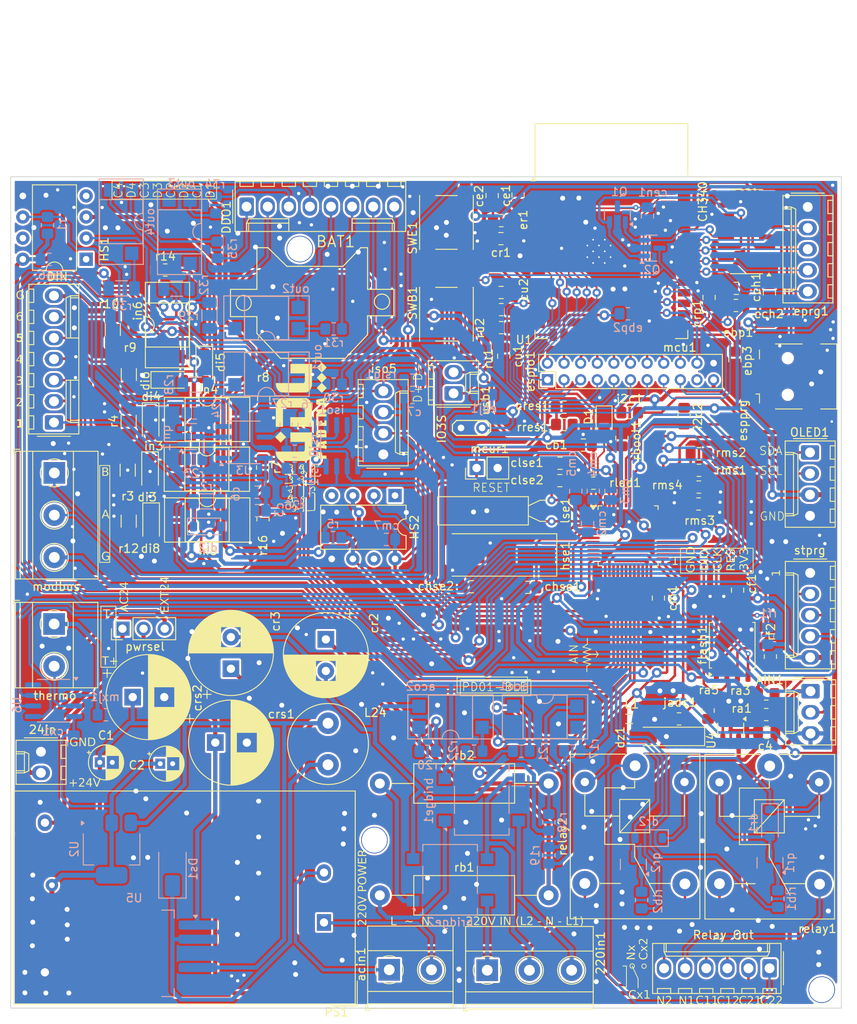
<source format=kicad_pcb>
(kicad_pcb (version 20240108) (generator "pcbnew") (generator_version "8.0")
  (layers (0 "F.Cu" signal) (31 "B.Cu" signal) (34 "B.Paste" user) (35 "F.Paste" user) (36 "B.SilkS" user "B.Silkscreen") (37 "F.SilkS" user "F.Silkscreen") (38 "B.Mask" user) (39 "F.Mask" user) (44 "Edge.Cuts" user))
  (net 0 "")
  (net 1 "/VBAT")
  (net 2 "GND")
  (net 3 "/+5V")
  (net 4 "/+3.3V")
  (net 5 "Net-(mcu1-PF1)")
  (net 6 "Net-(mcu1-PF0)")
  (net 7 "Net-(mcu1-PC14)")
  (net 8 "Net-(mcu1-PC13)")
  (net 9 "/RESET")
  (net 10 "AGND")
  (net 11 "Net-(D1-A)")
  (net 12 "/MXCS")
  (net 13 "Net-(HS2-A)")
  (net 14 "/SWCLK")
  (net 15 "Net-(mcu1-PF7)")
  (net 16 "Net-(mcu1-BOOT0)")
  (net 17 "Net-(HS1-A)")
  (net 22 "/IN220_1L")
  (net 23 "/D220_IN1")
  (net 28 "/NOC1")
  (net 29 "/SWDIO")
  (net 30 "Net-(mcu1-PF6)")
  (net 31 "/NOC2")
  (net 32 "/L")
  (net 33 "/N")
  (net 34 "/PF7")
  (net 35 "/PF6")
  (net 36 "Net-(CH340-V3)")
  (net 37 "/ESP_EN")
  (net 38 "/CHD-")
  (net 44 "/RTS")
  (net 45 "/CHD+")
  (net 49 "/DTR")
  (net 50 "/CHTXD")
  (net 51 "/CHRXD")
  (net 55 "/ESP_GPIO_0")
  (net 56 "Net-(usb1-Pin_1)")
  (net 57 "Net-(usb1-Pin_2)")
  (net 58 "Net-(U1-IO3)")
  (net 59 "Net-(U1-IO46)")
  (net 60 "Net-(U1-IO45)")
  (net 61 "/TDO")
  (net 62 "/TDI")
  (net 63 "/TMS")
  (net 64 "/TCK")
  (net 65 "/ESP_IO15")
  (net 66 "/ESP_IO6")
  (net 68 "/ESP_IO14")
  (net 69 "/ESP_IO1")
  (net 70 "/ESP_IO5")
  (net 71 "/ESP_IO2")
  (net 72 "/ESP_IO11")
  (net 73 "/D220_IN2")
  (net 74 "Net-(dz1-K)")
  (net 75 "Net-(bridge1--)")
  (net 76 "Net-(aco1-Pad1)")
  (net 77 "Net-(bridge2--)")
  (net 78 "Net-(aco2-Pad1)")
  (net 79 "Net-(flash1-~{RESET})")
  (net 80 "/IN220N")
  (net 81 "Net-(cr2-Pad1)")
  (net 82 "Net-(cr3-Pad1)")
  (net 83 "Net-(PS1-+Vout)")
  (net 84 "Net-(pwr1-Pin_2)")
  (net 85 "/ESP_IO10")
  (net 86 "/ESP_IO8")
  (net 87 "/ESP_IO13")
  (net 88 "/ESP_IO12")
  (net 89 "/ESP_IO48")
  (net 90 "/ESP_IO4")
  (net 91 "/ESP_IO47")
  (net 92 "/ESP_IO9")
  (net 93 "/ESP_IO16")
  (net 94 "/ESP_IO7")
  (net 95 "/ESP_IO38")
  (net 96 "/D+")
  (net 97 "/D-")
  (net 98 "/ESP_MCU_TX")
  (net 99 "/ESP_MCU_RX")
  (net 100 "Net-(bridge1-+)")
  (net 101 "Net-(bridge2-+)")
  (net 102 "MGND")
  (net 103 "/IN220_2L")
  (net 104 "IGND")
  (net 105 "Net-(di3-K)")
  (net 106 "Net-(di4-K)")
  (net 107 "Net-(di6-K)")
  (net 108 "Net-(di8-K)")
  (net 109 "Net-(dr1-A)")
  (net 110 "Net-(dr2-A)")
  (net 111 "/MCU_SDA")
  (net 112 "Net-(flash1-~{WP})")
  (net 113 "/CS")
  (net 114 "/SO")
  (net 115 "/SCK")
  (net 116 "/MCU_SCL")
  (net 117 "/SI")
  (net 118 "/D24_IN2")
  (net 119 "/D24_IN4")
  (net 120 "/D24_IN1")
  (net 121 "/+M5V")
  (net 122 "/COM4")
  (net 123 "/D24_IN3")
  (net 124 "/DO1")
  (net 125 "Net-(out1-Pad1)")
  (net 126 "Net-(out1-Pad4)")
  (net 127 "/DO3")
  (net 128 "Net-(out2-Pad4)")
  (net 129 "Net-(out2-Pad1)")
  (net 130 "/DO2")
  (net 131 "Net-(out3-Pad1)")
  (net 132 "Net-(out3-Pad4)")
  (net 133 "/DO4")
  (net 134 "Net-(out4-Pad4)")
  (net 135 "Net-(out4-Pad1)")
  (net 136 "/RS_SEL")
  (net 137 "Net-(qm1-E)")
  (net 138 "Net-(U3-DE)")
  (net 139 "Net-(qr1-B)")
  (net 140 "Net-(qr2-B)")
  (net 141 "/DI2")
  (net 142 "/DI3")
  (net 143 "/DI4")
  (net 144 "/DI5")
  (net 145 "/DI6")
  (net 146 "/COM3")
  (net 147 "/RS485_A")
  (net 148 "/MDO1")
  (net 149 "/COM2")
  (net 150 "/AIN1")
  (net 151 "Net-(U4-+)")
  (net 152 "Net-(U4--)")
  (net 153 "/ADC_IN1")
  (net 154 "/COM1")
  (net 155 "/DI1")
  (net 156 "/MDO2")
  (net 157 "/D05_IN5")
  (net 158 "/MDO3")
  (net 159 "/MDO4")
  (net 160 "/RELOUT12")
  (net 161 "/RELOUT11")
  (net 162 "/D05_IN6")
  (net 163 "/rlo1")
  (net 164 "/rlo2")
  (net 165 "/MCU_TX")
  (net 166 "/MCU_RX")
  (net 167 "/RELOUT22")
  (net 168 "/RELOUT21")
  (net 169 "/RS485_BO")
  (net 170 "/RS485_AO")
  (net 171 "/ESP_IO21")
  (net 173 "/RS485_B")
  (net 174 "/+24V")
  (net 175 "Net-(Ds1-K)")
  (net 176 "Net-(U6-T-)")
  (net 177 "Net-(U6-T+)")
  (net 178 "/LED")
  (footprint "Package_SO:SOIC-8_5.275x5.275mm_P1.27mm" (layer "F.Cu") (at 86.9 56.14 90)
    (property "Reference" "flash1")
    (property "Value" "AT45DB161D-SU")
  )
  (footprint "Relay_THT:Relay_SPDT_SANYOU_SRD_Series_Form_C" (layer "F.Cu") (at 75.21 70.64 -90)
    (property "Reference" "relay2")
    (property "Value" "SANYOU_SRD_Form_C")
  )
  (footprint "Capacitor_SMD:C_0805_2012Metric_Pad1.18x1.45mm_HandSolder" (layer "F.Cu") (at 66.15 36.34 180)
    (property "Reference" "clse2")
    (property "Value" "20pF")
  )
  (footprint "Resistor_SMD:R_0805_2012Metric_Pad1.20x1.40mm_HandSolder" (layer "F.Cu") (at 82.9 33.1 180)
    (property "Reference" "rms2")
    (property "Value" "0")
  )
  (footprint "Inductor_SMD:L_0805_2012Metric_Pad1.05x1.20mm_HandSolder" (layer "F.Cu") (at 74.5 65)
    (property "Reference" "L1")
    (property "Value" "L_Ferrite")
  )
  (footprint "Capacitor_THT:CP_Radial_D10.0mm_P3.80mm" (layer "F.Cu") (at 14.73 62.38)
    (property "Reference" "crs2")
    (property "Value" "C_Polarized")
  )
  (footprint "Connector_Molex:Molex_KK-254_AE-6410-02A_1x02_P2.54mm_Vertical" (layer "F.Cu") (at 53.36 25.84 90)
    (property "Reference" "usb1")
    (property "Value" "Conn_01x02_Pin")
  )
  (footprint "Resistor_SMD:R_0805_2012Metric_Pad1.20x1.40mm_HandSolder" (layer "F.Cu") (at 30.5 26.5 90)
    (property "Reference" "r8")
    (property "Value" "680")
  )
  (footprint "Converter_ACDC:Converter_ACDC_Hi-Link_HLK-5Mxx" (layer "F.Cu") (at 37.7575 89.4875 180)
    (property "Reference" "PS1")
    (property "Value" "HLK-5M24")
  )
  (footprint "CR1220:CR1220-SMD" (layer "F.Cu") (at 36.34 14.97)
    (property "Reference" "BAT1")
    (property "Value" "CR1220")
  )
  (footprint "Connector_Molex:Molex_KK-254_AE-6410-06A_1x06_P2.54mm_Vertical" (layer "F.Cu") (at 91.4 95 180)
    (property "Reference" "Relay Out")
    (property "Value" "Conn_01x06_Pin")
  )
  (footprint "Connector_Molex:Molex_KK-254_AE-6410-07A_1x07_P2.54mm_Vertical" (layer "F.Cu") (at 5.25 29.34 90)
    (property "Reference" "DIN")
    (property "Value" "Conn_01x07_Pin")
  )
  (footprint "Capacitor_THT:CP_Radial_D10.0mm_P3.80mm" (layer "F.Cu") (at 24.67 67.85)
    (property "Reference" "crs1")
    (property "Value" "C_Polarized")
  )
  (footprint "Resistor_SMD:R_0805_2012Metric_Pad1.20x1.40mm_HandSolder" (layer "F.Cu") (at 66.69 29.59 180)
    (property "Reference" "rres1")
    (property "Value" "100K")
  )
  (footprint "LOGO" (layer "F.Cu") (at 34.98 31.1 90)
    (property "Reference" "G***" (hide yes))
    (property "Value" "LOGO" (hide yes))
  )
  (footprint "Connector_Molex:Molex_KK-254_AE-6410-05A_1x05_P2.54mm_Vertical" (layer "F.Cu") (at 96 3.42 -90)
    (property "Reference" "eprg1")
    (property "Value" "Conn_01x05_Pin")
  )
  (footprint "Button_Switch_SMD:SW_Push_1P1T_NO_6x6mm_H9.5mm" (layer "F.Cu") (at 52.5 16.32 90)
    (property "Reference" "SWB1")
    (property "Value" "SW_Push")
  )
  (footprint "Resistor_SMD:R_0805_2012Metric_Pad1.20x1.40mm_HandSolder" (layer "F.Cu") (at 91 64.48 180)
    (property "Reference" "ra1")
    (property "Value" "68K")
  )
  (footprint "Resistor_SMD:R_0805_2012Metric_Pad1.20x1.40mm_HandSolder" (layer "F.Cu") (at 80.5 65 180)
    (property "Reference" "jadc1")
    (property "Value" "0")
  )
  (footprint "Resistor_SMD:R_0805_2012Metric_Pad1.20x1.40mm_HandSolder" (layer "F.Cu") (at 30.415 40.965 -90)
    (property "Reference" "r16")
    (property "Value" "680")
  )
  (footprint "Capacitor_SMD:C_0805_2012Metric_Pad1.18x1.45mm_HandSolder" (layer "F.Cu") (at 87.55 49.52 -90)
    (property "Reference" "cf1")
    (property "Value" "100nF")
  )
  (footprint "Resistor_SMD:R_0805_2012Metric_Pad1.20x1.40mm_HandSolder" (layer "F.Cu") (at 18.6525 11.005)
    (property "Reference" "r14")
    (property "Value" "680")
  )
  (footprint "Resistor_SMD:R_0805_2012Metric_Pad1.20x1.40mm_HandSolder" (layer "F.Cu") (at 73.62 31.21 -90)
    (property "Reference" "rboot1")
    (property "Value" "100K")
  )
  (footprint "Crystal:Crystal_SMD_HC49-SD" (layer "F.Cu") (at 59.08 45.28 180)
    (property "Reference" "hse1")
    (property "Value" "8Mhz")
  )
  (footprint "Package_DIP:DIP-4_W7.62mm_SMDSocket_SmallPads" (layer "F.Cu") (at 18.9125 17.625 90)
    (property "Reference" "in6")
    (property "Value" "PC817")
  )
  (footprint "Resistor_SMD:R_0805_2012Metric_Pad1.20x1.40mm_HandSolder" (layer "F.Cu") (at 81.11 28.58 -90)
    (property "Reference" "i2c2")
    (property "Value" "100K")
  )
  (footprint "TestPoint:TestPoint_2Pads_Pitch2.54mm_Drill0.8mm" (layer "F.Cu") (at 54.25 30)
    (property "Reference" "IO3S")
    (property "Value" "Jumper_2_Open")
  )
  (footprint "Resistor_SMD:R_0805_2012Metric_Pad1.20x1.40mm_HandSolder" (layer "F.Cu") (at 87.35 15.27 180)
    (property "Reference" "ebp1")
    (property "Value" "100K")
  )
  (footprint "Resistor_SMD:R_0805_2012Metric_Pad1.20x1.40mm_HandSolder" (layer "F.Cu") (at 91.5 57.5 -90)
    (property "Reference" "rf2")
    (property "Value" "100K")
  )
  (footprint "Capacitor_SMD:C_0805_2012Metric_Pad1.18x1.45mm_HandSolder" (layer "F.Cu") (at 91.38 13.75 90)
    (property "Reference" "cch2")
    (property "Value" "100nF")
  )
  (footprint "TerminalBlock_Phoenix:TerminalBlock_Phoenix_MKDS-1,5-2-5.08_1x02_P5.08mm_Horizontal" (layer "F.Cu") (at 5.27 53.58 -90)
    (property "Reference" "thermo")
    (property "Value" "Screw_Terminal_01x02")
  )
  (footprint "Diode_SMD:D_SOD-123" (layer "F.Cu") (at 16.885 29.3425 -90)
    (property "Reference" "di4")
    (property "Value" "1N4148W")
  )
  (footprint "Capacitor_SMD:C_0805_2012Metric_Pad1.18x1.45mm_HandSolder" (layer "F.Cu") (at 59.4 21.37 -90)
    (property "Reference" "cu1")
    (property "Value" "TBD")
  )
  (footprint "Capacitor_SMD:C_0805_2012Metric_Pad1.18x1.45mm_HandSolder" (layer "F.Cu") (at 59.06 7.23 180)
    (property "Reference" "cr1")
    (property "Value" "1uF")
  )
  (footprint "Relay_THT:Relay_SPDT_SANYOU_SRD_Series_Form_C" (layer "F.Cu") (at 91.42 70.67 -90)
    (property "Reference" "relay1")
    (property "Value" "SANYOU_SRD_Form_C")
  )
  (footprint "Resistor_THT:R_Axial_DIN0414_L11.9mm_D4.5mm_P20.32mm_Horizontal" (layer "F.Cu") (at 44.48 72.77)
    (property "Reference" "rb2")
    (property "Value" "100K")
  )
  (footprint "Connector_USB:USB_Mini-B_Lumberg_2486_01_Horizontal" (layer "F.Cu") (at 93.595 23.81 90)
    (property "Reference" "espprg")
    (property "Value" "USB_B_Micro")
  )
  (footprint "Connector_Molex:Molex_KK-254_AE-6410-05A_1x05_P2.54mm_Vertical" (layer "F.Cu") (at 96.29 47.44 -90)
    (property "Reference" "stprg")
    (property "Value" "Conn_01x05_Pin")
  )
  (footprint "Package_SO:SOIC-16_3.9x9.9mm_P1.27mm" (layer "F.Cu") (at 88.625 6.385 180)
    (property "Reference" "CH340")
    (property "Value" "CH340C")
  )
  (footprint "Resistor_SMD:R_1206_3216Metric_Pad1.30x1.75mm_HandSolder" (layer "F.Cu") (at 14.235 29.195 90)
    (property "Reference" "r4")
    (property "Value" "7.5K")
  )
  (footprint "Capacitor_THT:CP_Radial_D10.0mm_P3.80mm" (layer "F.Cu") (at 26.55 58.965354 90)
    (property "Reference" "cr3")
    (property "Value" "C_Polarized")
  )
  (footprint "Diode_SMD:D_MiniMELF_Handsoldering" (layer "F.Cu") (at 78.9275 67.107831 180)
    (property "Reference" "dz1")
    (property "Value" "D_Zener")
  )
  (footprint "Resistor_SMD:R_0805_2012Metric_Pad1.20x1.40mm_HandSolder" (layer "F.Cu") (at 84 64 90)
    (property "Reference" "ra5")
    (property "Value" "68")
  )
  (footprint "Resistor_SMD:R_0805_2012Metric_Pad1.20x1.40mm_HandSolder" (layer "F.Cu") (at 70.19 36.64)
    (property "Reference" "rled1")
    (property "Value" "1K")
  )
  (footprint "Diode_SMD:D_SOD-123" (layer "F.Cu") (at 19.29 24.22)
    (property "Reference" "di6")
    (property "Value" "1N4148W")
  )
  (footprint "Capacitor_SMD:C_0805_2012Metric_Pad1.18x1.45mm_HandSolder" (layer "F.Cu") (at 66.67 27.51)
    (property "Reference" "cres1")
    (property "Value" "100nF")
  )
  (footprint "Diode_SMD:D_SOD-123" (layer "F.Cu") (at 16.945 41.3825 -90)
    (property "Reference" "di8")
    (property "Value" "1N4148W")
  )
  (footprint "Capacitor_THT:CP_Radial_D4.0mm_P1.50mm" (layer "F.Cu") (at 18.04 70.39)
    (property "Reference" "C2")
    (property "Value" "C_Polarized")
  )
  (footprint "TerminalBlock_Phoenix:TerminalBlock_Phoenix_MKDS-1,5-3-5.08_1x03_P5.08mm_Horizontal" (layer "F.Cu") (at 57.41 95.23)
    (property "Reference" "220in1")
    (property "Value" "Screw_Terminal_01x03")
  )
  (footprint "Package_DIP:DIP-4_W7.62mm_SMDSocket_SmallPads" (layer "F.Cu") (at 23.655 34.965)
    (property "Reference" "in3")
    (property "Value" "PC817")
  )
  (footprint "Resistor_SMD:R_0805_2012Metric_Pad1.20x1.40mm_HandSolder" (layer "F.Cu") (at 82.86 39.15)
    (property "Reference" "rms3")
    (property "Value" "0")
  )
  (footprint "Capacitor_SMD:C_0805_2012Metric_Pad1.18x1.45mm_HandSolder" (layer "F.Cu") (at 55.5025 49.1 180)
    (property "Reference" "chse2")
    (property "Value" "20pF")
  )
  (footprint "Capacitor_SMD:C_0805_2012Metric_Pad1.18x1.45mm_HandSolder" (layer "F.Cu") (at 61.12 1.99 90)
    (property "Reference" "ce1")
    (property "Value" "100nF")
  )
  (footprint "LED_SMD:LED_0805_2012Metric_Pad1.15x1.40mm_HandSolder" (layer "F.Cu") (at 71.48 29.215 -90)
    (property "Reference" "D1")
    (property "Value" "LED")
  )
  (footprint "Package_DIP:DIP-8_W7.62mm" (layer "F.Cu") (at 46.31 38.1325 -90)
    (property "Reference" "HS2")
    (property "Value" "6N137")
  )
  (footprint "Button_Switch_SMD:SW_Push_1P1T_NO_6x6mm_H9.5mm" (layer "F.Cu") (at 52.5 5.28 90)
    (property "Reference" "SWE1")
    (property "Value" "SW_Push")
  )
  (footprint "Resistor_SMD:R_1206_3216Metric_Pad1.30x1.75mm_HandSolder" (layer "F.Cu") (at 14.26 23.58 -90)
    (property "Reference" "r9")
    (property "Value" "560")
  )
  (footprint "Package_DIP:DIP-4_W7.62mm_SMDSocket_SmallPads" (layer "F.Cu") (at 23.695 41.075)
    (property "Reference" "in8")
    (property "Value" "PC817")
  )
  (footprint "TerminalBlock_Phoenix:TerminalBlock_Phoenix_MKDS-1,5-2-5.08_1x02_P5.08mm_Horizontal" (layer "F.Cu") (at 45.615 95.18)
    (property "Reference" "acin1")
    (property "Value" "Screw_Terminal_01x02")
  )
  (footprint "Capacitor_SMD:C_0805_2012Metric_Pad1.18x1.45mm_HandSolder" (layer "F.Cu") (at 84.12 14.3 90)
    (property "Reference" "crp1")
    (property "Value" "1uF")
  )
  (footprint "Capacitor_SMD:C_0805_2012Metric_Pad1.18x1.45mm_HandSolder" (layer "F.Cu") (at 68.98 32.06 180)
    (property "Reference" "cb1")
    (property "Value" "100nF")
  )
  (footprint "Resistor_SMD:R_0805_2012Metric_Pad1.20x1.40mm_HandSolder" (layer "F.Cu") (at 87.22 21.83 -90)
    (property "Reference" "ebp3")
    (property "Value" "100K")
  )
  (footprint "Diode_SMD:D_SOD-123" (layer "F.Cu") (at 16.82 35.24 -90)
    (property "Reference" "di3")
    (property "Value" "1N4148W")
  )
  (footprint "Connector_Molex:Molex_KK-254_AE-6410-04A_1x04_P2.54mm_Vertical" (layer "F.Cu") (at 96.27 32.95 -90)
    (property "Reference" "OLED1")
    (property "Value" "Conn_01x04_Pin")
  )
  (footprint "Capacitor_SMD:C_0805_2012Metric_Pad1.18x1.45mm_HandSolder" (layer "F.Cu") (at 78.02 50.47 -90)
    (property "Reference" "cm1")
    (property "Value" "100nF")
  )
  (footprint "Connector_PinHeader_2.54mm:PinHeader_1x02_P2.54mm_Vertical" (layer "F.Cu") (at 56.125 34.82 90)
    (property "Reference" "mcur1")
    (property "Value" "Conn_01x02_Pin")
  )
  (footprint "Resistor_SMD:R_0805_2012Metric_Pad1.20x1.40mm_HandSolder" (layer "F.Cu") (at 30.375 34.765 -90)
    (property "Reference" "r7")
    (property "Value" "680")
  )
  (footprint "Resistor_SMD:R_1206_3216Metric_Pad1.30x1.75mm_HandSolder" (layer "F.Cu") (at 14.245 41.215 90)
    (property "Reference" "r12")
    (property "Value" "7.5K")
  )
  (footprint "RF_Module:ESP32-S3-WROOM-1" (layer "F.Cu") (at 72.36 6.3)
    (property "Reference" "U1")
    (property "Value" "ESP32-S3-WROOM-1")
  )
  (footprint "Diode_SMD:D_SOD-123" (layer "F.Cu") (at 23.34 22.53 -90)
    (property "Reference" "di5")
    (property "Value" "1N4148W")
  )
  (footprint "Resistor_SMD:R_0805_2012Metric_Pad1.20x1.40mm_HandSolder" (layer "F.Cu") (at 82.9 35.1 180)
    (property "Reference" "rms1")
    (property "Value" "0")
  )
  (footprint "Package_QFP:LQFP-48_7x7mm_P0.5mm" (layer "F.Cu") (at 74.37 42.98)
    (property "Reference" "mcu1")
    (property "Value" "STM32F051C8Tx")
  )
  (footprint "Capacitor_SMD:C_0805_2012Metric_Pad1.18x1.45mm_HandSolder" (layer "F.Cu") (at 66.17 34.24 180)
    (property "Reference" "clse1")
    (property "Value" "20pF")
  )
  (footprint "Capacitor_SMD:C_0805_2012Metric_Pad1.18x1.45mm_HandSolder" (layer "F.Cu") (at 91.06 66.62 180)
    (property "Reference" "c4")
    (property "Value" "100nF")
  )
  (footprint "Inductor_THT:L_Radial_D9.5mm_P5.00mm_Fastron_07HVP" (layer "F.Cu") (at 38.24 65.52 -90)
    (property "Reference" "L24")
    (property "Value" "L")
  )
  (footprint "Package_TO_SOT_SMD:SOT-23-5" (layer "F.Cu") (at 86.7225 66.3 -90)
    (property "Reference" "U4")
    (property "Value" "LM321")
  )
  (footprint "Capacitor_SMD:C_0805_2012Metric_Pad1.18x1.45mm_HandSolder" (layer "F.Cu") (at 58 2.05 90)
    (property "Reference" "ce2")
    (property "Value" "22uF")
  )
  (footprint "Connector_Molex:Molex_KK-254_AE-6410-02A_1x02_P2.54mm_Vertical" (layer "F.Cu") (at 3.68 68.95 -90)
    (property "Reference" "24in")
    (property "Value" "Conn_01x02_Pin")
  )
  (footprint "Package_DIP:DIP-8_W7.62mm" (layer "F.Cu") (at 9.12 9.71 180)
    (property "Reference" "HS1")
    (property "Value" "6N137")
  )
  (footprint "Package_DIP:DIP-4_W7.62mm_SMDSocket_SmallPads" (layer "F.Cu") (at 23.685 28.975)
    (property "Reference" "in4")
    (property "Value" "PC817")
  )
  (footprint "Resistor_SMD:R_1206_3216Metric_Pad1.30x1.75mm_HandSolder" (layer "F.Cu") (at 12.33 18.16 -90)
    (property "Reference" "r10")
    (property "Value" "2.8K")
  )
  (footprint "Capacitor_SMD:C_0805_2012Metric_Pad1.18x1.45mm_HandSolder" (layer "F.Cu") (at 62.29 49.18)
    (property "Reference" "chse1")
    (property "Value" "20pF")
  )
  (footprint "Resistor_SMD:R_0805_2012Metric_Pad1.20x1.40mm_HandSolder" (layer "F.Cu") (at 91 62)
    (property "Reference" "ra3")
    (property "Value" "33K")
  )
  (footprint "Connector_Molex:Molex_KK-254_AE-6410-08A_1x08_P2.54mm_Vertical" (layer "F.Cu") (at 28.44 3.38)
    (property "Reference" "DDO1")
    (property "Value" "Conn_01x08_Socket")
  )
  (footprint "Crystal:Crystal_AT310_D3.0mm_L10.0mm_Horizontal" (layer "F.Cu") (at 65.16 38.7 -90)
    (property "Reference" "lse1")
    (property "Value" "Crystal")
  )
  (footprint "Capacitor_SMD:C_0805_2012Metric_Pad1.18x1.45mm_HandSolder" (layer "F.Cu") (at 59.08 13.71 180)
    (property "Reference" "cu2")
    (property "Value" "TBD")
  )
  (footprint "Resistor_THT:R_Axial_DIN0414_L11.9mm_D4.5mm_P20.32mm_Horizontal" (layer "F.Cu") (at 44.48 86.22)
    (property "Reference" "rb1")
    (property "Value" "100K")
  )
  (footprint "Resistor_SMD:R_0805_2012Metric_Pad1.20x1.40mm_HandSolder" (layer "F.Cu") (at 74.56 28.16)
    (property "Reference" "i2c1")
    (property "Value" "100K")
  )
  (footprint "Capacitor_THT:CP_Radial_D10.0mm_P3.80mm" (layer "F.Cu") (at 37.98 55.43 -90)
    (property "Reference" "cr2")
    (property "Value" "C_Polarized")
  )
  (footprint "TerminalBlock_Phoenix:TerminalBlock_Phoenix_MKDS-1,5-3-5.08_1x03_P5.08mm_Horizontal" (layer "F.Cu") (at 5.29 35.41 -90)
    (property "Reference" "modbus")
    (property "Value" "Screw_Terminal_01x03")
  )
  (footprint "Resistor_SMD:R_0805_2012Metric_Pad1.20x1.40mm_HandSolder" (layer "F.Cu") (at 59.09 17.94 180)
    (property "Reference" "ru1")
    (property "Value" "22")
  )
  (footprint "Resistor_SMD:R_0805_2012Metric_Pad1.20x1.40mm_HandSolder" (layer "F.Cu") (at 59.1 5.06)
    (property "Reference" "er1")
    (property "Value" "10K")
  )
  (footprint "Capacitor_SMD:C_0805_2012Metric_Pad1.18x1.45mm_HandSolder" (layer "F.Cu") (at 87.4 13.21 180)
    (property "Reference" "cch1")
    (property "Value" "100nF")
  )
  (footprint "Resistor_SMD:R_1206_3216Metric_Pad1.30x1.75mm_HandSolder" (layer "F.Cu") (at 14.125 35.075 90)
    (property "Reference" "r3")
    (property "Value" "7.5K")
  )
  (footprint "Connector_PinHeader_2.00mm:PinHeader_2x11_P2.00mm_Vertical" (layer "F.Cu") (at 64.66 24.21 90)
    (property "Reference" "espio1")
    (property "Value" "Conn_02x11_Odd_Even")
  )
  (footprint "Connector_Molex:Molex_KK-254_AE-6410-03A_1x03_P2.54mm_Vertical" (layer "F.Cu") (at 96.33 61.67 -90)
    (property "Reference" "AIN1")
    (property "Value" "Conn_01x03_Pin")
  )
  (footprint "Connector_Molex:Molex_KK-254_AE-6410-04A_1x04_P2.54mm_Vertical" (layer "F.Cu") (at 44.9 33.18 90)
    (property "Reference" "iso5")
    (property "Value" "Conn_01x04_Pin")
  )
  (footprint "Connector_PinHeader_2.54mm:PinHeader_1x03_P2.54mm_Vertical" (layer "F.Cu") (at 13.495 54.15 90)
    (property "Reference" "pwrsel")
    (property "Value" "SW_SPDT")
  )
  (footprint "Resistor_SMD:R_0805_2012Metric_Pad1.20x1.40mm_HandSolder" (layer "F.Cu") (at 59.1 15.77 180)
    (property "Reference" "ru2")
    (property "Value" "22")
  )
  (footprint "Capacitor_THT:CP_Radial_D4.0mm_P1.50mm" (layer "F.Cu") (at 10.77 70.23)
    (property "Reference" "C1")
    (property "Value" "C_Polarized")
  )
  (footprint "Resistor_SMD:R_0805_2012Metric_Pad1.20x1.40mm_HandSolder" (layer "F.Cu") (at 82.88 37.11)
    (property "Reference" "rms4")
    (property "Value" "0")
  )
  (footprint "Package_TO_SOT_SMD:SOT-223-3_TabPin2" (layer "B.Cu") (at 12.1875 80.66 -90)
    (property "Reference" "U2")
    (property "Value" "LD1117S33TR_SOT223")
  )
  (footprint "Resistor_SMD:R_0805_2012Metric_Pad1.20x1.40mm_HandSolder" (layer "B.Cu") (at 24.91 8.58 -90)
    (property "Reference" "r35")
    (property "Value" "2.5K")
  )
  (footprint "Package_TO_SOT_SMD:SOT-23" (layer "B.Cu") (at 21.76 31.03)
    (property "Reference" "qm1")
    (property "Value" "PMBT2222A")
  )
  (footprint "Package_DIP:DIP-4_W7.62mm_SMDSocket_SmallPads" (layer "B.Cu") (at 30.84 23.53)
    (property "Reference" "out1")
    (property "Value" "PC817")
  )
  (footprint "Resistor_SMD:R_0805_2012Metric_Pad1.20x1.40mm_HandSolder" (layer "B.Cu") (at 64.83 77.45 90)
    (property "Reference" "r18")
    (property "Value" "1K")
  )
  (footprint "Diode_SMD:Diode_Bridge_OnSemi_SDIP-4L" (layer "B.Cu") (at 56.75 74.73)
    (property "Reference" "bridge1")
    (property "Value" "MB1S")
  )
  (footprint "Resistor_SMD:R_1206_3216Metric_Pad1.30x1.75mm_HandSolder" (layer "B.Cu") (at 22.29 24.79)
    (property "Reference" "r28")
    (property "Value" "2.7K")
  )
  (footprint "Resistor_SMD:R_0805_2012Metric_Pad1.20x1.40mm_HandSolder" (layer "B.Cu") (at 67.65 68.85 180)
    (property "Reference" "r17")
    (property "Value" "1K")
  )
  (footprint "Diode_SMD:D_SOD-123" (layer "B.Cu") (at 91.45 77.56 -90)
    (property "Reference" "dr1")
    (property "Value" "1N4148W")
  )
  (footprint "Capacitor_SMD:C_0805_2012Metric_Pad1.18x1.45mm_HandSolder" (layer "B.Cu") (at 45.28 43.41 180)
    (property "Reference" "cm7")
    (property "Value" "100nF")
  )
  (footprint "Package_TO_SOT_SMD:SOT-23" (layer "B.Cu") (at 77.2125 8.37)
    (property "Reference" "Q2")
    (property "Value" "T2N7002AK")
  )
  (footprint "Package_TO_SOT_SMD:SOT-23" (layer "B.Cu") (at 91.4525 82.310356 90)
    (property "Reference" "qr1")
    (property "Value" "PMBT2222A")
  )
  (footprint "Package_DIP:DIP-4_W7.62mm_SMDSocket_SmallPads" (layer "B.Cu") (at 13.34 5.19 90)
    (property "Reference" "out4")
    (property "Value" "PC817")
  )
  (footprint "Package_DIP:DIP-4_W7.62mm_SMDSocket_SmallPads" (layer "B.Cu") (at 52.99 64.75)
    (property "Reference" "aco2")
    (property "Value" "PC817")
  )
  (footprint "Resistor_SMD:R_0805_2012Metric_Pad1.20x1.40mm_HandSolder" (layer "B.Cu") (at 61.51 68.88 180)
    (property "Reference" "r21")
    (property "Value" "100K")
  )
  (footprint "Capacitor_SMD:C_0805_2012Metric_Pad1.18x1.45mm_HandSolder" (layer "B.Cu") (at 76.7 4.5 90)
    (property "Reference" "cen1")
    (property "Value" "4.7uF")
  )
  (footprint "Resistor_SMD:R_0805_2012Metric_Pad1.20x1.40mm_HandSolder" (layer "B.Cu") (at 24.74 3.19 90)
    (property "Reference" "r34")
    (property "Value" "2.5K")
  )
  (footprint "Package_SO:SOIC-8_3.9x4.9mm_P1.27mm" (layer "B.Cu") (at 28.13 31.735)
    (property "Reference" "U3")
    (property "Value" "SN75176AD")
  )
  (footprint "Resistor_SMD:R_1206_3216Metric_Pad1.30x1.75mm_HandSolder" (layer "B.Cu") (at 13.38 13.21)
    (property "Reference" "r33")
    (property "Value" "2.7K")
  )
  (footprint "Resistor_SMD:R_1206_3216Metric_Pad1.30x1.75mm_HandSolder" (layer "B.Cu") (at 23.97 16.47 -90)
    (property "Reference" "r29")
    (property "Value" "2.7K")
  )
  (footprint "Package_TO_SOT_SMD:TO-263-5_TabPin3" (layer "B.Cu") (at 14.9 93.2 180)
    (property "Reference" "U5")
    (property "Value" "LM2576HVS-5")
  )
  (footprint "Package_DIP:DIP-4_W7.62mm_SMDSocket_SmallPads" (layer "B.Cu") (at 20.37 6.41 90)
    (property "Reference" "out3")
    (property "Value" "PC817")
  )
  (footprint "Resistor_SMD:R_0805_2012Metric_Pad1.20x1.40mm_HandSolder" (layer "B.Cu") (at 38.84 43.2 180)
    (property "Reference" "r5")
    (property "Value" "680")
  )
  (footprint "Resistor_SMD:R_0805_2012Metric_Pad1.20x1.40mm_HandSolder" (layer "B.Cu") (at 22.115 33.78 180)
    (property "Reference" "r23")
    (property "Value" "10K")
  )
  (footprint "Resistor_SMD:R_0805_2012Metric_Pad1.20x1.40mm_HandSolder" (layer "B.Cu") (at 57 26)
    (property "Reference" "ebj1")
    (property "Value" "100K")
  )
  (footprint "Diode_SMD:D_SOD-123" (layer "B.Cu") (at 76.8475 79.34 180)
    (property "Reference" "dr2")
    (property "Value" "1N4148W")
  )
  (footprint "Resistor_SMD:R_1206_3216Metric_Pad1.30x1.75mm_HandSolder" (layer "B.Cu") (at 23.6075 38.83 180)
    (property "Reference" "r2")
    (property "Value" "2.2K")
  )
  (footprint "Resistor_SMD:R_0805_2012Metric_Pad1.20x1.40mm_HandSolder" (layer "B.Cu") (at 34.225 34.86)
    (property "Reference" "rsj1")
    (property "Value" "0")
  )
  (footprint "Package_DIP:DIP-4_W7.62mm_SMDSocket_SmallPads" (layer "B.Cu") (at 64.37 64.75 180)
    (property "Reference" "aco1")
    (property "Value" "PC817")
  )
  (footprint "Resistor_SMD:R_0805_2012Metric_Pad1.20x1.40mm_HandSolder" (layer "B.Cu") (at 38.92 24.73)
    (property "Reference" "r30")
    (property "Value" "3.3K")
  )
  (footprint "Resistor_SMD:R_0805_2012Metric_Pad1.20x1.40mm_HandSolder" (layer "B.Cu") (at 38.92 18.09)
    (property "Reference" "r31")
    (property "Value" "3.3K")
  )
  (footprint "Resistor_SMD:R_0805_2012Metric_Pad1.20x1.40mm_HandSolder" (layer "B.Cu") (at 34.225 32.81)
    (property "Reference" "rsj0")
    (property "Value" "0")
  )
  (footprint "Capacitor_SMD:C_0805_2012Metric_Pad1.18x1.45mm_HandSolder" (layer "B.Cu") (at 7.63 68.01 -90)
    (property "Reference" "cx1")
    (property "Value" "100nF")
  )
  (footprint "Capacitor_SMD:C_0805_2012Metric_Pad1.18x1.45mm_HandSolder" (layer "B.Cu") (at 70.17 37.61 90)
    (property "Reference" "cm4")
    (property "Value" "100nF")
  )
  (footprint "Resistor_SMD:R_0805_2012Metric_Pad1.20x1.40mm_HandSolder" (layer "B.Cu") (at 50.23 68.91)
    (property "Reference" "r20")
    (property "Value" "560")
  )
  (footprint "Resistor_SMD:R_0805_2012Metric_Pad1.20x1.40mm_HandSolder" (layer "B.Cu") (at 92.4 86.630356 90)
    (property "Reference" "rlb1")
    (property "Value" "1K")
  )
  (footprint "Capacitor_SMD:C_0805_2012Metric_Pad1.18x1.45mm_HandSolder" (layer "B.Cu") (at 4.67 9.72)
    (property "Reference" "cm6")
    (property "Value" "100nF")
  )
  (footprint "Package_TO_SOT_SMD:SOT-23" (layer "B.Cu") (at 73.08 4.33 90)
    (property "Reference" "Q1")
    (property "Value" "T2N7002AK")
  )
  (footprint "Resistor_SMD:R_0805_2012Metric_Pad1.20x1.40mm_HandSolder" (layer "B.Cu") (at 76 86.8 90)
    (property "Reference" "rlb2")
    (property "Value" "1K")
  )
  (footprint "Resistor_SMD:R_0805_2012Metric_Pad1.20x1.40mm_HandSolder" (layer "B.Cu") (at 34.24 37.66)
    (property "Reference" "r26")
    (property "Value" "10K")
  )
  (footprint "Capacitor_SMD:C_0805_2012Metric_Pad1.18x1.45mm_HandSolder" (layer "B.Cu") (at 29.735 39.95)
    (property "Reference" "c3")
    (property "Value" "100nF")
  )
  (footprint "Diode_SMD:Diode_Bridge_OnSemi_SDIP-4L" (layer "B.Cu") (at 52.94 84.36)
    (property "Reference" "bridge2")
    (property "Value" "MB1S")
  )
  (footprint "Capacitor_SMD:C_0805_2012Metric_Pad1.18x1.45mm_HandSolder" (layer "B.Cu") (at 72.31 37.63 90)
    (property "Reference" "cm3")
    (property "Value" "100nF")
  )
  (footprint "Capacitor_SMD:C_0805_2012Metric_Pad1.18x1.45mm_HandSolder" (layer "B.Cu") (at 69.5 41.5 90)
    (property "Reference" "cm2")
    (property "Value" "100nF")
  )
  (footprint "Package_DIP:DIP-4_W7.62mm_SMDSocket_SmallPads" (layer "B.Cu") (at 30.84 16.78)
    (property "Reference" "out2")
    (property "Value" "PC817")
  )
  (footprint "Resistor_SMD:R_0805_2012Metric_Pad1.20x1.40mm_HandSolder" (layer "B.Cu") (at 11.5 64.5 180)
    (property "Reference" "mxj1")
    (property "Value" "0")
  )
  (footprint "Resistor_SMD:R_0805_2012Metric_Pad1.20x1.40mm_HandSolder" (layer "B.Cu") (at 91.16 55 90)
    (property "Reference" "rf1")
    (property "Value" "100K")
  )
  (footprint "Capacitor_SMD:C_0805_2012Metric_Pad1.18x1.45mm_HandSolder" (layer "B.Cu") (at 68.07 37.62 90)
    (property "Reference" "cm5")
    (property "Value" "100nF")
  )
  (footprint "Resistor_SMD:R_0805_2012Metric_Pad1.20x1.40mm_HandSolder" (layer "B.Cu") (at 48.4 26.33 180)
    (property "Reference" "rsjg1")
    (property "Value" "0")
  )
  (footprint "Capacitor_SMD:C_0805_2012Metric_Pad1.18x1.45mm_HandSolder" (layer "B.Cu") (at 29.685 37.73)
    (property "Reference" "c6")
    (property "Value" "100nF")
  )
  (footprint "Capacitor_SMD:C_0805_2012Metric_Pad1.18x1.45mm_HandSolder" (layer "B.Cu") (at 48.42 24.26)
    (property "Reference" "c7")
    (property "Value" "100nF")
  )
  (footprint "Diode_SMD:D_SOD-123" (layer "B.Cu") (at 23.6825 41.85)
    (property "Reference" "di2")
    (property "Value" "1N4148W")
  )
  (footprint "Resistor_SMD:R_0805_2012Metric_Pad1.20x1.40mm_HandSolder" (layer "B.Cu") (at 55.826666 68.88 180)
    (property "Reference" "r22")
    (property "Value" "100K")
  )
  (footprint "Resistor_SMD:R_0805_2012Metric_Pad1.20x1.40mm_HandSolder" (layer "B.Cu") (at 35.365 29.64 -90)
    (property "Reference" "r6")
    (property "Value" "120")
  )
  (footprint "Package_SO:SOIC-8_3.9x4.9mm_P1.27mm" (layer "B.Cu") (at 39.92 32.15 -90)
    (property "Reference" "iso1")
    (property "Value" "ADuM1201BR")
  )
  (footprint "Resistor_SMD:R_0805_2012Metric_Pad1.20x1.40mm_HandSolder" (layer "B.Cu") (at 4.47 5.62 -90)
    (property "Reference" "r1")
    (property "Value" "680")
  )
  (footprint "Package_SO:SOIC-8_3.9x4.9mm_P1.27mm" (layer "B.Cu") (at 5.2 62.81 180)
    (property "Reference" "U6")
    (property "Value" "MAX31855KASA")
  )
  (footprint "Package_TO_SOT_SMD:SOT-23" (layer "B.Cu") (at 75 82.5 90)
    (property "Reference" "qr2")
    (property "Value" "PMBT2222A")
  )
  (footprint "Diode_SMD:D_SMA" (layer "B.Cu") (at 19.51 83.05 90)
    (property "Reference" "Ds1")
    (property "Value" "SS34")
  )
  (footprint "Resistor_SMD:R_0805_2012Metric_Pad1.20x1.40mm_HandSolder" (layer "B.Cu") (at 33.205 29.62 -90)
    (property "Reference" "r27")
    (property "Value" "10K")
  )
  (footprint "Resistor_SMD:R_0805_2012Metric_Pad1.20x1.40mm_HandSolder" (layer "B.Cu") (at 74.34 16.27)
    (property "Reference" "ebp2")
    (property "Value" "100K")
  )
  (footprint "Resistor_SMD:R_1206_3216Metric_Pad1.30x1.75mm_HandSolder" (layer "B.Cu") (at 20.01 13.25)
    (property "Reference" "r32")
    (property "Value" "2.7K")
  )
  (footprint "Resistor_SMD:R_0805_2012Metric_Pad1.20x1.40mm_HandSolder" (layer "B.Cu") (at 64.83 81.41 -90)
    (property "Reference" "r19")
    (property "Value" "560")
  )
  (footprint "Resistor_SMD:R_0805_2012Metric_Pad1.20x1.40mm_HandSolder" (layer "B.Cu") (at 22.185 28.2)
    (property "Reference" "r24")
    (property "Value" "10K")
  )
  (gr_line (start 73.73 94.72) (end 74.17 94.72) (stroke (width 0.1)) (layer "F.SilkS"))
  (gr_line (start 69.4 58.67) (end 69.4 59.33) (stroke (width 0.1)) (layer "F.SilkS"))
  (gr_rect (start 10.75 34.52) (end 11.97 46.17) (stroke (width 0.1)) (fill none) (layer "F.SilkS"))
  (gr_line (start 69.84 58.38) (end 69.4 58.67) (stroke (width 0.1)) (layer "F.SilkS"))
  (gr_rect (start 12.24 0.28) (end 24.82 2.48) (stroke (width 0.1)) (fill none) (layer "F.SilkS"))
  (gr_circle (center 76.29 94.74) (end 76.34 95) (stroke (width 0.1)) (fill none) (layer "F.SilkS"))
  (gr_rect (start 54.18 60.29) (end 62.66 62.21) (stroke (width 0.1)) (fill none) (layer "F.SilkS"))
  (gr_line (start 69.87 57.84) (end 68.95 58.16) (stroke (width 0.1)) (layer "F.SilkS"))
  (gr_line (start 69.47 56.01) (end 68.92 56.36) (stroke (width 0.1)) (layer "F.SilkS"))
  (gr_line (start 70.51 57.575) (end 70.76 57.225) (stroke (width 0.1)) (layer "F.SilkS"))
  (gr_line (start 68.92 56.36) (end 69.9 56.62) (stroke (width 0.1)) (layer "F.SilkS"))
  (gr_line (start 68.96 56.97) (end 69.87 57.23) (stroke (width 0.1)) (layer "F.SilkS"))
  (gr_line (start 68.96 57.58) (end 69.87 57.84) (stroke (width 0.1)) (layer "F.SilkS"))
  (gr_line (start 69.87 57.23) (end 68.96 57.58) (stroke (width 0.1)) (layer "F.SilkS"))
  (gr_line (start 75.57 97.35) (end 75.57 96.25) (stroke (width 0.1)) (layer "F.SilkS"))
  (gr_line (start 73.73 97.26) (end 74.17 97.26) (stroke (width 0.1)) (layer "F.SilkS"))
  (gr_line (start 75.57 96.25) (end 74.86 94.72) (stroke (width 0.1)) (layer "F.SilkS"))
  (gr_circle (center 74.86 94.72) (end 74.91 94.98) (stroke (width 0.1)) (fill none) (layer "F.SilkS"))
  (gr_line (start 68.95 58.16) (end 69.84 58.38) (stroke (width 0.1)) (layer "F.SilkS"))
  (gr_line (start 70.52 56.88) (end 70.77 57.23) (stroke (width 0.1)) (layer "F.SilkS"))
  (gr_rect (start 10.9 51.44) (end 12.71 58.78) (stroke (width 0.1)) (fill none) (layer "F.SilkS"))
  (gr_line (start 74.17 94.72) (end 74.17 97.26) (stroke (width 0.1)) (layer "F.SilkS"))
  (gr_line (start 69.9 56.62) (end 68.96 56.97) (stroke (width 0.1)) (layer "F.SilkS"))
  (gr_rect (start 80.68 44.47) (end 89.42 47.46) (stroke (width 0.1)) (fill none) (layer "F.SilkS"))
  (gr_line (start 69.47 55.32) (end 69.47 56.01) (stroke (width 0.1)) (layer "F.SilkS"))
  (gr_rect (start 53.78 59.96) (end 62.26 61.88) (stroke (width 0.1)) (fill none) (layer "F.SilkS"))
  (gr_line (start 69.87 57.23) (end 70.77 57.23) (stroke (width 0.1)) (layer "F.SilkS"))
  (gr_rect (start 0.04 -0.21) (end 100.04 99.79) (stroke (width 0.1)) (fill none) (layer "Edge.Cuts"))
  (gr_text "G" (at 10.94 46.09 0) (layer "F.SilkS") (effects (font (size 1 1) (thickness 0.1)) (justify left bottom)))
  (gr_text "Nx" (at 75.37 94.04 90) (layer "F.SilkS") (effects (font (size 1 1) (thickness 0.1)) (justify left bottom)))
  (gr_text "C21" (at 87.68 99.53 0) (layer "F.SilkS") (effects (font (size 1 1) (thickness 0.1)) (justify left bottom)))
  (gr_text "220V POWER" (at 43.015 89.919 90) (layer "F.SilkS") (effects (font (size 1 1) (thickness 0.1)) (justify left bottom)))
  (gr_text "G" (at 0.650294 14.68 0) (layer "F.SilkS") (effects (font (size 1 1) (thickness 0.1)) (justify left bottom)))
  (gr_text "RESET" (at 55.56 37.77 0) (layer "F.SilkS") (effects (font (size 1 1) (thickness 0.1)) (justify left bottom)))
  (gr_text "D+" (at 49.63 27.05 90) (layer "F.SilkS") (effects (font (size 1 1) (thickness 0.1)) (justify left bottom)))
  (gr_text "GND" (at 90.14 41.22 0) (layer "F.SilkS") (effects (font (size 1 1) (thickness 0.1)) (justify left bottom)))
  (gr_text "+24V" (at 6.98 73.32 0) (layer "F.SilkS") (effects (font (size 1 1) (thickness 0.1)) (justify left bottom)))
  (gr_text "2" (at 0.650294 27.555 0) (layer "F.SilkS") (effects (font (size 1 1) (thickness 0.1)) (justify left bottom)))
  (gr_text "PD01-BLE" (at 54.27 61.74 0) (layer "F.SilkS") (effects (font (size 1 1) (thickness 0.1)) (justify left bottom)))
  (gr_text "AC24" (at 14.34 52.16 90) (layer "F.SilkS") (effects (font (size 1 1) (thickness 0.1)) (justify left bottom)))
  (gr_text "GND" (at 82.53 47.44427 90) (layer "F.SilkS") (effects (font (size 1 1) (thickness 0.125)) (justify left bottom)))
  (gr_text "N2" (at 77.77 99.53 0) (layer "F.SilkS") (effects (font (size 1 1) (thickness 0.1)) (justify left bottom)))
  (gr_text "A" (at 10.98 41.03 0) (layer "F.SilkS") (effects (font (size 1 1) (thickness 0.125)) (justify left bottom)))
  (gr_text "C3" (at 16.73857 2.46 90) (layer "F.SilkS") (effects (font (size 1 1) (thickness 0.1)) (justify left bottom)))
  (gr_text "C2" (at 19.90714 2.46 90) (layer "F.SilkS") (effects (font (size 1 1) (thickness 0.1)) (justify left bottom)))
  (gr_text "5" (at 0.650294 19.83 0) (layer "F.SilkS") (effects (font (size 1 1) (thickness 0.2) (bold yes) (italic yes)) (justify left bottom)))
  (gr_text "Cx1" (at 74.39 98.81 0) (layer "F.SilkS") (effects (font (size 1 1) (thickness 0.1)) (justify left bottom)))
  (gr_text "T+" (at 11.01 58.67 0) (layer "F.SilkS") (effects (font (size 1 1) (thickness 0.1)) (justify left bottom)))
  (gr_text "RES" (at 87.39 47.248388 90) (layer "F.SilkS") (effects (font (size 1 1) (thickness 0.125)) (justify left bottom)))
  (gr_text "6" (at 0.650294 17.255 0) (layer "F.SilkS") (effects (font (size 1 1) (thickness 0.1)) (justify left bottom)))
  (gr_text "L  ~  N" (at 45.73 89.98 0) (layer "F.SilkS") (effects (font (size 1 1) (thickness 0.1)) (justify left bottom)))
  (gr_text "AIN" (at 68.41 58.44 90) (layer "F.SilkS") (effects (font (size 1 1) (thickness 0.1)) (justify left bottom)))
  (gr_text "GND" (at 7.1 68.44 0) (layer "F.SilkS") (effects (font (size 1 1) (thickness 0.1)) (justify left bottom)))
  (gr_text "C11" (at 82.49 99.5 0) (layer "F.SilkS") (effects (font (size 1 1) (thickness 0.1)) (justify left bottom)))
  (gr_text "1" (at 0.650294 30.13 0) (layer "F.SilkS") (effects (font (size 1 1) (thickness 0.2) (bold yes) (italic yes)) (justify left bottom)))
  (gr_text "C1" (at 23.07571 2.46 90) (layer "F.SilkS") (effects (font (size 1 1) (thickness 0.1)) (justify left bottom)))
  (gr_text "DIO" (at 84.19 47.18 90) (layer "F.SilkS") (effects (font (size 1 1) (thickness 0.125)) (justify left bottom)))
  (gr_text "C22" (at 90.26 99.53 0) (layer "F.SilkS") (effects (font (size 1 1) (thickness 0.1)) (justify left bottom)))
  (gr_text "D3" (at 18.322855 2.46 90) (layer "F.SilkS") (effects (font (size 1 1) (thickness 0.1)) (justify left bottom)))
  (gr_text "SDA" (at 90.08 33.33 0) (layer "F.SilkS") (effects (font (size 1 1) (thickness 0.1)) (justify left bottom)))
  (gr_text "C4" (at 13.57 2.46 90) (layer "F.SilkS") (effects (font (size 1 1) (thickness 0.1)) (justify left bottom)))
  (gr_text "4" (at 0.650294 22.405 0) (layer "F.SilkS") (effects (font (size 1 1) (thickness 0.1)) (justify left bottom)))
  (gr_text "N1" (at 80.44 99.53 0) (layer "F.SilkS") (effects (font (size 1 1) (thickness 0.1)) (justify left bottom)))
  (gr_text "SCL" (at 90.13 35.74 0) (layer "F.SilkS") (effects (font (size 1 1) (thickness 0.1)) (justify left bottom)))
  (gr_text "CLK" (at 85.78 47.252784 90) (layer "F.SilkS") (effects (font (size 1 1) (thickness 0.125)) (justify left bottom)))
  (gr_text "EXT24" (at 19.22 52.27 90) (layer "F.SilkS") (effects (font (size 1 1) (thickness 0.1)) (justify left bottom)))
  (gr_text "1" (at 92.83 47.91 90) (layer "F.SilkS") (effects (font (size 1 1) (thickness 0.125)) (justify left bottom)))
  (gr_text "D1" (at 24.66 2.46 90) (layer "F.SilkS") (effects (font (size 1 1) (thickness 0.1)) (justify left bottom)))
  (gr_text "D2" (at 21.491425 2.46 90) (layer "F.SilkS") (effects (font (size 1 1) (thickness 0.1)) (justify left bottom)))
  (gr_text "D4" (at 15.154285 2.46 90) (layer "F.SilkS") (effects (font (size 1 1) (thickness 0.1)) (justify left bottom)))
  (gr_text "3V3" (at 88.97 47.153621 90) (layer "F.SilkS") (effects (font (size 1 1) (thickness 0.125)) (justify left bottom)))
  (gr_text "D-" (at 49.66 24.42 90) (layer "F.SilkS") (effects (font (size 1 1) (thickness 0.1)) (justify left bottom)))
  (gr_text "1" (at 79.57 46.65 0) (layer "F.SilkS") (effects (font (size 1 1) (thickness 0.125)) (justify left bottom)))
  (gr_text "C12" (at 85.04 99.53 0) (layer "F.SilkS") (effects (font (size 1 1) (thickness 0.1)) (justify left bottom)))
  (gr_text "220V IN (L2 - N - L1)" (at 54.81 89.969 0) (layer "F.SilkS") (effects (font (size 1 1) (thickness 0.1)) (justify left bottom)))
  (gr_text "Cx2" (at 76.86 94.02 90) (layer "F.SilkS") (effects (font (size 1 1) (thickness 0.1)) (justify left bottom)))
  (gr_text "B" (at 10.94 35.94 0) (layer "F.SilkS") (effects (font (size 1 1) (thickness 0.1)) (justify left bottom)))
  (gr_text "3" (at 0.650294 24.98 0) (layer "F.SilkS") (effects (font (size 1 1) (thickness 0.1)) (justify left bottom)))
  (gr_text "T-" (at 11.16 53.01 0) (layer "F.SilkS") (effects (font (size 1 1) (thickness 0.1)) (justify left bottom)))
  (via (at 34.85 8.48) (size 3.2) (drill 3) (layers "F.Cu" "B.Cu") (net 0))
  (via (at 43.83 79.58) (size 3.2) (drill 3) (layers "F.Cu" "B.Cu") (net 0))
  (via (at 97.68 97.57) (size 3.2) (drill 3) (layers "F.Cu" "B.Cu") (net 0))
  (segment (start 43.82 12.32) (end 42.67 11.17) (width 0.3) (layer "F.Cu") (net 1))
  (segment (start 44.933502 18.433502) (end 43.82 17.32) (width 0.3) (layer "F.Cu") (net 1))
  (segment (start 64.04 29.31) (end 64.04 26.73) (width 0.3) (layer "F.Cu") (net 1))
  (segment (start 43.82 17.32) (end 43.82 12.32) (width 0.3) (layer "F.Cu") (net 1))
  (segment (start 68.22 25.9) (end 70.2075 27.8875) (width 0.3) (layer "F.Cu") (net 1))
  (segment (start 57 24) (end 57.95 24.95) (width 0.3) (layer "F.Cu") (net 1))
  (segment (start 70.2075 27.8875) (end 70.2075 40.23) (width 0.3) (layer "F.Cu") (net 1))
  (segment (start 64.04 26.73) (end 64.87 25.9) (width 0.3) (layer "F.Cu") (net 1))
  (segment (start 27.42 12.58) (end 27.42 15.68) (width 0.3) (layer "F.Cu") (net 1))
  (segment (start 28.83 11.17) (end 27.42 12.58) (width 0.3) (layer "F.Cu") (net 1))
  (segment (start 57.95 28.824925) (end 59.865075 30.74) (width 0.3) (layer "F.Cu") (net 1))
  (segment (start 59.865075 30.74) (end 62.61 30.74) (width 0.3) (layer "F.Cu") (net 1))
  (segment (start 64.87 25.9) (end 68.22 25.9) (width 0.3) (layer "F.Cu") (net 1))
  (segment (start 42.67 11.17) (end 28.83 11.17) (width 0.3) (layer "F.Cu") (net 1))
  (segment (start 44.933502 19.460001) (end 44.933502 18.433502) (width 0.3) (layer "F.Cu") (net 1))
  (segment (start 57.95 24.95) (end 57.95 28.824925) (width 0.3) (layer "F.Cu") (net 1))
  (segment (start 62.61 30.74) (end 64.04 29.31) (width 0.3) (layer "F.Cu") (net 1))
  (via (at 57 24) (size 1.2) (drill 0.6) (layers "F.Cu" "B.Cu") (net 1))
  (via (at 44.933502 19.460001) (size 1.2) (drill 0.6) (layers "F.Cu" "B.Cu") (net 1))
  (segment (start 57 23.159099) (end 53.370901 19.53) (width 0.3) (layer "B.Cu") (net 1))
  (segment (start 57 24) (end 57 23.159099) (width 0.3) (layer "B.Cu") (net 1))
  (segment (start 45.003501 19.53) (end 44.933502 19.460001) (width 0.3) (layer "B.Cu") (net 1))
  (segment (start 53.370901 19.53) (end 45.003501 19.53) (width 0.3) (layer "B.Cu") (net 1))
  (via (at 61.89 29.19) (size 0.8) (drill 0.4) (layers "F.Cu" "B.Cu") (net 2))
  (via (at 38.23 0.92) (size 1.2) (drill 0.6) (layers "F.Cu" "B.Cu") (net 2))
  (via (at 75.46 90.12) (size 1.2) (drill 0.6) (layers "F.Cu" "B.Cu") (net 2))
  (via (at 55.05 54.17) (size 0.8) (drill 0.4) (layers "F.Cu" "B.Cu") (net 2))
  (via (at 69.274294 5.250458) (size 1.2) (drill 0.6) (layers "F.Cu" "B.Cu") (net 2))
  (via (at 77.64 13.58) (size 0.8) (drill 0.4) (layers "F.Cu" "B.Cu") (net 2))
  (via (at 78.01 12.59) (size 0.8) (drill 0.4) (layers "F.Cu" "B.Cu") (net 2))
  (via (at 73.4 79.5) (size 1.2) (drill 0.6) (layers "F.Cu" "B.Cu") (net 2))
  (via (at 7.48 41.87) (size 0.8) (drill 0.4) (layers "F.Cu" "B.Cu") (net 2))
  (via (at 6.85 91.5) (size 1.2) (drill 0.6) (layers "F.Cu" "B.Cu") (net 2))
  (via (at 97.71 81.63) (size 1.2) (drill 0.6) (layers "F.Cu" "B.Cu") (net 2))
  (via (at 87.85 54.26) (size 1) (drill 0.5) (layers "F.Cu" "B.Cu") (net 2))
  (via (at 7.705803 15.542581) (size 1.2) (drill 0.6) (layers "F.Cu" "B.Cu") (net 2))
  (via (at 13.82 10.6) (size 0.8) (drill 0.4) (layers "F.Cu" "B.Cu") (net 2))
  (via (at 50.22 84.14) (size 1.2) (drill 0.6) (layers "F.Cu" "B.Cu") (net 2))
  (via (at 99.04 19.23) (size 0.8) (drill 0.4) (layers "F.Cu" "B.Cu") (net 2))
  (via (at 42.28 63.25) (size 1.2) (drill 0.6) (layers "F.Cu" "B.Cu") (net 2))
  (via (at 53.23 47.11) (size 0.8) (drill 0.4) (layers "F.Cu" "B.Cu") (net 2))
  (via (at 55.76 40.11) (size 1.2) (drill 0.6) (layers "F.Cu" "B.Cu") (net 2))
  (via (at 17.5 29.05) (size 0.8) (drill 0.4) (layers "F.Cu" "B.Cu") (net 2))
  (via (at 60.6 57.64) (size 0.8) (drill 0.4) (layers "F.Cu" "B.Cu") (net 2))
  (via (at 11.05 3.48) (size 0.8) (drill 0.4) (layers "F.Cu" "B.Cu") (net 2))
  (via (at 57.77 43.84) (size 0.8) (drill 0.4) (layers "F.Cu" "B.Cu") (net 2))
  (via (at 7.04 97.97) (size 1.2) (drill 0.6) (layers "F.Cu" "B.Cu") (net 2))
  (via (at 50.73 18.05) (size 0.8) (drill 0.4) (layers "F.Cu" "B.Cu") (net 2))
  (via (at 7.66 3.47) (size 0.8) (drill 0.4) (layers "F.Cu" "B.Cu") (net 2))
  (via (at 48.49 4.1) (size 1.2) (drill 0.6) (layers "F.Cu" "B.Cu") (net 2))
  (via (at 21.37 57.72) (size 1.2) (drill 0.6) (layers "F.Cu" "B.Cu") (net 2))
  (via (at 93.94 71.89) (size 1.2) (drill 0.6) (layers "F.Cu" "B.Cu") (net 2))
  (via (at 14.125 35.075) (size 0.8) (drill 0.4) (layers "F.Cu" "B.Cu") (net 2))
  (via (at 58.81 54.51) (size 0.8) (drill 0.4) (layers "F.Cu" "B.Cu") (net 2))
  (via (at 65.99 65.6) (size 1.2) (drill 0.6) (layers "F.Cu" "B.Cu") (net 2))
  (via (at 23.87 41.34) (size 0.8) (drill 0.4) (layers "F.Cu" "B.Cu") (net 2))
  (via (at 65.39 59.29) (size 0.8) (drill 0.4) (layers "F.Cu" "B.Cu") (net 2))
  (via (at 48.53 55.39) (size 0.8) (drill 0.4) (layers "F.Cu" "B.Cu") (net 2))
  (via (at 97.32 94.56) (size 1.2) (drill 0.6) (layers "F.Cu" "B.Cu") (net 2))
  (via (at 89.2 41.53) (size 0.8) (drill 0.4) (layers "F.Cu" "B.Cu") (net 2))
  (via (at 72.56 13.3) (size 1.2) (drill 0.6) (layers "F.Cu" "B.Cu") (net 2))
  (via (at 15.12 73.68) (size 1.2) (drill 0.6) (layers "F.Cu" "B.Cu") (net 2))
  (via (at 73.93 90.08) (size 1.2) (drill 0.6) (layers "F.Cu" "B.Cu") (net 2))
  (via (at 1.75 95.49) (size 1.2) (drill 0.6) (layers "F.Cu" "B.Cu") (net 2))
  (via (at 75.23 5.85) (size 0.8) (drill 0.4) (layers "F.Cu" "B.Cu") (net 2))
  (via (at 16.92 3.16) (size 1.2) (drill 0.6) (layers "F.Cu" "B.Cu") (net 2))
  (via (at 40.07 80.05) (size 1.2) (drill 0.6) (layers "F.Cu" "B.Cu") (net 2))
  (via (at 7.88 21.44) (size 0.8) (drill 0.4) (layers "F.Cu" "B.Cu") (net 2))
  (via (at 56.22 7.52) (size 0.8) (drill 0.4) (layers "F.Cu" "B.Cu") (net 2))
  (via (at 31.61 13.01) (size 1.2) (drill 0.6) (layers "F.Cu" "B.Cu") (net 2))
  (via (at 35.62 54.85) (size 0.8) (drill 0.4) (layers "F.Cu" "B.Cu") (net 2))
  (via (at 82.24 54.5) (size 0.8) (drill 0.4) (layers "F.Cu" "B.Cu") (net 2))
  (via (at 97.33 93.06) (size 1.2) (drill 0.6) (layers "F.Cu" "B.Cu") (net 2))
  (via (at 79.57 10.05) (size 0.8) (drill 0.4) (layers "F.Cu" "B.Cu") (net 2))
  (via (at 54.58 86.6) (size 1.2) (drill 0.6) (layers "F.Cu" "B.Cu") (net 2))
  (via (at 2.7 83.79) (size 1.2) (drill 0.6) (layers "F.Cu" "B.Cu") (net 2))
  (via (at 85.5 37.71) (size 0.8) (drill 0.4) (layers "F.Cu" "B.Cu") (net 2))
  (via (at 76.99 90.12) (size 1.2) (drill 0.6) (layers "F.Cu" "B.Cu") (net 2))
  (via (at 16.81 38.23) (size 0.8) (drill 0.4) (layers "F.Cu" "B.Cu") (net 2))
  (via (at 59.14 50.54) (size 0.8) (drill 0.4) (layers "F.Cu" "B.Cu") (net 2))
  (via (at 6.53 33.08) (size 0.8) (drill 0.4) (layers "F.Cu" "B.Cu") (net 2))
  (via (at 81.02 19.96) (size 0.8) (drill 0.4) (layers "F.Cu" "B.Cu") (net 2))
  (via (at 32.22 19.1) (size 0.8) (drill 0.4) (layers "F.Cu" "B.Cu") (net 2))
  (via (at 84.46 4.3) (size 0.8) (drill 0.4) (layers "F.Cu" "B.Cu") (net 2))
  (via (at 11.34 27.09) (size 0.8) (drill 0.4) (layers "F.Cu" "B.Cu") (net 2))
  (via (at 95.7 17.06) (size 0.8) (drill 0.4) (layers "F.Cu" "B.Cu") (net 2))
  (via (at 70.54 96.6) (size 1.2) (drill 0.6) (layers "F.Cu" "B.Cu") (net 2))
  (via (at 79.47 5.06) (size 0.8) (drill 0.4) (layers "F.Cu" "B.Cu") (net 2))
  (via (at 85.44 38.94) (size 0.8) (drill 0.4) (layers "F.Cu" "B.Cu") (net 2))
  (via (at 95.75 78.23) (size 0.8) (drill 0.4) (layers "F.Cu" "B.Cu") (net 2))
  (via (at 99 0.81) (size 0.8) (drill 0.4) (layers "F.Cu" "B.Cu") (net 2))
  (via (at 42.9 26.93) (size 0.8) (drill 0.4) (layers "F.Cu" "B.Cu") (net 2))
  (via (at 42.84 32.27) (size 0.8) (drill 0.4) (layers "F.Cu" "B.Cu") (net 2))
  (via (at 11.34 28.07) (size 0.8) (drill 0.4) (layers "F.Cu" "B.Cu") (net 2))
  (via (at 82.08 89.73) (size 1.2) (drill 0.6) (layers "F.Cu" "B.Cu") (net 2))
  (via (at 70.95 26.35) (size 0.8) (drill 0.4) (layers "F.Cu" "B.Cu") (net 2))
  (via (at 40.24 76.36) (size 1.2) (drill 0.6) (layers "F.Cu" "B.Cu") (net 2))
  (via (at 34.56 54.05) (size 1.2) (drill 0.6) (layers "F.Cu" "B.Cu") (net 2))
  (via (at 72.28 31.64) (size 0.8) (drill 0.4) (layers "F.Cu" "B.Cu") (net 2))
  (via (at 41.58 68.83) (size 1.2) (drill 0.6) (layers "F.Cu" "B.Cu") (net 2))
  (via (at 54.04 96.47) (size 1.2) (drill 0.6) (layers "F.Cu" "B.Cu") (net 2))
  (via (at 30.307029 18.397805) (size 0.8) (drill 0.4) (layers "F.Cu" "B.Cu") (net 2))
  (via (at 51.3 5.91) (size 1.2) (drill 0.6) (layers "F.Cu" "B.Cu") (net 2))
  (via (at 79.93 39) (size 0.8) (drill 0.4) (layers "F.Cu" "B.Cu") (net 2))
  (via (at 73.64 85.83) (size 1.2) (drill 0.6) (layers "F.Cu" "B.Cu") (net 2))
  (via (at 83.29 79.66) (size 1.2) (drill 0.6) (layers "F.Cu" "B.Cu") (net 2))
  (via (at 52.33 87.68) (size 1.2) (drill 0.6) (layers "F.Cu" "B.Cu") (net 2))
  (via (at 53.18 34.45) (size 0.8) (drill 0.4) (layers "F.Cu" "B.Cu") (net 2))
  (via (at 8.1 37.92) (size 1.2) (drill 0.6) (layers "F.Cu" "B.Cu") (net 2))
  (via (at 93.53 2.1) (size 1.2) (drill 0.6) (layers "F.Cu" "B.Cu") (net 2))
  (via (at 72.83 26.73) (size 0.8) (drill 0.4) (layers "F.Cu" "B.Cu") (net 2))
  (via (at 7.79 46.88) (size 0.8) (drill 0.4) (layers "F.Cu" "B.Cu") (net 2))
  (via (at 70.54 87.45) (size 1.2) (drill 0.6) (layers "F.Cu" "B.Cu") (net 2))
  (via (at 45.12 10.91) (size 0.8) (drill 0.4) (layers "F.Cu" "B.Cu") (net 2))
  (via (at 7.02 56.49) (size 1.2) (drill 0.6) (layers "F.Cu" "B.Cu") (net 2))
  (via (at 80.56 90.53) (size 1.2) (drill 0.6) (layers "F.Cu" "B.Cu") (net 2))
  (via (at 98.47 88.11) (size 1.2) (drill 0.6) (layers "F.Cu" "B.Cu") (net 2))
  (via (at 15.91 59.49) (size 0.8) (drill 0.4) (layers "F.Cu" "B.Cu") (net 2))
  (via (at 98.06 43.92) (size 0.8) (drill 0.4) (layers "F.Cu" "B.Cu") (net 2))
  (via (at 69.99 76.13) (size 1.2) (drill 0.6) (layers "F.Cu" "B.Cu") (net 2))
  (via (at 18.43 29.04) (size 0.8) (drill 0.4) (layers "F.Cu" "B.Cu") (net 2))
  (via (at 92.63 20.13) (size 0.8) (drill 0.4) (layers "F.Cu" "B.Cu") (net 2))
  (via (at 41.88 8.85) (size 1.2) (drill 0.6) (layers "F.Cu" "B.Cu") (net 2))
  (via (at 56.13 84.9) (size 1.2) (drill 0.6) (layers "F.Cu" "B.Cu") (net 2))
  (via (at 40.14 78.21) (size 1.2) (drill 0.6) (layers "F.Cu" "B.Cu") (net 2))
  (via (at 17.34 46.01) (size 1.2) (drill 0.6) (layers "F.Cu" "B.Cu") (net 2))
  (via (at 28.89 34.9) (size 0.8) (drill 0.4) (layers "F.Cu" "B.Cu") (net 2))
  (via (at 73.64 87.26) (size 1.2) (drill 0.6) (layers "F.Cu" "B.Cu") (net 2))
  (via (at 15.77 45.45) (size 1.2) (drill 0.6) (layers "F.Cu" "B.Cu") (net 2))
  (via (at 34.24 94.34) (size 1.2) (drill 0.6) (layers "F.Cu" "B.Cu") (net 2))
  (via (at 76.92 17.14) (size 0.8) (drill 0.4) (layers "F.Cu" "B.Cu") (net 2))
  (via (at 21.22 76.32) (size 1.2) (drill 0.6) (layers "F.Cu" "B.Cu") (net 2))
  (via (at 29.89 83.55) (size 1.2) (drill 0.6) (layers "F.Cu" "B.Cu") (net 2))
  (via (at 50.7 14.53) (size 0.8) (drill 0.4) (layers "F.Cu" "B.Cu") (net 2))
  (via (at 7.84 23.95) (size 0.8) (drill 0.4) (layers "F.Cu" "B.Cu") (net 2))
  (via (at 29.95 58.24) (size 1.2) (drill 0.6) (layers "F.Cu" "B.Cu") (net 2))
  (via (at 70.8 49.55) (size 0.8) (drill 0.4) (layers "F.Cu" "B.Cu") (net 2))
  (via (at 32.68 63.35) (size 1.2) (drill 0.6) (layers "F.Cu" "B.Cu") (net 2))
  (via (at 11.86 31.99) (size 0.8) (drill 0.4) (layers "F.Cu" "B.Cu") (net 2))
  (via (at 97.42 42.92) (size 0.8) (drill 0.4) (layers "F.Cu" "B.Cu") (net 2))
  (via (at 92.66 19.01) (size 0.8) (drill 0.4) (layers "F.Cu" "B.Cu") (net 2))
  (via (at 76.13 75.27) (size 1.2) (drill 0.6) (layers "F.Cu" "B.Cu") (net 2))
  (via (at 79.22 52.69) (size 0.8) (drill 0.4) (layers "F.Cu" "B.Cu") (net 2))
  (via (at 32.91 22.51) (size 0.8) (drill 0.4) (layers "F.Cu" "B.Cu") (net 2))
  (via (at 60.4 59.43) (size 0.8) (drill 0.4) (layers "F.Cu" "B.Cu") (net 2))
  (via (at 32.15 16.78) (size 1.2) (drill 0.6) (layers "F.Cu" "B.Cu") (net 2))
  (via (at 7.01 31.83) (size 0.8) (drill 0.4) (layers "F.Cu" "B.Cu") (net 2))
  (via (at 1.75 97.95) (size 1.2) (drill 0.6) (layers "F.Cu" "B.Cu") (net 2))
  (via (at 38.14 9.12) (size 1.2) (drill 0.6) (layers "F.Cu" "B.Cu") (net 2))
  (via (at 87.92 2.79) (size 0.8) (drill 0.4) (layers "F.Cu" "B.Cu") (net 2))
  (via (at 46.14 67.28) (size 1.2) (drill 0.6) (layers "F.Cu" "B.Cu") (net 2))
  (via (at 14 11.53) (size 0.8) (drill 0.4) (layers "F.Cu" "B.Cu") (net 2))
  (via (at 44.83 60.82) (size 0.8) (drill 0.4) (layers "F.Cu" "B.Cu") (net 2))
  (via (at 15.92 23.67) (size 1.2) (drill 0.6) (layers "F.Cu" "B.Cu") (net 2))
  (via (at 66.49 2.37) (size 1.2) (drill 0.6) (layers "F.Cu" "B.Cu") (net 2))
  (via (at 90.04 89.25) (size 1.2) (drill 0.6) (layers "F.Cu" "B.Cu") (net 2))
  (via (at 51.43 63.35) (size 1.2) (drill 0.6) (layers "F.Cu" "B.Cu") (net 2))
  (via (at 43.83 76.59) (size 1.2) (drill 0.6) (layers "F.Cu" "B.Cu") (net 2))
  (via (at 57.36 39.96) (size 1.2) (drill 0.6) (layers "F.Cu" "B.Cu") (net 2))
  (via (at 28.12 95.82) (size 0.8) (drill 0.4) (layers "F.Cu" "B.Cu") (net 2))
  (via (at 82.65 12.51) (size 0.8) (drill 0.4) (layers "F.Cu" "B.Cu") (net 2))
  (via (at 2.84 5.9) (size 1.2) (drill 0.6) (layers "F.Cu" "B.Cu") (net 2))
  (via (at 28.06 31.94) (size 0.8) (drill 0.4) (layers "F.Cu" "B.Cu") (net 2))
  (via (at 34.36 40.83) (size 0.8) (drill 0.4) (layers "F.Cu" "B.Cu") (net 2))
  (via (at 68.39 35.06) (size 0.8) (drill 0.4) (layers "F.Cu" "B.Cu") (net 2))
  (via (at 5.69 1.36) (size 0.8) (drill 0.4) (layers "F.Cu" "B.Cu") (net 2))
  (via (at 71.72 52.66) (size 0.8) (drill 0.4) (layers "F.Cu" "B.Cu") (net 2))
  (via (at 55.94 6.52) (size 0.8) (drill 0.4) (layers "F.Cu" "B.Cu") (net 2))
  (via (at 45.02 7.69) (size 0.8) (drill 0.4) (layers "F.Cu" "B.Cu") (net 2))
  (via (at 29.89 79.2) (size 1.2) (drill 0.6) (layers "F.Cu" "B.Cu") (net 2))
  (via (at 38.83 13.32) (size 0.8) (drill 0.4) (layers "F.Cu" "B.Cu") (net 2))
  (via (at 11.09 33.14) (size 0.8) (drill 0.4) (layers "F.Cu" "B.Cu") (net 2))
  (via (at 16.54 81.66) (size 1.2) (drill 0.6) (layers "F.Cu" "B.Cu") (net 2))
  (via (at 96.46 24.71) (size 1.2) (drill 0.6) (layers "F.Cu" "B.Cu") (net 2))
  (via (at 16.31 74.61) (size 1.2) (drill 0.6) (layers "F.Cu" "B.Cu") (net 2))
  (via (at 97.31 76.8) (size 0.8) (drill 0.4) (layers "F.Cu" "B.Cu") (net 2))
  (via (at 12.95 5.93) (size 1.2) (drill 0.6) (layers "F.Cu" "B.Cu") (net 2))
  (via (at 86.9 87.98) (size 1.2) (drill 0.6) (layers "F.Cu" "B.Cu") (net 2))
  (via (at 54.84 77.42) (size 1.2) (drill 0.6) (layers "F.Cu" "B.Cu") (net 2))
  (via (at 59.14 77.17) (size 1.2) (drill 0.6) (layers "F.Cu" "B.Cu") (net 2))
  (via (at 43.62 59.46) (size 0.8) (drill 0.4) (layers "F.Cu" "B.Cu") (net 2))
  (via (at 98.34 20.65) (size 0.8) (drill 0.4) (layers "F.Cu" "B.Cu") (net 2))
  (via (at 47.04 12.89) (size 0.8) (drill 0.4) (layers "F.Cu" "B.Cu") (net 2))
  (via (at 52.14 33.55) (size 0.8) (drill 0.4) (layers "F.Cu" "B.Cu") (net 2))
  (via (at 78.62 3.43) (size 0.8) (drill 0.4) (layers "F.Cu" "B.Cu") (net 2))
  (via (at 98.89 29.23) (size 0.5) (drill 0.3) (layers "F.Cu" "B.Cu") (net 2))
  (via (at 70.38 5.97) (size 0.8) (drill 0.4) (layers "F.Cu" "B.Cu") (net 2))
  (via (at 83.16 76.4) (size 1.2) (drill 0.6) (layers "F.Cu" "B.Cu") (net 2))
  (via (at 21.86 54.5) (size 1.2) (drill 0.6) (layers "F.Cu" "B.Cu") (net 2))
  (via (at 47.1 35.49) (size 0.8) (drill 0.4) (layers "F.Cu" "B.Cu") (net 2))
  (via (at 86.26 80.65) (size 1.2) (drill 0.6) (layers "F.Cu" "B.Cu") (net 2))
  (via (at 74.46 8.02) (size 0.8) (drill 0.4) (layers "F.Cu" "B.Cu") (net 2))
  (via (at 34.34 95.74) (size 1.2) (drill 0.6) (layers "F.Cu" "B.Cu") (net 2))
  (via (at 78 4.19) (size 0.8) (drill 0.4) (layers "F.Cu" "B.Cu") (net 2))
  (via (at 4.29 2.01) (size 1.2) (drill 0.6) (layers "F.Cu" "B.Cu") (net 2))
  (via (at 91.82 51.9) (size 0.8) (drill 0.4) (layers "F.Cu" "B.Cu") (net 2))
  (via (at 62.07 59.39) (size 0.8) (drill 0.4) (layers "F.Cu" "B.Cu") (net 2))
  (via (at 79.69 8.23) (size 0.8) (drill 0.4) (layers "F.Cu" "B.Cu") (net 2))
  (via (at 58.85 55.6) (size 0.8) (drill 0.4) (layers "F.Cu" "B.Cu") (net 2))
  (via (at 73.98 13.28) (size 1.2) (drill 0.6) (layers "F.Cu" "B.Cu") (net 2))
  (via (at 85.4 40.15) (size 0.8) (drill 0.4) (layers "F.Cu" "B.Cu") (net 2))
  (via (at 47.34 33.14) (size 0.8) (drill 0.4) (layers "F.Cu" "B.Cu") (net 2))
  (via (at 32.42 7.17) (size 1.2) (drill 0.6) (layers "F.Cu" "B.Cu") (net 2))
  (via (at 98.75 18.18) (size 0.8) (drill 0.4) (layers "F.Cu" "B.Cu") (net 2))
  (via (at 73.72 7.37) (size 0.8) (drill 0.4) (layers "F.Cu" "B.Cu") (net 2))
  (via (at 27.39 6.58) (size 1.2) (drill 0.6) (layers "F.Cu" "B.Cu") (net 2))
  (via (at 91.69 43.65) (size 1.2) (drill 0.6) (layers "F.Cu" "B.Cu") (net 2))
  (via (at 74.62 76.8) (size 1.2) (drill 0.6) (layers "F.Cu" "B.Cu") (net 2))
  (via (at 99.06 17.25) (size 0.8) (drill 0.4) (layers "F.Cu" "B.Cu") (net 2))
  (via (at 89.21 38.86) (size 0.8) (drill 0.4) (layers "F.Cu" "B.Cu") (net 2))
  (via (at 67.85 90.86) (size 1.2) (drill 0.6) (layers "F.Cu" "B.Cu") (net 2))
  (via (at 86.89 76.62) (size 1.2) (drill 0.6) (layers "F.Cu" "B.Cu") (net 2))
  (via (at 47.29 55.4) (size 0.8) (drill 0.4) (layers "F.Cu" "B.Cu") (net 2))
  (via (at 2.04 50) (size 0.8) (drill 0.4) (layers "F.Cu" "B.Cu") (net 2))
  (via (at 13.38 2.87) (size 0.8) (drill 0.4) (layers "F.Cu" "B.Cu") (net 2))
  (via (at 43.48 23.94) (size 0.8) (drill 0.4) (layers "F.Cu" "B.Cu") (net 2))
  (via (at 7.65 26.25) (size 0.8) (drill 0.4) (layers "F.Cu" "B.Cu") (net 2))
  (via (at 7.24 9.65) (size 0.8) (drill 0.4) (layers "F.Cu" "B.Cu") (net 2))
  (via (at 82.35 51.44) (size 1.2) (drill 0.6) (layers "F.Cu" "B.Cu") (net 2))
  (via (at 52.5 5.28) (size 1.2) (drill 0.6) (layers "F.Cu" "B.Cu") (net 2))
  (via (at 44.3 0.92) (size 1.2) (drill 0.6) (layers "F.Cu" "B.Cu") (net 2))
  (via (at 61.36 9.29) (size 1.2) (drill 0.6) (layers "F.Cu" "B.Cu") (net 2))
  (via (at 75.23 4.87) (size 0.8) (drill 0.4) (layers "F.Cu" "B.Cu") (net 2))
  (via (at 27.33 90.92) (size 1.2) (drill 0.6) (layers "F.Cu" "B.Cu") (net 2))
  (via (at 12.47 40.61) (size 0.8) (drill 0.4) (layers "F.Cu" "B.Cu") (net 2))
  (via (at 41.17 0.92) (size 1.2) (drill 0.6) (layers "F.Cu" "B.Cu") (net 2))
  (via (at 62.53 55.6) (size 0.8) (drill 0.4) (layers "F.Cu" "B.Cu") (net 2))
  (via (at 36.38 23.57) (size 0.8) (drill 0.4) (layers "F.Cu" "B.Cu") (net 2))
  (via (at 78.86 6.22) (size 0.8) (drill 0.4) (layers "F.Cu" "B.Cu") (net 2))
  (via (at 5.16 31.88) (size 1.2) (drill 0.6) (layers "F.Cu" "B.Cu") (net 2))
  (via (at 45.51 52.89) (size 1.2) (drill 0.6) (layers "F.Cu" "B.Cu") (net 2))
  (via (at 70.11 70.12) (size 1.2) (drill 0.6) (layers "F.Cu" "B.Cu") (net 2))
  (via (at 96.89 77.86) (size 0.8) (drill 0.4) (layers "F.Cu" "B.Cu") (net 2))
  (via (at 68.44 2.35) (size 1.2) (drill 0.6) (layers "F.Cu" "B.Cu") (net 2))
  (via (at 72.65 40.43) (size 0.8) (drill 0.4) (layers "F.Cu" "B.Cu") (net 2))
  (via (at 39.29 40.13) (size 1.2) (drill 0.6) (layers "F.Cu" "B.Cu") (net 2))
  (via (at 27.33 86.57) (size 1.2) (drill 0.6) (layers "F.Cu" "B.Cu") (net 2))
  (via (at 27.37 96.5) (size 0.8) (drill 0.4) (layers "F.Cu" "B.Cu") (net 2))
  (via (at 7.71 17.96) (size 1.2) (drill 0.6) (layers "F.Cu" "B.Cu") (net 2))
  (via (at 2.7 89.45) (size 1.2) (drill 0.6) (layers "F.Cu" "B.Cu") (net 2))
  (via (at 68.96 30.78) (size 0.8) (drill 0.4) (layers "F.Cu" "B.Cu") (net 2))
  (via (at 34.8 5.31) (size 0.8) (drill 0.4) (layers "F.Cu" "B.Cu") (net 2))
  (via (at 28.77 62.51) (size 1.2) (drill 0.6) (layers "F.Cu" "B.Cu") (net 2))
  (via (at 18.52 38.22) (size 0.8) (drill 0.4) (layers "F.Cu" "B.Cu") (net 2))
  (via (at 23.29 46.32) (size 0.8) (drill 0.4) (layers "F.Cu" "B.Cu") (net 2))
  (via (at 74.5 41.3) (size 0.8) (drill 0.4) (layers "F.Cu" "B.Cu") (net 2))
  (via (at 90.18 92.68) (size 1.2) (drill 0.6) (layers "F.Cu" "B.Cu") (net 2))
  (via (at 93.41 3.48) (size 0.8) (drill 0.4) (layers "F.Cu" "B.Cu") (net 2))
  (via (at 28.89 43.8) (size 0.8) (drill 0.4) (layers "F.Cu" "B.Cu") (net 2))
  (via (at 2.65 86.63) (size 1.2) (drill 0.6) (layers "F.Cu" "B.Cu") (net 2))
  (via (at 91.12 48.14) (size 1) (drill 0.5) (layers "F.Cu" "B.Cu") (net 2))
  (via (at 73.97 10.52) (size 0.8) (drill 0.4) (layers "F.Cu" "B.Cu") (net 2))
  (via (at 70.67 50.55) (size 0.8) (drill 0.4) (layers "F.Cu" "B.Cu") (net 2))
  (via (at 41.66 32.24) (size 0.8) (drill 0.4) (layers "F.Cu" "B.Cu") (net 2))
  (via (at 24.09 5.85) (size 0.8) (drill 0.4) (layers "F.Cu" "B.Cu") (net 2))
  (via (at 47.03 11.5) (size 0.8) (drill 0.4) (layers "F.Cu" "B.Cu") (net 2))
  (via (at 73.78 73.27) (size 1.2) (drill 0.6) (layers "F.Cu" "B.Cu") (net 2))
  (via (at 45.12 35.56) (size 0.8) (drill 0.4) (layers "F.Cu" "B.Cu") (net 2))
  (via (at 47.24 1) (size 0.8) (drill 0.4) (layers "F.Cu" "B.Cu") (net 2))
  (via (at 97.56 23.26) (size 1.2) (drill 0.6) (layers "F.Cu" "B.Cu") (net 2))
  (via (at 70.53 89.38) (size 1.2) (drill 0.6) (layers "F.Cu" "B.Cu") (net 2))
  (via (at 48.08 2.14) (size 0.8) (drill 0.4) (layers "F.Cu" "B.Cu") (net 2))
  (via (at 77.05 54.55) (size 1) (drill 0.5) (layers "F.Cu" "B.Cu") (net 2))
  (via (at 84.24 50.26) (size 0.8) (drill 0.4) (layers "F.Cu" "B.Cu") (net 2))
  (via (at 4.27 97.97) (size 1.2) (drill 0.6) (layers "F.Cu" "B.Cu") (net 2))
  (via (at 29.89 74.89) (size 1.2) (drill 0.6) (layers "F.Cu" "B.Cu") (net 2))
  (via (at 18.89 6.33) (size 1.2) (drill 0.6) (layers "F.Cu" "B.Cu") (net 2))
  (via (at 32.76 42.68) (size 1.2) (drill 0.6) (layers "F.Cu" "B.Cu") (net 2))
  (via (at 6.83 87.91) (size 1.2) (drill 0.6) (layers "F.Cu" "B.Cu") (net 2))
  (via (at 91.16 16.9) (size 0.8) (drill 0.4) (layers "F.Cu" "B.Cu") (net 2))
  (via (at 61.81 7.5) (size 0.8) (drill 0.4) (layers "F.Cu" "B.Cu") (net 2))
  (via (at 85.89 50.26) (size 0.8) (drill 0.4) (layers "F.Cu" "B.Cu") (net 2))
  (via (at 41.38 91.03) (size 1.2) (drill 0.6) (layers "F.Cu" "B.Cu") (net 2))
  (via (at 82.2 56.37) (size 0.8) (drill 0.4) (layers "F.Cu" "B.Cu") (net 2))
  (via (at 70.17 62.97) (size 0.8) (drill 0.4) (layers "F.Cu" "B.Cu") (net 2))
  (via (at 11.44 5.92) (size 1.2) (drill 0.6) (layers "F.Cu" "B.Cu") (net 2))
  (via (at 66.36 8.39) (size 0.8) (drill 0.4) (layers "F.Cu" "B.Cu") (net 2))
  (via (at 36.24 5.57) (size 0.8) (drill 0.4) (layers "F.Cu" "B.Cu") (net 2))
  (via (at 29.51 8.25) (size 1.2) (drill 0.6) (layers "F.Cu" "B.Cu") (net 2))
  (via (at 65.92486 55.674787) (size 1.2) (drill 0.6) (layers "F.Cu" "B.Cu") (net 2))
  (via (at 12.44 39.26) (size 0.8) (drill 0.4) (layers "F.Cu" "B.Cu") (net 2))
  (via (at 41.22 14.77) (size 0.8) (drill 0.4) (layers "F.Cu" "B.Cu") (net 2))
  (via (at 26.63 95.92) (size 0.8) (drill 0.4) (layers "F.Cu" "B.Cu") (net 2))
  (via (at 2.65 92.29) (size 1.2) (drill 0.6) (layers "F.Cu" "B.Cu") (net 2))
  (via (at 23.9 29.98) (size 0.8) (drill 0.4) (layers "F.Cu" "B.Cu") (net 2))
  (via (at 3.59 75.03) (size 1.2) (drill 0.6) (layers "F.Cu" "B.Cu") (net 2))
  (via (at 90.32 47.33) (size 1) (drill 0.5) (layers "F.Cu" "B.Cu") (net 2))
  (via (at 6.85 89.77) (size 1.2) (drill 0.6) (layers "F.Cu" "B.Cu") (net 2))
  (via (at 37.66 40.1) (size 1.2) (drill 0.6) (layers "F.Cu" "B.Cu") (net 2))
  (via (at 89.19 40.14) (size 0.8) (drill 0.4) (layers "F.Cu" "B.Cu") (net 2))
  (via (at 27.33 82.26) (size 1.2) (drill 0.6) (layers "F.Cu" "B.Cu") (net 2))
  (via (at 52.48 6.82) (size 1.2) (drill 0.6) (layers "F.Cu" "B.Cu") (net 2))
  (via (at 22.32 17.54) (size 0.8) (drill 0.4) (layers "F.Cu" "B.Cu") (net 2))
  (via (at 93.35 43.68) (size 1.2) (drill 0.6) (layers "F.Cu" "B.Cu") (net 2))
  (via (at 78.11 52.88) (size 0.8) (drill 0.4) (layers "F.Cu" "B.Cu") (net 2))
  (via (at 63.69 62.9) (size 1.2) (drill 0.6) (layers "F.Cu" "B.Cu") (net 2))
  (via (at 50.72 58.37) (size 1.2) (drill 0.6) (layers "F.Cu" "B.Cu") (net 2))
  (via (at 83.99 20.07) (size 0.8) (drill 0.4) (layers "F.Cu" "B.Cu") (net 2))
  (via (at 11.83 56.53) (size 0.8) (drill 0.4) (layers "F.Cu" "B.Cu") (net 2))
  (via (at 79.98 37.79) (size 0.8) (drill 0.4) (layers "F.Cu" "B.Cu") (net 2))
  (via (at 7.65 34.98) (size 0.8) (drill 0.4) (layers "F.Cu" "B.Cu") (net 2))
  (via (at 53.44 21.58) (size 0.8) (drill 0.4) (layers "F.Cu" "B.Cu") (net 2))
  (via (at 89.24 54.26) (size 1) (drill 0.5) (layers "F.Cu" "B.Cu") (net 2))
  (via (at 23.89 40.37) (size 0.8) (drill 0.4) (layers "F.Cu" "B.Cu") (net 2))
  (via (at 51.82 55.39) (size 0.8) (drill 0.4) (layers "F.Cu" "B.Cu") (net 2))
  (via (at 69.92 81.77) (size 1.2) (drill 0.6) (layers "F.Cu" "B.Cu") (net 2))
  (via (at 96.08 77.14) (size 0.8) (drill 0.4) (layers "F.Cu" "B.Cu") (net 2))
  (via (at 22.03 5.38) (size 1.2) (drill 0.6) (layers "F.Cu" "B.Cu") (net 2))
  (via (at 39.94 94.02) (size 1.2) (drill 0.6) (layers "F.Cu" "B.Cu") (net 2))
  (via (at 37.86 19.88) (size 0.8) (drill 0.4) (layers "F.Cu" "B.Cu") (net 2))
  (via (at 34.71 1.8) (size 0.8) (drill 0.4) (layers "F.Cu" "B.Cu") (net 2))
  (via (at 52.29 90.56) (size 1.2) (drill 0.6) (layers "F.Cu" "B.Cu") (net 2))
  (via (at 69.04 78.03) (size 1.2) (drill 0.6) (layers "F.Cu" "B.Cu") (net 2))
  (via (at 91.72 89.96) (size 1.2) (drill 0.6) (layers "F.Cu" "B.Cu") (net 2))
  (via (at 47.67 40.17) (size 1.2) (drill 0.6) (layers "F.Cu" "B.Cu") (net 2))
  (via (at 46.81 53.49) (size 0.8) (drill 0.4) (layers "F.Cu" "B.Cu") (net 2))
  (via (at 3.82 56.25) (size 1.2) (drill 0.6) (layers "F.Cu" "B.Cu") (net 2))
  (via (at 54 95.09) (size 1.2) (drill 0.6) (layers "F.Cu" "B.Cu") (net 2))
  (via (at 63.22 23) (size 0.8) (drill 0.4) (layers "F.Cu" "B.Cu") (net 2))
  (via (at 32.4 5.74) (size 1.2) (drill 0.6) (layers "F.Cu" "B.Cu") (net 2))
  (via (at 14.82 81.7) (size 1.2) (drill 0.6) (layers "F.Cu" "B.Cu") (net 2))
  (via (at 31.69 28.78) (size 0.8) (drill 0.4) (layers "F.Cu" "B.Cu") (net 2))
  (via (at 7.53 43.6) (size 1.2) (drill 0.6) (layers "F.Cu" "B.Cu") (net 2))
  (via (at 83.09 82.87) (size 1.2) (drill 0.6) (layers "F.Cu" "B.Cu") (net 2))
  (via (at 70.47 54.51) (size 1) (drill 0.5) (layers "F.Cu" "B.Cu") (net 2))
  (via (at 82.8 13.51) (size 0.8) (drill 0.4) (layers "F.Cu" "B.Cu") (net 2))
  (via (at 16.82 35.24) (size 0.8) (drill 0.4) (layers "F.Cu" "B.Cu") (net 2))
  (via (at 31.7 43.64) (size 0.8) (drill 0.4) (layers "F.Cu" "B.Cu") (net 2))
  (via (at 63.58 59.36) (size 0.8) (drill 0.4) (layers "F.Cu" "B.Cu") (net 2))
  (via (at 55.03 81.17) (size 1.2) (drill 0.6) (layers "F.Cu" "B.Cu") (net 2))
  (via (at 49.74 52.49) (size 1.2) (drill 0.6) (layers "F.Cu" "B.Cu") (net 2))
  (via (at 54.67 64.26) (size 1.2) (drill 0.6) (layers "F.Cu" "B.Cu") (net 2))
  (via (at 12.44 38.12) (size 0.8) (drill 0.4) (layers "F.Cu" "B.Cu") (net 2))
  (via (at 87.74 72.04) (size 1.2) (drill 0.6) (layers "F.Cu" "B.Cu") (net 2))
  (segment (start 56.13 84.87) (end 56.13 84.9) (width 0.5) (layer "B.Cu") (net 2))
  (segment (start 89.92 68.405) (end 91.94 68.405) (width 0.5) (layer "F.Cu") (net 3))
  (segment (start 91.94 68.405) (end 93.115 68.405) (width 0.5) (layer "F.Cu") (net 3))
  (segment (start 49.1 31.69) (end 49.1 31.52) (width 0.3) (layer "F.Cu") (net 3))
  (segment (start 88.838248 17.298248) (end 89.631752 17.298248) (width 0.3) (layer "F.Cu") (net 3))
  (segment (start 47.87 20.37) (end 47.87 18.2) (width 0.3) (layer "F.Cu") (net 3))
  (segment (start 88.4375 11.7475) (end 88.4375 13.21) (width 0.3) (layer "F.Cu") (net 3))
  (segment (start 49.1 31.69) (end 49.1 21.6) (width 0.3) (layer "F.Cu") (net 3))
  (segment (start 36.4 65.52) (end 34.97 66.95) (width 0.5) (layer "F.Cu") (net 3))
  (segment (start 47.5475 45.7525) (end 49.1 44.2) (width 0.3) (layer "F.Cu") (net 3))
  (segment (start 53.452182 53.19) (end 52.942182 52.68) (width 0.4) (layer "F.Cu") (net 3))
  (segment (start 46.31 45.7525) (end 47.5475 45.7525) (width 0.3) (layer "F.Cu") (net 3))
  (segment (start 87.6725 68.7525) (end 87.68 68.76) (width 0.5) (layer "F.Cu") (net 3))
  (segment (start 29.25 22.801472) (end 29.25 20.44) (width 0.5) (layer "F.Cu") (net 3))
  (segment (start 25.89 17.08) (end 25.89 4.19) (width 0.5) (layer "F.Cu") (net 3))
  (segment (start 62.25 54.37) (end 61.07 53.19) (width 0.4) (layer "F.Cu") (net 3))
  (segment (start 62.4 92.6) (end 67 88) (width 0.5) (layer "F.Cu") (net 3))
  (segment (start 67 82.5) (end 79.59 69.91) (width 0.5) (layer "F.Cu") (net 3))
  (segment (start 93.45 68.07) (end 93.45 68.065075) (width 0.5) (layer "F.Cu") (net 3))
  (segment (start 94 62.5) (end 94.83 61.67) (width 0.5) (layer "F.Cu") (net 3))
  (segment (start 0.79 78.42) (end 0.79 10.42) (width 0.5) (layer "F.Cu") (net 3))
  (segment (start 94 67.515075) (end 94 62.5) (width 0.5) (layer "F.Cu") (net 3))
  (segment (start 4.29 9.71) (end 1.5 9.71) (width 0.5) (layer "F.Cu") (net 3))
  (segment (start 87.68 68.76) (end 87.68 69.91) (width 0.5) (layer "F.Cu") (net 3))
  (segment (start 93.115 68.405) (end 93.45 68.07) (width 0.5) (layer "F.Cu") (net 3))
  (segment (start 92.0975 68.2475) (end 91.94 68.405) (width 0.5) (layer "F.Cu") (net 3))
  (segment (start 67 88) (end 67 82.5) (width 0.5) (layer "F.Cu") (net 3))
  (segment (start 7.42 79.82) (end 2.19 79.82) (width 0.5) (layer "F.Cu") (net 3))
  (segment (start 90 13.89) (end 89.32 13.21) (width 0.3) (layer "F.Cu") (net 3))
  (segment (start 51.8 52.68) (end 46.31 47.19) (width 0.4) (layer "F.Cu") (net 3))
  (segment (start 89.631752 17.298248) (end 90 16.93) (width 0.3) (layer "F.Cu") (net 3))
  (segment (start 26.458248 44.801752) (end 25.65 43.993504) (width 0.5) (layer "F.Cu") (net 3))
  (segment (start 88.415 69.91) (end 89.92 68.405) (width 0.5) (layer "F.Cu") (net 3))
  (segment (start 87.52 10.83) (end 88.4375 11.7475) (width 0.3) (layer "F.Cu") (net 3))
  (segment (start 6.33 2.76) (end 6.33 7.67) (width 0.5) (layer "F.Cu") (net 3))
  (segment (start 2.19 79.82) (end 0.79 78.42) (width 0.5) (layer "F.Cu") (net 3))
  (segment (start 22.24 0.54) (end 8.55 0.54) (width 0.5) (layer "F.Cu") (net 3))
  (segment (start 25.65 26.401472) (end 29.25 22.801472) (width 0.5) (layer "F.Cu") (net 3))
  (segment (start 29.25 20.44) (end 25.89 17.08) (width 0.5) (layer "F.Cu") (net 3))
  (segment (start 34.97 90.51) (end 37.06 92.6) (width 0.5) (layer "F.Cu") (net 3))
  (segment (start 67.41 54.37) (end 62.25 54.37) (width 0.4) (layer "F.Cu") (net 3))
  (segment (start 46.31 47.19) (end 46.31 45.7525) (width 0.4) (layer "F.Cu") (net 3))
  (segment (start 49.1 31.52) (end 48.22 30.64) (width 0.3) (layer "F.Cu") (net 3))
  (segment (start 25.65 43.993504) (end 25.65 26.401472) (width 0.5) (layer "F.Cu") (net 3))
  (segment (start 6.33 7.67) (end 4.29 9.71) (width 0.5) (layer "F.Cu") (net 3))
  (segment (start 90 16.93) (end 90 13.89) (width 0.3) (layer "F.Cu") (net 3))
  (segment (start 10.77 70.23) (end 10.77 76.47) (width 0.5) (layer "F.Cu") (net 3))
  (segment (start 61.07 53.19) (end 53.452182 53.19) (width 0.4) (layer "F.Cu") (net 3))
  (segment (start 37.06 92.6) (end 62.4 92.6) (width 0.5) (layer "F.Cu") (net 3))
  (segment (start 48.22 30.64) (end 44.9 30.64) (width 0.3) (layer "F.Cu") (net 3))
  (segment (start 52.942182 52.68) (end 51.8 52.68) (width 0.4) (layer "F.Cu") (net 3))
  (segment (start 49.1 44.2) (end 49.1 31.69) (width 0.3) (layer "F.Cu") (net 3))
  (segment (start 94.83 61.67) (end 96.33 61.67) (width 0.5) (layer "F.Cu") (net 3))
  (segment (start 89.32 13.21) (end 88.4375 13.21) (width 0.3) (layer "F.Cu") (net 3))
  (segment (start 79.59 69.91) (end 87.68 69.91) (width 0.5) (layer "F.Cu") (net 3))
  (segment (start 25.89 4.19) (end 22.24 0.54) (width 0.5) (layer "F.Cu") (net 3))
  (segment (start 8.55 0.54) (end 6.33 2.76) (width 0.5) (layer "F.Cu") (net 3))
  (segment (start 49.1 21.6) (end 47.87 20.37) (width 0.3) (layer "F.Cu") (net 3))
  (segment (start 0.79 10.42) (end 1.5 9.71) (width 0.5) (layer "F.Cu") (net 3))
  (segment (start 86.15 10.83) (end 87.52 10.83) (width 0.3) (layer "F.Cu") (net 3))
  (segment (start 38.24 65.52) (end 36.4 65.52) (width 0.5) (layer "F.Cu") (net 3))
  (segment (start 92.0975 66.62) (end 92.0975 68.2475) (width 0.5) (layer "F.Cu") (net 3))
  (segment (start 87.6725 67.4375) (end 87.6725 68.7525) (width 0.5) (layer "F.Cu") (net 3))
  (segment (start 34.97 66.95) (end 34.97 90.51) (width 0.5) (layer "F.Cu") (net 3))
  (segment (start 87.68 69.91) (end 88.415 69.91) (width 0.5) (layer "F.Cu") (net 3))
  (segment (start 93.45 68.065075) (end 94 67.515075) (width 0.5) (layer "F.Cu") (net 3))
  (segment (start 10.77 76.47) (end 7.42 79.82) (width 0.5) (layer "F.Cu") (net 3))
  (via (at 88.838248 17.298248) (size 1.2) (drill 0.6) (layers "F.Cu" "B.Cu") (net 3))
  (via (at 47.87 18.2) (size 1.2) (drill 0.6) (layers "F.Cu" "B.Cu") (net 3))
  (via (at 26.458248 44.801752) (size 1.2) (drill 0.6) (layers "F.Cu" "B.Cu") (net 3))
  (via (at 67.41 54.37) (size 1.2) (drill 0.6) (layers "F.Cu" "B.Cu") (net 3))
  (segment (start 32.9 44.79) (end 35.24 42.45) (width 0.5) (layer "B.Cu") (net 3))
  (segment (start 30.7725 39.95) (end 30.7725 37.78) (width 0.5) (layer "B.Cu") (net 3))
  (segment (start 96.24 18.26) (end 99.01 15.49) (width 0.3) (layer "B.Cu") (net 3))
  (segment (start 26.47 44.79) (end 32.9 44.79) (width 0.5) (layer "B.Cu") (net 3))
  (segment (start 89.8 18.26) (end 96.24 18.26) (width 0.3) (layer "B.Cu") (net 3))
  (segment (start 10.77 69.07) (end 13.82 66.02) (width 0.5) (layer "B.Cu") (net 3))
  (segment (start 53.95 0.44) (end 47.85 6.54) (width 0.3) (layer "B.Cu") (net 3))
  (segment (start 37.84 42.19) (end 38.63 41.4) (width 0.5) (layer "B.Cu") (net 3))
  (segment (start 68.5 55.46) (end 84.07 55.46) (width 0.4) (layer "B.Cu") (net 3))
  (segment (start 10.77 70.23) (end 10.77 69.07) (width 0.5) (layer "B.Cu") (net 3))
  (segment (start 96.33 61.67) (end 91.17 61.67) (width 0.4) (layer "B.Cu") (net 3))
  (segment (start 30.7225 37.73) (end 30.7225 33.7575) (width 0.3) (layer "B.Cu") (net 3))
  (segment (start 46.3175 42.3175) (end 46.3175 43.41) (width 0.5) (layer "B.Cu") (net 3))
  (segment (start 38.015 29.675) (end 38.015 28.345) (width 0.5) (layer "B.Cu") (net 3))
  (segment (start 38.015 28.345) (end 38.46 27.9) (width 0.5) (layer "B.Cu") (net 3))
  (segment (start 33 65.52) (end 25.26 65.52) (width 0.5) (layer "B.Cu") (net 3))
  (segment (start 30.7725 39.95) (end 35.2 39.95) (width 0.5) (layer "B.Cu") (net 3))
  (segment (start 45.4 41.4) (end 46.3175 42.3175) (width 0.5) (layer "B.Cu") (net 3))
  (segment (start 35.24 39.99) (end 35.24 37.66) (width 0.5) (layer "B.Cu") (net 3))
  (segment (start 91.17 61.67) (end 85 55.5) (width 0.4) (layer "B.Cu") (net 3))
  (segment (start 21.115 33.78) (end 21.115 35.055) (width 0.3) (layer "B.Cu") (net 3))
  (segment (start 22.06 36) (end 30.7225 36) (width 0.3) (layer "B.Cu") (net 3))
  (segment (start 67.41 54.37) (end 68.5 55.46) (width 0.4) (layer "B.Cu") (net 3))
  (segment (start 3.6325 8.7775) (end 4.47 7.94) (width 0.5) (layer "B.Cu") (net 3))
  (segment (start 46.31 45.7525) (end 46.31 43.4175) (width 0.5) (layer "B.Cu") (net 3))
  (segment (start 97.44 0.44) (end 53.95 0.44) (width 0.3) (layer "B.Cu") (net 3))
  (segment (start 22.55 94.9) (end 29.6 94.9) (width 0.5) (layer "B.Cu") (net 3))
  (segment (start 3.6325 9.72) (end 3.6325 8.7775) (width 0.5) (layer "B.Cu") (net 3))
  (segment (start 38.63 41.4) (end 45.4 41.4) (width 0.5) (layer "B.Cu") (net 3))
  (segment (start 14.59 65.52) (end 14.73 65.38) (width 0.5) (layer "B.Cu") (net 3))
  (segment (start 47.85 6.54) (end 47.85 18.13) (width 0.3) (layer "B.Cu") (net 3))
  (segment (start 84.07 55.46) (end 84.11 55.5) (width 0.4) (layer "B.Cu") (net 3))
  (segment (start 20.98 65.52) (end 20.98 72.88) (width 0.5) (layer "B.Cu") (net 3))
  (segment (start 35.24 42.45) (end 35.24 39.99) (width 0.5) (layer "B.Cu") (net 3))
  (segment (start 14.73 65.38) (end 14.73 62.38) (width 0.5) (layer "B.Cu") (net 3))
  (segment (start 25.26 65.52) (end 20.98 65.52) (width 0.5) (layer "B.Cu") (net 3))
  (segment (start 35.2 39.95) (end 35.24 39.99) (width 0.5) (layer "B.Cu") (net 3))
  (segment (start 42.09 27.9) (end 44.83 30.64) (width 0.5) (layer "B.Cu") (net 3))
  (segment (start 14.3 65.52) (end 25.26 65.52) (width 0.5) (layer "B.Cu") (net 3))
  (segment (start 38.46 27.9) (end 42.09 27.9) (width 0.5) (layer "B.Cu") (net 3))
  (segment (start 37.84 43.2) (end 37.84 42.19) (width 0.5) (layer "B.Cu") (net 3))
  (segment (start 99.01 2.01) (end 97.44 0.44) (width 0.3) (layer "B.Cu") (net 3))
  (segment (start 16.35 77.51) (end 14.4875 77.51) (width 0.5) (layer "B.Cu") (net 3))
  (segment (start 99.01 15.49) (end 99.01 2.01) (width 0.3) (layer "B.Cu") (net 3))
  (segment (start 85 55.5) (end 84.11 55.5) (width 0.4) (layer "B.Cu") (net 3))
  (segment (start 88.838248 17.298248) (end 89.8 18.26) (width 0.3) (layer "B.Cu") (net 3))
  (segment (start 3.6325 9.72) (end 1.51 9.72) (width 0.5) (layer "B.Cu") (net 3))
  (segment (start 38.24 65.52) (end 33 65.52) (width 0.5) (layer "B.Cu") (net 3))
  (segment (start 13.82 66.02) (end 13.82 66) (width 0.5) (layer "B.Cu") (net 3))
  (segment (start 26.458248 44.801752) (end 26.47 44.79) (width 0.5) (layer "B.Cu") (net 3))
  (segment (start 20.98 72.88) (end 16.35 77.51) (width 0.5) (layer "B.Cu") (net 3))
  (segment (start 13.82 66) (end 14.3 65.52) (width 0.5) (layer "B.Cu") (net 3))
  (segment (start 4.47 7.94) (end 4.47 6.62) (width 0.5) (layer "B.Cu") (net 3))
  (segment (start 32.97 65.55) (end 33 65.52) (width 0.5) (layer "B.Cu") (net 3))
  (segment (start 29.6 94.9) (end 32.97 91.53) (width 0.5) (layer "B.Cu") (net 3))
  (segment (start 32.97 91.53) (end 32.97 65.55) (width 0.5) (layer "B.Cu") (net 3))
  (segment (start 21.115 35.055) (end 22.06 36) (width 0.3) (layer "B.Cu") (net 3))
  (segment (start 98.97 38.03) (end 96.27 38.03) (width 0.6) (layer "F.Cu") (net 4))
  (segment (start 79.5 25.5) (end 85.485 25.5) (width 0.5) (layer "F.Cu") (net 4))
  (segment (start 99.24 39.5) (end 99.24 38.24) (width 0.6) (layer "F.Cu") (net 4))
  (segment (start 94.49 69.11) (end 94.48 69.12) (width 0.3) (layer "F.Cu") (net 4))
  (segment (start 76.86 60.46) (end 79.33 60.46) (width 0.3) (layer "F.Cu") (net 4))
  (segment (start 24.29 20.410592) (end 24.29 24.649408) (width 0.3) (layer "F.Cu") (net 4))
  (segment (start 90.485 30.5) (end 87.4925 27.5075) (width 0.5) (layer "F.Cu") (net 4))
  (segment (start 72.65 44.23) (end 74 42.88) (width 0.3) (layer "F.Cu") (net 4))
  (segment (start 30.375 37.125) (end 30.375 35.765) (width 0.3) (layer "F.Cu") (net 4))
  (segment (start 48 16.5) (end 51 16.5) (width 0.5) (layer "F.Cu") (net 4))
  (segment (start 75.43 61.89) (end 76.86 60.46) (width 0.3) (layer "F.Cu") (net 4))
  (segment (start 73.56 27.2) (end 73.56 28.16) (width 0.5) (layer "F.Cu") (net 4))
  (segment (start 87.4925 27.5075) (end 88.5 26.5) (width 0.3) (layer "F.Cu") (net 4))
  (segment (start 95 82) (end 99.24 77.76) (width 0.6) (layer "F.Cu") (net 4))
  (segment (start 81.11 27.58) (end 84.7 27.58) (width 0.5) (layer "F.Cu") (net 4))
  (segment (start 89.98 50.5) (end 87.6075 50.5) (width 0.5) (layer "F.Cu") (net 4))
  (segment (start 78.9625 49.4625) (end 77.5 49.4625) (width 0.3) (layer "F.Cu") (net 4))
  (segment (start 25.206497 47) (end 28 47) (width 0.3) (layer "F.Cu") (net 4))
  (segment (start 23.99 20.110592) (end 24.29 20.410592) (width 0.3) (layer "F.Cu") (net 4))
  (segment (start 99.24 69.11) (end 94.49 69.11) (width 0.3) (layer "F.Cu") (net 4))
  (segment (start 46.5 20) (end 46.5 18) (width 0.5) (layer "F.Cu") (net 4))
  (segment (start 30.5 25.5) (end 30.5 23) (width 0.5) (layer "F.Cu") (net 4))
  (segment (start 22.97 44.763503) (end 25.206497 47) (width 0.3) (layer "F.Cu") (net 4))
  (segment (start 29.5 38) (end 30.375 37.125) (width 0.3) (layer "F.Cu") (net 4))
  (segment (start 26.25 38.44) (end 26.25 26.65) (width 0.3) (layer "F.Cu") (net 4))
  (segment (start 71.62 38.8175) (end 71.62 40.62) (width 0.3) (layer "F.Cu") (net 4))
  (segment (start 29 46) (end 26.26 43.26) (width 0.3) (layer "F.Cu") (net 4))
  (segment (start 29 46) (end 30.415 44.585) (width 0.3) (layer "F.Cu") (net 4))
  (segment (start 74.2 63.12) (end 73.71 63.12) (width 0.3) (layer "F.Cu") (net 4))
  (segment (start 99.24 57.6) (end 96.29 57.6) (width 0.6) (layer "F.Cu") (net 4))
  (segment (start 74 43) (end 74 42.88) (width 0.3) (layer "F.Cu") (net 4))
  (segment (start 99.24 68.5) (end 99.24 69.11) (width 0.3) (layer "F.Cu") (net 4))
  (segment (start 80 59.79) (end 80 50.5) (width 0.3) (layer "F.Cu") (net 4))
  (segment (start 88.5 18.67) (end 87.75 17.92) (width 0.3) (layer "F.Cu") (net 4))
  (segment (start 78.44 26.56) (end 79.5 25.5) (width 0.5) (layer "F.Cu") (net 4))
  (segment (start 77.12 47.1425) (end 77.12 49.0825) (width 0.3) (layer "F.Cu") (net 4))
  (segment (start 26.29 38.06) (end 26.35 38) (width 0.3) (layer "F.Cu") (net 4))
  (segment (start 74.2 26.56) (end 73.56 27.2) (width 0.5) (layer "F.Cu") (net 4))
  (segment (start 56 4.5) (end 56 3.5) (width 0.5) (layer "F.Cu") (net 4))
  (segment (start 99 38) (end 98.97 38.03) (width 0.6) (layer "F.Cu") (net 4))
  (segment (start 71.62 40.62) (end 74 43) (width 0.3) (layer "F.Cu") (net 4))
  (segment (start 30.415 44.585) (end 30.415 41.965) (width 0.3) (layer "F.Cu") (net 4))
  (segment (start 88.5 26.5) (end 88.5 18.67) (width 0.3) (layer "F.Cu") (net 4))
  (segment (start 73.71 63.12) (end 65.92 70.91) (width 0.3) (layer "F.Cu") (net 4))
  (segment (start 98 30.5) (end 99.24 31.74) (width 0.6) (layer "F.Cu") (net 4))
  (segment (start 90.12 35.1) (end 83.9 35.1) (width 0.5) (layer "F.Cu") (net 4))
  (segment (start 30.5 23) (end 32 21.5) (width 0.5) (layer "F.Cu") (net 4))
  (segment (start 58.1 5.06) (end 58.1 3.0375) (width 0.3) (layer "F.Cu") (net 4))
  (segment (start 75.43 61.89) (end 74.2 63.12) (width 0.3) (layer "F.Cu") (net 4))
  (segment (start 61.9825 2.9375) (end 62.61 2.31) (width 0.3) (layer "F.Cu") (net 4))
  (segment (start 58 2.9375) (end 61.9825 2.9375) (width 0.3) (layer "F.Cu") (net 4))
  (segment (start 94.6 57.6) (end 96.29 57.6) (width 0.5) (layer "F.Cu") (net 4))
  (segment (start 27.4 25.5) (end 30.5 25.5) (width 0.3) (layer "F.Cu") (net 4))
  (segment (start 62.61 2.31) (end 63.61 2.31) (width 0.3) (layer "F.Cu") (net 4))
  (segment (start 96 30.5) (end 98 30.5) (width 0.6) (layer "F.Cu") (net 4))
  (segment (start 22.97 25.969408) (end 22.97 44.763503) (width 0.3) (layer "F.Cu") (net 4))
  (segment (start 23.99 13.49) (end 23.99 20.110592) (width 0.3) (layer "F.Cu") (net 4))
  (segment (start 77.57 26.56) (end 78.44 26.56) (width 0.5) (layer "F.Cu") (net 4))
  (segment (start 56 3.5) (end 56.5625 2.9375) (width 0.5) (layer "F.Cu") (net 4))
  (segment (start 77.12 49.0825) (end 77.5 49.4625) (width 0.3) (layer "F.Cu") (net 4))
  (segment (start 80 50.5) (end 78.9625 49.4625) (width 0.3) (layer "F.Cu") (net 4))
  (segment (start 11.49 98.99) (end 93.01 98.99) (width 0.6) (layer "F.Cu") (net 4))
  (segment (start 99.24 38.24) (end 99 38) (width 0.6) (layer "F.Cu") (net 4))
  (segment (start 58.34 70.91) (end 57.75 71.5) (width 0.3) (layer "F.Cu") (net 4))
  (segment (start 84.66 25.5) (end 84.66 24.21) (width 0.5) (layer "F.Cu") (net 4))
  (segment (start 56.5625 2.9375) (end 58 2.9375) (width 0.5) (layer "F.Cu") (net 4))
  (segment (start 26.35 38) (end 29.5 38) (width 0.3) (layer "F.Cu") (net 4))
  (segment (start 57.75 71.5) (end 56.5 71.5) (width 0.3) (layer "F.Cu") (net 4))
  (segment (start 65.92 70.91) (end 58.34 70.91) (width 0.3) (layer "F.Cu") (net 4))
  (segment (start 67.69 29.59) (end 67.69 30.48) (width 0.5) (layer "F.Cu") (net 4))
  (segment (start 88.35 16.17) (end 88.35 15.27) (width 0.3) (layer "F.Cu") (net 4))
  (segment (start 26.25 26.65) (end 27.4 25.5) (width 0.3) (layer "F.Cu") (net 4))
  (segment (start 99.24 31.74) (end 99.24 39.5) (width 0.6) (layer "F.Cu") (net 4))
  (segment (start 19.6525 11.005) (end 21.505 11.005) (width 0.3) (layer "F.Cu") (net 4))
  (segment (start 87.75 16.77) (end 88.35 16.17) (width 0.3) (layer "F.Cu") (net 4))
  (segment (start 77.57 26.56) (end 74.2 26.56) (width 0.5) (layer "F.Cu") (net 4))
  (segment (start 87.535 52.54) (end 87.535 50.5725) (width 0.5) (layer "F.Cu") (net 4))
  (segment (start 95 97) (end 95 82) (width 0.6) (layer "F.Cu") (net 4))
  (segment (start 99.24 68.5) (end 99.24 39.5) (width 0.6) (layer "F.Cu") (net 4))
  (segment (start 5 92.5) (end 11.49 98.99) (width 0.6) (layer "F.Cu") (net 4))
  (segment (start 5 85) (end 5 92.5) (width 0.6) (layer "F.Cu") (net 4))
  (segment (start 26.26 43.26) (end 26.26 38.28) (width 0.3) (layer "F.Cu") (net 4))
  (segment (start 70.2075 44.23) (end 72.65 44.23) (width 0.3) (layer "F.Cu") (net 4))
  (segment (start 99.24 77.76) (end 99.24 68.5) (width 0.6) (layer "F.Cu") (net 4))
  (segment (start 46.5 18) (end 48 16.5) (width 0.5) (layer "F.Cu") (net 4))
  (segment (start 66.986752 31.183248) (end 64.653248 31.183248) (width 0.5) (layer "F.Cu") (net 4))
  (segment (start 91.5 56.5) (end 93.5 56.5) (width 0.5) (layer "F.Cu") (net 4))
  (segment (start 91.73 38.04) (end 91.73 36.71) (width 0.5) (layer "F.Cu") (net 4))
  (segment (start 85.485 25.5) (end 87.4925 27.5075) (width 0.5) (layer "F.Cu") (net 4))
  (segment (start 21.505 11.005) (end 23.99 13.49) (width 0.3) (layer "F.Cu") (net 4))
  (segment (start 84.7 27.58) (end 84.76 27.64) (width 0.5) (layer "F.Cu") (net 4))
  (segment (start 24.29 24.649408) (end 22.97 25.969408) (width 0.3) (layer "F.Cu") (net 4))
  (segment (start 93.5 56.5) (end 94.6 57.6) (width 0.5) (layer "F.Cu") (net 4))
  (segment (start 93.01 98.99) (end 95 97) (width 0.6) (layer "F.Cu") (net 4))
  (segment (start 67.69 30.48) (end 66.986752 31.183248) (width 0.5) (layer "F.Cu") (net 4))
  (segment (start 87.75 17.92) (end 87.75 16.77) (width 0.3) (layer "F.Cu") (net 4))
  (segment (start 91.73 36.71) (end 90.12 35.1) (width 0.5) (layer "F.Cu") (net 4))
  (segment (start 96 30.5) (end 90.485 30.5) (width 0.5) (layer "F.Cu") (net 4))
  (segment (start 32 21.5) (end 45 21.5) (width 0.5) (layer "F.Cu") (net 4))
  (segment (start 79.33 60.46) (end 80 59.79) (width 0.3) (layer "F.Cu") (net 4))
  (segment (start 45 21.5) (end 46.5 20) (width 0.5) (layer "F.Cu") (net 4))
  (segment (start 28 47) (end 29 46) (width 0.3) (layer "F.Cu") (net 4))
  (via (at 80 50.5) (size 1.2) (drill 0.6) (layers "F.Cu" "B.Cu") (net 4))
  (via (at 64.653248 31.183248) (size 1.2) (drill 0.6) (layers "F.Cu" "B.Cu") (net 4))
  (via (at 89.98 50.5) (size 1.2) (drill 0.6) (layers "F.Cu" "B.Cu") (net 4))
  (via (at 56.5 71.5) (size 1.2) (drill 0.6) (layers "F.Cu" "B.Cu") (net 4))
  (via (at 56 4.5) (size 1.2) (drill 0.6) (layers "F.Cu" "B.Cu") (net 4))
  (via (at 94.48 69.12) (size 1.2) (drill 0.6) (layers "F.Cu" "B.Cu") (net 4))
  (via (at 91.73 38.04) (size 1.2) (drill 0.6) (layers "F.Cu" "B.Cu") (net 4))
  (via (at 74 42.88) (size 1.2) (drill 0.6) (layers "F.Cu" "B.Cu") (net 4))
  (via (at 84.76 27.64) (size 1.2) (drill 0.6) (layers "F.Cu" "B.Cu") (net 4))
  (via (at 77.57 26.56) (size 1.2) (drill 0.6) (layers "F.Cu" "B.Cu") (net 4))
  (via (at 5 85) (size 1.5) (drill 0.7) (layers "F.Cu" "B.Cu") (net 4))
  (via (at 51 16.5) (size 1.2) (drill 0.6) (layers "F.Cu" "B.Cu") (net 4))
  (via (at 75.43 61.89) (size 1.2) (drill 0.6) (layers "F.Cu" "B.Cu") (net 4))
  (segment (start 73.5 37.5) (end 73.5 29.7) (width 0.5) (layer "B.Cu") (net 4))
  (segment (start 81.19 62.66) (end 85.16 66.63) (width 0.3) (layer "B.Cu") (net 4))
  (segment (start 57.6 23.1) (end 57.6 20.1) (width 0.5) (layer "B.Cu") (net 4))
  (segment (start 72.31 38.6675) (end 73.3325 38.6675) (width 0.5) (layer "B.Cu") (net 4))
  (segment (start 80 50.156497) (end 81.656497 48.5) (width 0.3) (layer "B.Cu") (net 4))
  (segment (start 56.5 70) (end 56.5 71.5) (width 0.3) (layer "B.Cu") (net 4))
  (segment (start 56 27.5) (end 56 26) (width 0.3) (layer "B.Cu") (net 4))
  (segment (start 64.466496 31.37) (end 64.653248 31.183248) (width 0.3) (layer "B.Cu") (net 4))
  (segment (start 73.5 41.5) (end 73.5 37.5) (width 0.5) (layer "B.Cu") (net 4))
  (segment (start 53.37 31.37) (end 64.466496 31.37) (width 0.3) (layer "B.Cu") (net 4))
  (segment (start 77.56 26.57) (end 77.57 26.56) (width 0.5) (layer "B.Cu") (net 4))
  (segment (start 73.88 42.88) (end 74 42.88) (width 0.3) (layer "B.Cu") (net 4))
  (segment (start 73 42) (end 73.88 42.88) (width 0.3) (layer "B.Cu") (net 4))
  (segment (start 54 16.5) (end 51 16.5) (width 0.5) (layer "B.Cu") (net 4))
  (segment (start 57.6 20.1) (end 54 16.5) (width 0.5) (layer "B.Cu") (net 4))
  (segment (start 91.73 38.04) (end 91.74 38.03) (width 0.5) (layer "B.Cu") (net 4))
  (segment (start 73.5 29.7) (end 74.34 29.7) (width 0.5) (layer "B.Cu") (net 4))
  (segment (start 88.97 48.5) (end 89.98 49.51) (width 0.3) (layer "B.Cu") (net 4))
  (segment (start 77.56 27.64) (end 84.76 27.64) (width 0.5) (layer "B.Cu") (net 4))
  (segment (start 72.28 42.5475) (end 68.5475 42.5475) (width 0.5) (layer "B.Cu") (net 4))
  (segment (start 59 4.5) (end 62.51 0.99) (width 0.4) (layer "B.Cu") (net 4))
  (segment (start 91.74 38.03) (end 96.27 38.03) (width 0.5) (layer "B.Cu") (net 4))
  (segment (start 96.5 16) (end 88.722282 16) (width 0.4) (layer "B.Cu") (net 4))
  (segment (start 75.43 61.89) (end 76.2 62.66) (width 0.3) (layer "B.Cu") (net 4))
  (segment (start 52.5 30.5) (end 52.5 29) (width 0.3) (layer "B.Cu") (net 4))
  (segment (start 64.653248 31.183248) (end 66.316752 31.183248) (width 0.5) (layer "B.Cu") (net 4))
  (segment (start 74.34 29.7) (end 76.4 27.64) (width 0.5) (layer "B.Cu") (net 4))
  (segment (start 12.1875 75.5) (end 12.1875 74.2225) (width 0.5) (layer "B.Cu") (net 4))
  (segment (start 54.826666 69.826666) (end 55 70) (width 0.3) (layer "B.Cu") (net 4))
  (segment (start 91.99 66.63) (end 94.48 69.12) (width 0.3) (layer "B.Cu") (net 4))
  (segment (start 91.16 56) (end 93.5 56) (width 0.5) (layer "B.Cu") (net 4))
  (segment (start 62.51 0.99) (end 96.99 0.99) (width 0.4) (layer "B.Cu") (net 4))
  (segment (start 7.63 66.9725) (end 7.63 64.76) (width 0.3) (layer "B.Cu") (net 4))
  (segment (start 91.73 38.04) (end 91.76 38.01) (width 0.5) (layer "B.Cu") (net 4))
  (segment (start 12.1875 83.81) (end 6.19 83.81) (width 0.6) (layer "B.Cu") (net 4))
  (segment (start 7.63 66.9725) (end 6.5775 66.9725) (width 0.3) (layer "B.Cu") (net 4))
  (segment (start 64.653248 30.153248) (end 57.6 23.1) (width 0.5) (layer "B.Cu") (net 4))
  (segment (start 93.5 56) (end 93.5 56.75) (width 0.5) (layer "B.Cu") (net 4))
  (segment (start 6.5775 66.9725) (end 6.18 67.37) (width 0.3) (layer "B.Cu") (net 4))
  (segment (start 54.826666 68.88) (end 54.826666 69.826666) (width 0.3) (layer "B.Cu") (net 4))
  (segment (start 77.56 27.64) (end 77.56 26.57) (width 0.5) (layer "B.Cu") (net 4))
  (segment (start 73.5 38.5) (end 73.5 37.5) (width 0.5) (layer "B.Cu") (net 4))
  (segment (start 94.35 57.6) (end 96.29 57.6) (width 0.5) (layer "B.Cu") (net 4))
  (segment (start 89.98 49.51) (end 89.98 50.5) (width 0.3) (layer "B.Cu") (net 4))
  (segment (start 56 4.5) (end 59 4.5) (width 0.4) (layer "B.Cu") (net 4))
  (segment (start 76.4 27.64) (end 77.56 27.64) (width 0.5) (layer "B.Cu") (net 4))
  (segment (start 92 50.5) (end 93.5 52) (width 0.5) (layer "B.Cu") (net 4))
  (segment (start 6.18 67.37) (end 6.18 74.39) (width 0.3) (layer "B.Cu") (net 4))
  (segment (start 76.2 62.66) (end 81.19 62.66) (width 0.3) (layer "B.Cu") (net 4))
  (segment (start 89.98 50.5) (end 92 50.5) (width 0.5) (layer "B.Cu") (net 4))
  (segment (start 66.316752 31.183248) (end 67.8 29.7) (width 0.5) (layer "B.Cu") (net 4))
  (segment (start 52.5 30.5) (end 53.37 31.37) (width 0.3) (layer "B.Cu") (net 4))
  (segment (start 53.5 28) (end 55.5 28) (width 0.3) (layer "B.Cu") (net 4))
  (segment (start 73.3325 38.6675) (end 73.5 38.5) (width 0.5) (layer "B.Cu") (net 4))
  (segment (start 85.16 66.63) (end 91.99 66.63) (width 0.3) (layer "B.Cu") (net 4))
  (segment (start 55.5 28) (end 56 27.5) (width 0.3) (layer "B.Cu") (net 4))
  (segment (start 6.19 83.81) (end 5 85) (width 0.6) (layer "B.Cu") (net 4))
  (segment (start 73 42) (end 73.5 41.5) (width 0.5) (layer "B.Cu") (net 4))
  (segment (start 72.4625 42.5375) (end 73 42) (width 0.5) (layer "B.Cu") (net 4))
  (segment (start 6.18 74.39) (end 7.29 75.5) (width 0.3) (layer "B.Cu") (net 4))
  (segment (start 12.1875 74.2225) (end 16.02 70.39) (width 0.5) (layer "B.Cu") (net 4))
  (segment (start 96.99 0.99) (end 98 2) (width 0.4) (layer "B.Cu") (net 4))
  (segment (start 91.76 30.79) (end 88.61 27.64) (width 0.5) (layer "B.Cu") (net 4))
  (segment (start 16.02 70.39) (end 18.04 70.39) (width 0.5) (layer "B.Cu") (net 4))
  (segment (start 72.31 38.6675) (end 70.19 38.6675) (width 0.3) (layer "B.Cu") (net 4))
  (segment (start 58 70) (end 59.12 68.88) (width 0.3) (layer "B.Cu") (net 4))
  (segment (start 7.29 75.5) (end 12.1875 75.5) (width 0.3) (layer "B.Cu") (net 4))
  (segment (start 87.5 17.222282) (end 87.5 27.64) (width 0.4) (layer "B.Cu") (net 4))
  (segment (start 68 42) (end 68 38.7275) (width 0.5) (layer "B.Cu") (net 4))
  (segment (start 52.5 29) (end 53.5 28) (width 0.3) (layer "B.Cu") (net 4))
  (segment (start 81.656497 48.5) (end 88.97 48.5) (width 0.3) (layer "B.Cu") (net 4))
  (segment (start 93.5 52) (end 93.5 56) (width 0.5) (layer "B.Cu") (net 4))
  (segment (start 91.76 38.01) (end 91.76 30.79) (width 0.5) (layer "B.Cu") (net 4))
  (segment (start 98 14.5) (end 96.5 16) (width 0.4) (layer "B.Cu") (net 4))
  (segment (start 98 2) (end 98 14.5) (width 0.4) (layer "B.Cu") (net 4))
  (segment (start 80 50.5) (end 80 50.156497) (width 0.3) (layer "B.Cu") (net 4))
  (segment (start 68.5475 42.5475) (end 68 42) (width 0.5) (layer "B.Cu") (net 4))
  (segment (start 88.61 27.64) (end 84.76 27.64) (width 0.5) (layer "B.Cu") (net 4))
  (segment (start 64.653248 31.183248) (end 64.653248 30.153248) (width 0.5) (layer "B.Cu") (net 4))
  (segment (start 12.1875 77.51) (end 12.1875 75.5) (width 0.5) (layer "B.Cu") (net 4))
  (segment (start 56.5 70) (end 58 70) (width 0.3) (layer "B.Cu") (net 4))
  (segment (start 67.8 29.7) (end 73.5 29.7) (width 0.5) (layer "B.Cu") (net 4))
  (segment (start 55 70) (end 56.5 70) (width 0.3) (layer "B.Cu") (net 4))
  (segment (start 59.12 68.88) (end 60.51 68.88) (width 0.3) (layer "B.Cu") (net 4))
  (segment (start 93.5 56.75) (end 94.35 57.6) (width 0.5) (layer "B.Cu") (net 4))
  (segment (start 12.1875 83.81) (end 12.1875 77.51) (width 0.5) (layer "B.Cu") (net 4))
  (segment (start 88.722282 16) (end 87.5 17.222282) (width 0.4) (layer "B.Cu") (net 4))
  (segment (start 63.33 43.91) (end 63.86 43.38) (width 0.3) (layer "F.Cu") (net 5))
  (segment (start 63.3275 49.18) (end 63.3275 45.2825) (width 0.3) (layer "F.Cu") (net 5))
  (segment (start 68.642893 42.73) (end 70.2075 42.73) (width 0.3) (layer "F.Cu") (net 5))
  (segment (start 63.33 45.28) (end 63.33 43.91) (width 0.3) (layer "F.Cu") (net 5))
  (segment (start 67.992893 43.38) (end 68.642893 42.73) (width 0.3) (layer "F.Cu") (net 5))
  (segment (start 63.86 43.38) (end 67.992893 43.38) (width 0.3) (layer "F.Cu") (net 5))
  (segment (start 67.785786 42.88) (end 68.435786 42.23) (width 0.3) (layer "F.Cu") (net 6))
  (segment (start 68.435786 42.23) (end 70.2075 42.23) (width 0.3) (layer "F.Cu") (net 6))
  (segment (start 54.83 43.88) (end 55.83 42.88) (width 0.3) (layer "F.Cu") (net 6))
  (segment (start 54.465 49.1) (end 54.465 45.645) (width 0.3) (layer "F.Cu") (net 6))
  (segment (start 54.83 45.28) (end 54.83 43.88) (width 0.3) (layer "F.Cu") (net 6))
  (segment (start 55.83 42.88) (end 67.785786 42.88) (width 0.3) (layer "F.Cu") (net 6))
  (segment (start 63.97 34.04) (end 65.135 34.04) (width 0.3) (layer "F.Cu") (net 7))
  (segment (start 64.12 41.24) (end 63.06 40.18) (width 0.3) (layer "F.Cu") (net 7))
  (segment (start 63.06 40.18) (end 63.06 34.95) (width 0.3) (layer "F.Cu") (net 7))
  (segment (start 63.06 34.95) (end 63.97 34.04) (width 0.3) (layer "F.Cu") (net 7))
  (segment (start 65.16 41.23) (end 70.2075 41.23) (width 0.3) (layer "F.Cu") (net 7))
  (segment (start 65.16 41.24) (end 64.12 41.24) (width 0.3) (layer "F.Cu") (net 7))
  (segment (start 65.14 38.67) (end 66.48 38.67) (width 0.3) (layer "F.Cu") (net 8))
  (segment (start 68.54 40.73) (end 70.2075 40.73) (width 0.3) (layer "F.Cu") (net 8))
  (segment (start 66.48 38.67) (end 68.54 40.73) (width 0.3) (layer "F.Cu") (net 8))
  (segment (start 65.16 38.7) (end 65.16 36.2275) (width 0.3) (layer "F.Cu") (net 8))
  (segment (start 56.125 36.205) (end 56.125 34.82) (width 0.3) (layer "F.Cu") (net 9))
  (segment (start 56.125 32.655) (end 56.47 32.31) (width 0.3) (layer "F.Cu") (net 9))
  (segment (start 53.954212 51.5) (end 51.25 48.795788) (width 0.3) (layer "F.Cu") (net 9))
  (segment (start 65.75 29.965) (end 65.75 27.855) (width 0.3) (layer "F.Cu") (net 9))
  (segment (start 56.125 34.82) (end 56.125 32.655) (width 0.3) (layer "F.Cu") (net 9))
  (segment (start 68.85 43.23) (end 70.2075 43.23) (width 0.3) (layer "F.Cu") (net 9))
  (segment (start 62.182994 32.31) (end 64.547993 29.945) (width 0.3) (layer "F.Cu") (net 9))
  (segment (start 55.74 36.59) (end 56.125 36.205) (width 0.3) (layer "F.Cu") (net 9))
  (segment (start 65.8 29.945) (end 64.547993 29.945) (width 0.3) (layer "F.Cu") (net 9))
  (segment (start 67.77 48.47) (end 67.77 44.31) (width 0.3) (layer "F.Cu") (net 9))
  (segment (start 51.25 37.14) (end 51.8 36.59) (width 0.3) (layer "F.Cu") (net 9))
  (segment (start 51.25 48.795788) (end 51.25 37.14) (width 0.3) (layer "F.Cu") (net 9))
  (segment (start 65.8 50.44) (end 67.77 48.47) (width 0.3) (layer "F.Cu") (net 9))
  (segment (start 67.77 44.31) (end 68.85 43.23) (width 0.3) (layer "F.Cu") (net 9))
  (segment (start 51.8 36.59) (end 55.74 36.59) (width 0.3) (layer "F.Cu") (net 9))
  (segment (start 64.74 51.5) (end 53.954212 51.5) (width 0.3) (layer "F.Cu") (net 9))
  (segment (start 65.8 50.44) (end 64.74 51.5) (width 0.3) (layer "F.Cu") (net 9))
  (segment (start 56.47 32.31) (end 62.182994 32.31) (width 0.3) (layer "F.Cu") (net 9))
  (via (at 65.8 50.44) (size 1.2) (drill 0.6) (layers "F.Cu" "B.Cu") (net 9))
  (segment (start 65.86 50.44) (end 69.07 53.65) (width 0.3) (layer "B.Cu") (net 9))
  (segment (start 65.8 50.44) (end 65.86 50.44) (width 0.3) (layer "B.Cu") (net 9))
  (segment (start 98.68 59.75) (end 99.19 59.24) (width 0.3) (layer "B.Cu") (net 9))
  (segment (start 90.49 59.75) (end 98.68 59.75) (width 0.3) (layer "B.Cu") (net 9))
  (segment (start 99.19 59.24) (end 99.19 55.69) (width 0.3) (layer "B.Cu") (net 9))
  (segment (start 99.19 55.69) (end 98.56 55.06) (width 0.3) (layer "B.Cu") (net 9))
  (segment (start 84.39 53.65) (end 90.49 59.75) (width 0.3) (layer "B.Cu") (net 9))
  (segment (start 69.07 53.65) (end 84.39 53.65) (width 0.3) (layer "B.Cu") (net 9))
  (segment (start 98.56 55.06) (end 96.29 55.06) (width 0.3) (layer "B.Cu") (net 9))
  (segment (start 68.72 44.55) (end 68.71 44.54) (width 0.3) (layer "F.Cu") (net 10))
  (segment (start 68.71 44.38688) (end 69.36688 43.73) (width 0.3) (layer "F.Cu") (net 10))
  (segment (start 75.65 65) (end 75.65 66.580331) (width 0.5) (layer "F.Cu") (net 10))
  (segment (start 86.9 66.35) (end 89.7525 66.35) (width 0.3) (layer "F.Cu") (net 10))
  (segment (start 69.36688 43.73) (end 70.2075 43.73) (width 0.3) (layer "F.Cu") (net 10))
  (segment (start 78.98 67.13) (end 78.98 67.12) (width 0.3) (layer "F.Cu") (net 10))
  (segment (start 68.72 49.07) (end 68.72 44.55) (width 0.3) (layer "F.Cu") (net 10))
  (segment (start 68.71 44.54) (end 68.71 44.38688) (width 0.3) (layer "F.Cu") (net 10))
  (segment (start 86.7225 66.1725) (end 86.9 66.35) (width 0.3) (layer "F.Cu") (net 10))
  (segment (start 86.7225 65.1625) (end 86.7225 66.1725) (width 0.3) (layer "F.Cu") (net 10))
  (segment (start 68.74 49.09) (end 68.72 49.07) (width 0.3) (layer "F.Cu") (net 10))
  (via (at 87.94 62.85) (size 1.2) (drill 0.6) (layers "F.Cu" "B.Cu") (net 10))
  (via (at 86.49 62.87) (size 1.2) (drill 0.6) (layers "F.Cu" "B.Cu") (net 10))
  (via (at 78.98 67.12) (size 1.2) (drill 0.6) (layers "F.Cu" "B.Cu") (net 10))
  (via (at 68.74 49.09) (size 1.2) (drill 0.6) (layers "F.Cu" "B.Cu") (net 10))
  (via (at 78.2 61.63) (size 1.2) (drill 0.6) (layers "F.Cu" "B.Cu") (net 10))
  (via (at 79.79 61.61) (size 1.2) (drill 0.6) (layers "F.Cu" "B.Cu") (net 10))
  (via (at 77.56 65.05) (size 1.2) (drill 0.6) (layers "F.Cu" "B.Cu") (net 10))
  (segment (start 64.19 48.73) (end 68.44 48.73) (width 0.5) (layer "B.Cu") (net 10))
  (segment (start 61.12 55.764925) (end 61.12 51.8) (width 0.5) (layer "B.Cu") (net 10))
  (segment (start 86.49 61.87) (end 86.44 61.82) (width 0.3) (layer "B.Cu") (net 10))
  (segment (start 68.74 49.03) (end 68.74 49.09) (width 0.5) (layer "B.Cu") (net 10))
  (segment (start 83.93 60.42) (end 81.41 57.9) (width 0.5) (layer "B.Cu") (net 10))
  (segment (start 86.49 62.87) (end 86.49 60.47) (width 0.5) (layer "B.Cu") (net 10))
  (segment (start 86.49 62.87) (end 86.49 61.87) (width 0.3) (layer "B.Cu") (net 10))
  (segment (start 86.49 60.47) (end 86.44 60.42) (width 0.5) (layer "B.Cu") (net 10))
  (segment (start 86.44 60.42) (end 83.93 60.42) (width 0.5) (layer "B.Cu") (net 10))
  (segment (start 81.41 57.9) (end 63.255075 57.9) (width 0.5) (layer "B.Cu") (net 10))
  (segment (start 87.3 60.42) (end 87.94 61.06) (width 0.5) (layer "B.Cu") (net 10))
  (segment (start 63.255075 57.9) (end 61.12 55.764925) (width 0.5) (layer "B.Cu") (net 10))
  (segment (start 87.94 61.06) (end 87.94 62.85) (width 0.5) (layer "B.Cu") (net 10))
  (segment (start 86.44 60.42) (end 87.3 60.42) (width 0.5) (layer "B.Cu") (net 10))
  (segment (start 68.44 48.73) (end 68.74 49.03) (width 0.5) (layer "B.Cu") (net 10))
  (segment (start 61.12 51.8) (end 64.19 48.73) (width 0.5) (layer "B.Cu") (net 10))
  (segment (start 71.48 32.84) (end 71.48 30.24) (width 0.2) (layer "F.Cu") (net 11))
  (segment (start 70.73 36.18) (end 70.73 33.59) (width 0.2) (layer "F.Cu") (net 11))
  (segment (start 70.73 33.59) (end 71.48 32.84) (width 0.2) (layer "F.Cu") (net 11))
  (segment (start 78.5325 42.23) (end 76.77 42.23) (width 0.3) (layer "F.Cu") (net 12))
  (segment (start 76.77 42.23) (end 76.27 41.73) (width 0.3) (layer "F.Cu") (net 12))
  (via (at 76.27 41.73) (size 1.2) (drill 0.6) (layers "F.Cu" "B.Cu") (net 12))
  (segment (start 2.842893 50.65) (end 0.69 52.802893) (width 0.3) (layer "B.Cu") (net 12))
  (segment (start 0.69 52.802893) (end 0.69 62.72) (width 0.3) (layer "B.Cu") (net 12))
  (segment (start 60.987106 47.51) (end 57.9 50.597106) (width 0.3) (layer "B.Cu") (net 12))
  (segment (start 83.52 28.41) (end 90.15 35.04) (width 0.3) (layer "B.Cu") (net 12))
  (segment (start 46.37 51.5) (end 8.414214 51.5) (width 0.3) (layer "B.Cu") (net 12))
  (segment (start 57.9 56.533503) (end 55.543503 58.89) (width 0.3) (layer "B.Cu") (net 12))
  (segment (start 0.69 62.72) (end 1.415 63.445) (width 0.3) (layer "B.Cu") (net 12))
  (segment (start 74.5 39.96) (end 74.5 31.24) (width 0.3) (layer "B.Cu") (net 12))
  (segment (start 53.76 58.89) (end 46.37 51.5) (width 0.3) (layer "B.Cu") (net 12))
  (segment (start 8.414214 51.5) (end 7.564214 50.65) (width 0.3) (layer "B.Cu") (net 12))
  (segment (start 90.15 45.85) (end 88.49 47.51) (width 0.3) (layer "B.Cu") (net 12))
  (segment (start 74.5 31.24) (end 77.33 28.41) (width 0.3) (layer "B.Cu") (net 12))
  (segment (start 88.49 47.51) (end 60.987106 47.51) (width 0.3) (layer "B.Cu") (net 12))
  (segment (start 55.543503 58.89) (end 53.76 58.89) (width 0.3) (layer "B.Cu") (net 12))
  (segment (start 77.33 28.41) (end 83.52 28.41) (width 0.3) (layer "B.Cu") (net 12))
  (segment (start 76.27 41.73) (end 74.5 39.96) (width 0.3) (layer "B.Cu") (net 12))
  (segment (start 1.415 63.445) (end 2.725 63.445) (width 0.3) (layer "B.Cu") (net 12))
  (segment (start 90.15 35.04) (end 90.15 45.85) (width 0.3) (layer "B.Cu") (net 12))
  (segment (start 7.564214 50.65) (end 2.842893 50.65) (width 0.3) (layer "B.Cu") (net 12))
  (segment (start 57.9 50.597106) (end 57.9 56.533503) (width 0.3) (layer "B.Cu") (net 12))
  (segment (start 46.355 40.645) (end 44.645 40.645) (width 0.3) (layer "B.Cu") (net 13))
  (segment (start 20.05 42.4) (end 20.05 45.98) (width 0.3) (layer "B.Cu") (net 13))
  (segment (start 20.66 38.83) (end 20.02 39.47) (width 0.3) (layer "B.Cu") (net 13))
  (segment (start 48.49 42.78) (end 48.49 46.62) (width 0.3) (layer "B.Cu") (net 13))
  (segment (start 48.49 42.78) (end 46.355 40.645) (width 0.3) (layer "B.Cu") (net 13))
  (segment (start 47.96 47.15) (end 48.49 46.62) (width 0.3) (layer "B.Cu") (net 13))
  (segment (start 21.23 47.16) (end 25.95 47.16) (width 0.3) (layer "B.Cu") (net 13))
  (segment (start 22.0325 41.85) (end 22.0325 38.855) (width 0.3) (layer "B.Cu") (net 13))
  (segment (start 25 47.15) (end 47.96 47.15) (width 0.3) (layer "B.Cu") (net 13))
  (segment (start 20.05 45.98) (end 21.23 47.16) (width 0.3) (layer "B.Cu") (net 13))
  (segment (start 43.77 39.77) (end 43.77 38.1325) (width 0.3) (layer "B.Cu") (net 13))
  (segment (start 44.645 40.645) (end 43.77 39.77) (width 0.3) (layer "B.Cu") (net 13))
  (segment (start 20.02 39.47) (end 20.02 42.37) (width 0.3) (layer "B.Cu") (net 13))
  (segment (start 20.02 42.37) (end 20.05 42.4) (width 0.3) (layer "B.Cu") (net 13))
  (segment (start 22.0575 38.83) (end 20.66 38.83) (width 0.3) (layer "B.Cu") (net 13))
  (segment (start 92.85 40.58) (end 98.5 46.23) (width 0.3) (layer "F.Cu") (net 14))
  (segment (start 80.57 34.14) (end 80.57 32.16) (width 0.3) (layer "F.Cu") (net 14))
  (segment (start 98.5 51.78) (end 97.76 52.52) (width 0.3) (layer "F.Cu") (net 14))
  (segment (start 87.8 31.09) (end 92.85 36.14) (width 0.3) (layer "F.Cu") (net 14))
  (segment (start 92.85 36.14) (end 92.85 40.58) (width 0.3) (layer "F.Cu") (net 14))
  (segment (start 81.64 31.09) (end 87.8 31.09) (width 0.3) (layer "F.Cu") (net 14))
  (segment (start 80.57 32.16) (end 81.64 31.09) (width 0.3) (layer "F.Cu") (net 14))
  (segment (start 97.76 52.52) (end 96.29 52.52) (width 0.3) (layer "F.Cu") (net 14))
  (segment (start 77.5325 38.8175) (end 77.95 38.4) (width 0.3) (layer "F.Cu") (net 14))
  (segment (start 77.95 38.4) (end 77.95 36.76) (width 0.3) (layer "F.Cu") (net 14))
  (segment (start 98.5 46.23) (end 98.5 51.78) (width 0.3) (layer "F.Cu") (net 14))
  (segment (start 77.12 38.8175) (end 77.5325 38.8175) (width 0.3) (layer "F.Cu") (net 14))
  (segment (start 77.95 36.76) (end 80.57 34.14) (width 0.3) (layer "F.Cu") (net 14))
  (segment (start 80.61 35.06) (end 81.86 35.06) (width 0.3) (layer "F.Cu") (net 15))
  (segment (start 78.5325 37.1375) (end 80.59 35.08) (width 0.3) (layer "F.Cu") (net 15))
  (segment (start 81.9 35.1) (end 81.9 33.1) (width 0.3) (layer "F.Cu") (net 15))
  (segment (start 78.5325 40.23) (end 78.5325 37.1375) (width 0.3) (layer "F.Cu") (net 15))
  (segment (start 73.62 38.8175) (end 73.62 32.17) (width 0.3) (layer "F.Cu") (net 16))
  (segment (start 16.326141 17.833859) (end 16.96254 17.833859) (width 0.3) (layer "F.Cu") (net 17))
  (segment (start 23.2725 22.4275) (end 22.49 23.21) (width 0.3) (layer "F.Cu") (net 17))
  (segment (start 18.16 25.89) (end 16.42 25.89) (width 0.3) (layer "F.Cu") (net 17))
  (segment (start 22.49 23.21) (end 19.91 23.21) (width 0.3) (layer "F.Cu") (net 17))
  (segment (start 22.24 19.33) (end 23.2725 20.3625) (width 0.3) (layer "F.Cu") (net 17))
  (segment (start 19.08 24.97) (end 18.16 25.89) (width 0.3) (layer "F.Cu") (net 17))
  (segment (start 18.458681 19.33) (end 22.24 19.33) (width 0.3) (layer "F.Cu") (net 17))
  (segment (start 19.91 23.21) (end 19.08 24.04) (width 0.3) (layer "F.Cu") (net 17))
  (segment (start 16.96254 17.833859) (end 18.458681 19.33) (width 0.3) (layer "F.Cu") (net 17))
  (segment (start 23.2725 20.3625) (end 23.2725 22.4275) (width 0.3) (layer "F.Cu") (net 17))
  (segment (start 15.66 25.13) (end 14.26 25.13) (width 0.3) (layer "F.Cu") (net 17))
  (segment (start 19.08 24.04) (end 19.08 24.97) (width 0.3) (layer "F.Cu") (net 17))
  (segment (start 16.42 25.89) (end 15.66 25.13) (width 0.3) (layer "F.Cu") (net 17))
  (via (at 16.326141 17.833859) (size 1.2) (drill 0.6) (layers "F.Cu" "B.Cu") (net 17))
  (segment (start 15.22 7.17) (end 9.12 7.17) (width 0.3) (layer "B.Cu") (net 17))
  (segment (start 16.41 8.36) (end 15.22 7.17) (width 0.3) (layer "B.Cu") (net 17))
  (segment (start 16.41 17.75) (end 16.41 8.36) (width 0.3) (layer "B.Cu") (net 17))
  (segment (start 16.326141 17.833859) (end 16.41 17.75) (width 0.3) (layer "B.Cu") (net 17))
  (segment (start 67.57 95.23) (end 67.57 92.695) (width 0.5) (layer "B.Cu") (net 22))
  (segment (start 61.22 86.345) (end 61.22 77.3) (width 0.5) (layer "B.Cu") (net 22))
  (segment (start 67.57 92.695) (end 61.22 86.345) (width 0.5) (layer "B.Cu") (net 22))
  (segment (start 60.44 63.64) (end 64.05 67.25) (width 0.3) (layer "F.Cu") (net 23))
  (segment (start 67.742894 67.25) (end 74.62 60.372894) (width 0.3) (layer "F.Cu") (net 23))
  (segment (start 64.05 67.25) (end 67.742894 67.25) (width 0.3) (layer "F.Cu") (net 23))
  (segment (start 58.56 63.64) (end 60.44 63.64) (width 0.3) (layer "F.Cu") (net 23))
  (segment (start 74.62 60.372894) (end 74.62 47.1425) (width 0.3) (layer "F.Cu") (net 23))
  (via (at 58.56 63.64) (size 1.2) (drill 0.6) (layers "F.Cu" "B.Cu") (net 23))
  (segment (start 60.56 63.48) (end 61.6 63.48) (width 0.4) (layer "B.Cu") (net 23))
  (segment (start 58.56 63.64) (end 60.4 63.64) (width 0.3) (layer "B.Cu") (net 23))
  (segment (start 62.51 64.39) (end 62.51 68.88) (width 0.4) (layer "B.Cu") (net 23))
  (segment (start 61.6 63.48) (end 62.51 64.39) (width 0.4) (layer "B.Cu") (net 23))
  (segment (start 82.75 91.15) (end 94.95 91.15) (width 0.3) (layer "B.Cu") (net 28))
  (segment (start 81.24 92.66) (end 82.75 91.15) (width 0.3) (layer "B.Cu") (net 28))
  (segment (start 97.42 88.68) (end 97.42 84.87) (width 0.3) (layer "B.Cu") (net 28))
  (segment (start 81.24 95) (end 81.24 92.66) (width 0.3) (layer "B.Cu") (net 28))
  (segment (start 94.95 91.15) (end 97.42 88.68) (width 0.3) (layer "B.Cu") (net 28))
  (segment (start 78.5325 41.23) (end 85.73 41.23) (width 0.3) (layer "F.Cu") (net 29))
  (segment (start 85.73 41.23) (end 94.48 49.98) (width 0.3) (layer "F.Cu") (net 29))
  (segment (start 94.48 49.98) (end 96.29 49.98) (width 0.3) (layer "F.Cu") (net 29))
  (segment (start 78.5325 40.73) (end 83.25 40.73) (width 0.3) (layer "F.Cu") (net 30))
  (segment (start 83.25 40.73) (end 83.86 40.12) (width 0.3) (layer "F.Cu") (net 30))
  (segment (start 83.86 39.15) (end 83.86 37.13) (width 0.3) (layer "F.Cu") (net 30))
  (segment (start 83.86 40.12) (end 83.86 39.15) (width 0.3) (layer "F.Cu") (net 30))
  (segment (start 81.21 87.33) (end 81.21 84.84) (width 0.3) (layer "F.Cu") (net 31))
  (segment (start 78.7 89.84) (end 81.21 87.33) (width 0.3) (layer "F.Cu") (net 31))
  (segment (start 78.7 95) (end 78.7 89.84) (width 0.3) (layer "F.Cu") (net 31))
  (segment (start 48.9975 89.5425) (end 50.695 91.24) (width 0.4) (layer "B.Cu") (net 32))
  (segment (start 50.695 91.24) (end 50.695 95.18) (width 0.4) (layer "B.Cu") (net 32))
  (segment (start 37.77 89.5425) (end 48.9975 89.5425) (width 0.4) (layer "B.Cu") (net 32))
  (segment (start 35.6275 83.5425) (end 37.77 83.5425) (width 0.4) (layer "B.Cu") (net 33))
  (segment (start 37.68 95.18) (end 34.32 91.82) (width 0.4) (layer "B.Cu") (net 33))
  (segment (start 34.32 91.82) (end 34.32 84.85) (width 0.4) (layer "B.Cu") (net 33))
  (segment (start 34.32 84.85) (end 35.6275 83.5425) (width 0.4) (layer "B.Cu") (net 33))
  (segment (start 45.615 95.18) (end 37.68 95.18) (width 0.4) (layer "B.Cu") (net 33))
  (segment (start 92.42 7.02) (end 91.1 7.02) (width 0.3) (layer "F.Cu") (net 36))
  (segment (start 92.82 7.42) (end 92.42 7.02) (width 0.3) (layer "F.Cu") (net 36))
  (segment (start 92.82 12.11) (end 92.82 7.42) (width 0.3) (layer "F.Cu") (net 36))
  (segment (start 91.38 12.7125) (end 92.2175 12.7125) (width 0.3) (layer "F.Cu") (net 36))
  (segment (start 92.2175 12.7125) (end 92.82 12.11) (width 0.3) (layer "F.Cu") (net 36))
  (segment (start 75.3 3.48) (end 75.2 3.58) (width 0.2) (layer "F.Cu") (net 37))
  (segment (start 54.75 9.255) (end 59.265 9.255) (width 0.3) (layer "F.Cu") (net 37))
  (segment (start 75.2 3.58) (end 63.61 3.58) (width 0.2) (layer "F.Cu") (net 37))
  (segment (start 62.69 3.58) (end 61.21 5.06) (width 0.3) (layer "F.Cu") (net 37))
  (segment (start 60.0975 7.23) (end 60.0975 5.0625) (width 0.3) (layer "F.Cu") (net 37))
  (segment (start 61.21 5.06) (end 60.1 5.06) (width 0.3) (layer "F.Cu") (net 37))
  (segment (start 60.0975 8.4225) (end 60.0975 7.23) (width 0.3) (layer "F.Cu") (net 37))
  (segment (start 63.61 3.58) (end 62.69 3.58) (width 0.3) (layer "F.Cu") (net 37))
  (segment (start 54.75 9.255) (end 54.75 1.305) (width 0.3) (layer "F.Cu") (net 37))
  (segment (start 59.265 9.255) (end 60.0975 8.4225) (width 0.3) (layer "F.Cu") (net 37))
  (via (at 75.3 3.48) (size 0.6) (drill 0.3) (layers "F.Cu" "B.Cu") (net 37))
  (segment (start 75.3 3.48) (end 73.1675 3.48) (width 0.2) (layer "B.Cu") (net 37))
  (segment (start 75.3 3.48) (end 76.6825 3.48) (width 0.2) (layer "B.Cu") (net 37))
  (segment (start 91.1 4.48) (end 92.94 4.48) (width 0.3) (layer "F.Cu") (net 38))
  (segment (start 93.39 24.61) (end 90.895 24.61) (width 0.3) (layer "F.Cu") (net 38))
  (segment (start 92.94 4.48) (end 94 5.54) (width 0.3) (layer "F.Cu") (net 38))
  (segment (start 94 5.54) (end 94 19.5) (width 0.3) (layer "F.Cu") (net 38))
  (segment (start 95 23) (end 93.39 24.61) (width 0.3) (layer "F.Cu") (net 38))
  (segment (start 94 19.5) (end 95 20.5) (width 0.3) (layer "F.Cu") (net 38))
  (segment (start 95 20.5) (end 95 23) (width 0.3) (layer "F.Cu") (net 38))
  (segment (start 87.74 8.29) (end 86.15 8.29) (width 0.3) (layer "F.Cu") (net 44))
  (segment (start 87.96 4.13) (end 87.96 8.07) (width 0.3) (layer "F.Cu") (net 44))
  (segment (start 87.96 8.07) (end 87.74 8.29) (width 0.3) (layer "F.Cu") (net 44))
  (via (at 87.96 4.13) (size 1) (drill 0.5) (layers "F.Cu" "B.Cu") (net 44))
  (segment (start 74.61 9.32) (end 72.13 6.84) (width 0.3) (layer "B.Cu") (net 44))
  (segment (start 71.3775 5.2675) (end 70.9 4.79) (width 0.3) (layer "B.Cu") (net 44))
  (segment (start 72.13 5.2675) (end 71.3775 5.2675) (width 0.3) (layer "B.Cu") (net 44))
  (segment (start 70.9 2.98) (end 71.575 2.305) (width 0.3) (layer "B.Cu") (net 44))
  (segment (start 72.13 6.84) (end 72.13 5.2675) (width 0.3) (layer "B.Cu") (net 44))
  (segment (start 76.275 9.32) (end 74.61 9.32) (width 0.3) (layer "B.Cu") (net 44))
  (segment (start 84.435 2.305) (end 86.26 4.13) (width 0.3) (layer "B.Cu") (net 44))
  (segment (start 86.26 4.13) (end 87.96 4.13) (width 0.3) (layer "B.Cu") (net 44))
  (segment (start 70.9 4.79) (end 70.9 2.98) (width 0.3) (layer "B.Cu") (net 44))
  (segment (start 71.575 2.305) (end 84.435 2.305) (width 0.3) (layer "B.Cu") (net 44))
  (segment (start 89 18.62) (end 89.821752 17.798248) (width 0.3) (layer "F.Cu") (net 45))
  (segment (start 92.96 5.75) (end 91.1 5.75) (width 0.3) (layer "F.Cu") (net 45))
  (segment (start 89.2775 23.81) (end 89 23.5325) (width 0.3) (layer "F.Cu") (net 45))
  (segment (start 89.821752 17.798248) (end 91.901752 17.798248) (width 0.3) (layer "F.Cu") (net 45))
  (segment (start 93.5 6.29) (end 92.96 5.75) (width 0.3) (layer "F.Cu") (net 45))
  (segment (start 90.895 23.81) (end 89.2775 23.81) (width 0.3) (layer "F.Cu") (net 45))
  (segment (start 89 23.5325) (end 89 18.62) (width 0.3) (layer "F.Cu") (net 45))
  (segment (start 93.5 16.2) (end 93.5 6.29) (width 0.3) (layer "F.Cu") (net 45))
  (segment (start 91.901752 17.798248) (end 93.5 16.2) (width 0.3) (layer "F.Cu") (net 45))
  (segment (start 84.64 7.02) (end 86.15 7.02) (width 0.2) (layer "F.Cu") (net 49))
  (segment (start 84.2 6.12) (end 84.2 6.58) (width 0.2) (layer "F.Cu") (net 49))
  (segment (start 84.2 6.58) (end 84.64 7.02) (width 0.2) (layer "F.Cu") (net 49))
  (via (at 84.2 6.12) (size 1) (drill 0.5) (layers "F.Cu" "B.Cu") (net 49))
  (segment (start 76.275 7.42) (end 75 7.42) (width 0.3) (layer "B.Cu") (net 49))
  (segment (start 76.275 7.42) (end 79.6 7.42) (width 0.2) (layer "B.Cu") (net 49))
  (segment (start 79.6 7.42) (end 80.9 6.12) (width 0.2) (layer "B.Cu") (net 49))
  (segment (start 80.9 6.12) (end 84.2 6.12) (width 0.2) (layer "B.Cu") (net 49))
  (segment (start 75 7.42) (end 74.03 6.45) (width 0.3) (layer "B.Cu") (net 49))
  (segment (start 74.03 6.45) (end 74.03 5.2675) (width 0.3) (layer "B.Cu") (net 49))
  (segment (start 89.34 9.56) (end 88.86 9.08) (width 0.3) (layer "F.Cu") (net 50))
  (segment (start 88.86 1.775) (end 88.085 1) (width 0.3) (layer "F.Cu") (net 50))
  (segment (start 83.63 4.93) (end 82.44 6.12) (width 0.3) (layer "F.Cu") (net 50))
  (segment (start 84.367106 1) (end 83.63 1.737106) (width 0.3) (layer "F.Cu") (net 50))
  (segment (start 91.1 9.56) (end 89.34 9.56) (width 0.3) (layer "F.Cu") (net 50))
  (segment (start 88.085 1) (end 84.367106 1) (width 0.3) (layer "F.Cu") (net 50))
  (segment (start 82.44 6.12) (end 81.11 6.12) (width 0.3) (layer "F.Cu") (net 50))
  (segment (start 83.63 1.737106) (end 83.63 4.93) (width 0.3) (layer "F.Cu") (net 50))
  (segment (start 88.86 9.08) (end 88.86 1.775) (width 0.3) (layer "F.Cu") (net 50))
  (segment (start 88.5 0.5) (end 84.159999 0.5) (width 0.3) (layer "F.Cu") (net 51))
  (segment (start 82.27 4.85) (end 81.11 4.85) (width 0.3) (layer "F.Cu") (net 51))
  (segment (start 89.36 7.86) (end 89.36 1.36) (width 0.3) (layer "F.Cu") (net 51))
  (segment (start 83.01 1.649999) (end 83.01 4.11) (width 0.3) (layer "F.Cu") (net 51))
  (segment (start 89.36 1.36) (end 88.5 0.5) (width 0.3) (layer "F.Cu") (net 51))
  (segment (start 84.159999 0.5) (end 83.01 1.649999) (width 0.3) (layer "F.Cu") (net 51))
  (segment (start 91.1 8.29) (end 89.79 8.29) (width 0.3) (layer "F.Cu") (net 51))
  (segment (start 89.79 8.29) (end 89.36 7.86) (width 0.3) (layer "F.Cu") (net 51))
  (segment (start 83.01 4.11) (end 82.27 4.85) (width 0.3) (layer "F.Cu") (net 51))
  (segment (start 84.12 15.3375) (end 86.2825 15.3375) (width 0.2) (layer "F.Cu") (net 55))
  (segment (start 84.12 16.66) (end 84.12 15.3375) (width 0.2) (layer "F.Cu") (net 55))
  (segment (start 55.98 12.22) (end 55.855 12.345) (width 0.2) (layer "F.Cu") (net 55))
  (segment (start 55.855 12.345) (end 54.75 12.345) (width 0.2) (layer "F.Cu") (net 55))
  (segment (start 83.23 17.55) (end 84.12 16.66) (width 0.2) (layer "F.Cu") (net 55))
  (segment (start 57.21 12.22) (end 55.98 12.22) (width 0.2) (layer "F.Cu") (net 55))
  (segment (start 54.75 12.345) (end 54.75 20.295) (width 0.2) (layer "F.Cu") (net 55))
  (segment (start 81.11 17.55) (end 83.23 17.55) (width 0.2) (layer "F.Cu") (net 55))
  (segment (start 86.35 15.27) (end 86.35 17.26) (width 0.2) (layer "F.Cu") (net 55))
  (via (at 86.35 17.26) (size 1) (drill 0.5) (layers "F.Cu" "B.Cu") (net 55))
  (via (at 57.21 12.22) (size 1) (drill 0.5) (layers "F.Cu" "B.Cu") (net 55))
  (segment (start 57.81 11.62) (end 77.68 11.62) (width 0.2) (layer "B.Cu") (net 55))
  (segment (start 77.68 11.62) (end 78.665 10.635) (width 0.2) (layer "B.Cu") (net 55))
  (segment (start 78.15 10.12) (end 78.15 8.37) (width 0.2) (layer "B.Cu") (net 55))
  (segment (start 85.29 17.26) (end 78.665 10.635) (width 0.2) (layer "B.Cu") (net 55))
  (segment (start 86.35 17.26) (end 85.29 17.26) (width 0.2) (layer "B.Cu") (net 55))
  (segment (start 57.21 12.22) (end 57.81 11.62) (width 0.2) (layer "B.Cu") (net 55))
  (segment (start 78.665 10.635) (end 78.15 10.12) (width 0.2) (layer "B.Cu") (net 55))
  (segment (start 58.09 20.33) (end 58.09 18.74) (width 0.3) (layer "F.Cu") (net 56))
  (segment (start 59.4 20.3325) (end 58.0925 20.3325) (width 0.3) (layer "F.Cu") (net 56))
  (segment (start 55.885 23.315) (end 58.0925 21.1075) (width 0.3) (layer "F.Cu") (net 56))
  (segment (start 58.0925 21.1075) (end 58.0925 20.3325) (width 0.3) (layer "F.Cu") (net 56))
  (segment (start 54.77 25.84) (end 55.885 24.725) (width 0.3) (layer "F.Cu") (net 56))
  (segment (start 55.885 24.725) (end 55.885 23.315) (width 0.3) (layer "F.Cu") (net 56))
  (segment (start 58.09 18.74) (end 58.09 17.94) (width 0.3) (layer "F.Cu") (net 56))
  (segment (start 58.0925 20.3325) (end 58.09 20.33) (width 0.3) (layer "F.Cu") (net 56))
  (segment (start 53.36 25.84) (end 54.77 25.84) (width 0.3) (layer "F.Cu") (net 56))
  (segment (start 56.42 14.38) (end 56.42 15.82) (width 0.3) (layer "F.Cu") (net 57))
  (segment (start 58.0925 15.7625) (end 56.4775 15.7625) (width 0.3) (layer "F.Cu") (net 57))
  (segment (start 57.02 13.78) (end 56.42 14.38) (width 0.3) (layer "F.Cu") (net 57))
  (segment (start 56.42 21.98) (end 55.1 23.3) (width 0.3) (layer "F.Cu") (net 57))
  (segment (start 55.1 23.3) (end 53.36 23.3) (width 0.3) (layer "F.Cu") (net 57))
  (segment (start 57.8625 13.78) (end 57.02 13.78) (width 0.3) (layer "F.Cu") (net 57))
  (segment (start 56.42 15.82) (end 56.42 21.98) (width 0.3) (layer "F.Cu") (net 57))
  (segment (start 56.4775 15.7625) (end 56.42 15.82) (width 0.3) (layer "F.Cu") (net 57))
  (segment (start 62 26.5) (end 60.5 28) (width 0.3) (layer "F.Cu") (net 58))
  (segment (start 65.375 18.8) (end 63.2 18.8) (width 0.3) (layer "F.Cu") (net 58))
  (segment (start 63.2 18.8) (end 62 20) (width 0.3) (layer "F.Cu") (net 58))
  (segment (start 62 20) (end 62 26.5) (width 0.3) (layer "F.Cu") (net 58))
  (via (at 60.5 28) (size 1.2) (drill 0.6) (layers "F.Cu" "B.Cu") (net 58))
  (segment (start 60 30) (end 60.5 29.5) (width 0.3) (layer "B.Cu") (net 58))
  (segment (start 58 27.5) (end 58 26) (width 0.3) (layer "B.Cu") (net 58))
  (segment (start 60.5 28) (end 58.5 28) (width 0.3) (layer "B.Cu") (net 58))
  (segment (start 58.5 28) (end 58 27.5) (width 0.3) (layer "B.Cu") (net 58))
  (segment (start 56.79 30) (end 60 30) (width 0.3) (layer "B.Cu") (net 58))
  (segment (start 60.5 29.5) (end 60.5 28) (width 0.3) (layer "B.Cu") (net 58))
  (segment (start 66.645 17.095) (end 66.645 18.8) (width 0.3) (layer "F.Cu") (net 59))
  (segment (start 67.32 16.42) (end 66.645 17.095) (width 0.3) (layer "F.Cu") (net 59))
  (segment (start 71.5 16.45) (end 71.47 16.42) (width 0.3) (layer "F.Cu") (net 59))
  (segment (start 71.47 16.42) (end 67.32 16.42) (width 0.3) (layer "F.Cu") (net 59))
  (via (at 71.5 16.45) (size 1.2) (drill 0.6) (layers "F.Cu" "B.Cu") (net 59))
  (segment (start 71.5 16.45) (end 73.16 16.45) (width 0.3) (layer "B.Cu") (net 59))
  (segment (start 86.38 18.8) (end 87.22 19.64) (width 0.3) (layer "F.Cu") (net 60))
  (segment (start 87.22 19.64) (end 87.22 20.83) (width 0.3) (layer "F.Cu") (net 60))
  (segment (start 79.345 18.8) (end 86.38 18.8) (width 0.3) (layer "F.Cu") (net 60))
  (segment (start 83.74 9.93) (end 81.11 9.93) (width 0.2) (layer "F.Cu") (net 61))
  (via (at 83.74 9.93) (size 1) (drill 0.5) (layers "F.Cu" "B.Cu") (net 61))
  (segment (start 87.5 9.93) (end 83.74 9.93) (width 0.2) (layer "B.Cu") (net 61))
  (segment (start 88.61 11.04) (end 87.5 9.93) (width 0.2) (layer "B.Cu") (net 61))
  (segment (start 96 11.04) (end 88.61 11.04) (width 0.2) (layer "B.Cu") (net 61))
  (segment (start 83.69 8.66) (end 81.11 8.66) (width 0.2) (layer "F.Cu") (net 62))
  (via (at 83.69 8.66) (size 1) (drill 0.5) (layers "F.Cu" "B.Cu") (net 62))
  (segment (start 96 8.5) (end 83.85 8.5) (width 0.2) (layer "B.Cu") (net 62))
  (segment (start 83.85 8.5) (end 83.69 8.66) (width 0.2) (layer "B.Cu") (net 62))
  (segment (start 83.78 7.39) (end 81.11 7.39) (width 0.2) (layer "F.Cu") (net 63))
  (via (at 83.78 7.39) (size 1) (drill 0.5) (layers "F.Cu" "B.Cu") (net 63))
  (segment (start 90.63 7.39) (end 83.78 7.39) (width 0.2) (layer "B.Cu") (net 63))
  (segment (start 96 5.96) (end 92.06 5.96) (width 0.2) (layer "B.Cu") (net 63))
  (segment (start 92.06 5.96) (end 90.63 7.39) (width 0.2) (layer "B.Cu") (net 63))
  (segment (start 81.11 11.2) (end 83.69 11.2) (width 0.2) (layer "F.Cu") (net 64))
  (via (at 83.78 11.2) (size 1) (drill 0.5) (layers "F.Cu" "B.Cu") (net 64))
  (segment (start 96 13.58) (end 88.27 13.58) (width 0.2) (layer "B.Cu") (net 64))
  (segment (start 85.89 11.2) (end 88.27 13.58) (width 0.2) (layer "B.Cu") (net 64))
  (segment (start 83.78 11.2) (end 85.89 11.2) (width 0.2) (layer "B.Cu") (net 64))
  (segment (start 66.176898 11.782584) (end 65.69 11.295686) (width 0.2) (layer "F.Cu") (net 65))
  (segment (start 65.69 10.55) (end 65.07 9.93) (width 0.2) (layer "F.Cu") (net 65))
  (segment (start 66.176898 12.5) (end 66.176898 11.782584) (width 0.2) (layer "F.Cu") (net 65))
  (segment (start 65.69 11.295686) (end 65.69 10.55) (width 0.2) (layer "F.Cu") (net 65))
  (segment (start 65.07 9.93) (end 63.61 9.93) (width 0.2) (layer "F.Cu") (net 65))
  (via (at 66.176898 12.5) (size 1) (drill 0.5) (layers "F.Cu" "B.Cu") (net 65))
  (segment (start 72.66 25.8) (end 72.66 24.21) (width 0.2) (layer "B.Cu") (net 65))
  (segment (start 71.31 27.15) (end 72.66 25.8) (width 0.2) (layer "B.Cu") (net 65))
  (segment (start 60.6 22.247256) (end 60.6 24.165686) (width 0.2) (layer "B.Cu") (net 65))
  (segment (start 66.176898 12.5) (end 66.05 12.626898) (width 0.2) (layer "B.Cu") (net 65))
  (segment (start 63.584314 27.15) (end 71.31 27.15) (width 0.2) (layer "B.Cu") (net 65))
  (segment (start 66.05 12.626898) (end 66.05 16.81) (width 0.2) (layer "B.Cu") (net 65))
  (segment (start 66.05 16.81) (end 64.52 18.34) (width 0.2) (layer "B.Cu") (net 65))
  (segment (start 64.52 18.34) (end 64.507256 18.34) (width 0.2) (layer "B.Cu") (net 65))
  (segment (start 64.507256 18.34) (end 60.6 22.247256) (width 0.2) (layer "B.Cu") (net 65))
  (segment (start 60.6 24.165686) (end 63.584314 27.15) (width 0.2) (layer "B.Cu") (net 65))
  (segment (start 66.57 7.39) (end 63.61 7.39) (width 0.2) (layer "F.Cu") (net 66))
  (segment (start 67.23 11.68924) (end 67.23 8.05) (width 0.2) (layer "F.Cu") (net 66))
  (segment (start 68.18 12.63924) (end 67.23 11.68924) (width 0.2) (layer "F.Cu") (net 66))
  (segment (start 68.18 13.68) (end 68.18 12.63924) (width 0.2) (layer "F.Cu") (net 66))
  (segment (start 67.23 8.05) (end 66.57 7.39) (width 0.2) (layer "F.Cu") (net 66))
  (via (at 68.18 13.68) (size 1) (drill 0.5) (layers "F.Cu" "B.Cu") (net 66))
  (segment (start 61.7 22.278628) (end 61.7 23.771372) (width 0.2) (layer "B.Cu") (net 66))
  (segment (start 68.18 15.811372) (end 64.851372 19.14) (width 0.2) (layer "B.Cu") (net 66))
  (segment (start 61.7 23.771372) (end 64.098628 26.17) (width 0.2) (layer "B.Cu") (net 66))
  (segment (start 64.851372 19.14) (end 64.838628 19.14) (width 0.2) (layer "B.Cu") (net 66))
  (segment (start 68.18 13.68) (end 68.18 15.811372) (width 0.2) (layer "B.Cu") (net 66))
  (segment (start 66.7 26.17) (end 68.66 24.21) (width 0.2) (layer "B.Cu") (net 66))
  (segment (start 64.098628 26.17) (end 66.7 26.17) (width 0.2) (layer "B.Cu") (net 66))
  (segment (start 64.838628 19.14) (end 61.7 22.278628) (width 0.2) (layer "B.Cu") (net 66))
  (segment (start 74.66 20.66) (end 74.265 20.265) (width 0.3) (layer "F.Cu") (net 68))
  (segment (start 74.265 20.265) (end 74.265 18.8) (width 0.3) (layer "F.Cu") (net 68))
  (segment (start 74.66 22.21) (end 74.66 20.66) (width 0.3) (layer "F.Cu") (net 68))
  (segment (start 76.23 4.25) (end 76.23 14.569239) (width 0.2) (layer "F.Cu") (net 69))
  (segment (start 78.17 2.31) (end 76.23 4.25) (width 0.2) (layer "F.Cu") (net 69))
  (segment (start 81.11 2.31) (end 78.17 2.31) (width 0.2) (layer "F.Cu") (net 69))
  (segment (start 76.23 14.569239) (end 77.820761 16.16) (width 0.2) (layer "F.Cu") (net 69))
  (segment (start 77.820761 16.16) (end 79.02 16.16) (width 0.2) (layer "F.Cu") (net 69))
  (via (at 79.02 16.16) (size 1) (drill 0.5) (layers "F.Cu" "B.Cu") (net 69))
  (segment (start 82.66 17.73) (end 82.66 22.21) (width 0.3) (layer "B.Cu") (net 69))
  (segment (start 79.02 16.16) (end 81.09 16.16) (width 0.3) (layer "B.Cu") (net 69))
  (segment (start 81.09 16.16) (end 82.66 17.73) (width 0.3) (layer "B.Cu") (net 69))
  (segment (start 67.67 11.17) (end 67.67 6.82) (width 0.2) (layer "F.Cu") (net 70))
  (segment (start 69.390529 13.694292) (end 69.390529 12.890529) (width 0.2) (layer "F.Cu") (net 70))
  (segment (start 66.97 6.12) (end 63.61 6.12) (width 0.2) (layer "F.Cu") (net 70))
  (segment (start 67.67 6.82) (end 66.97 6.12) (width 0.2) (layer "F.Cu") (net 70))
  (segment (start 69.390529 12.890529) (end 67.67 11.17) (width 0.2) (layer "F.Cu") (net 70))
  (via (at 69.390529 13.694292) (size 1) (drill 0.5) (layers "F.Cu" "B.Cu") (net 70))
  (segment (start 69.390529 13.694292) (end 69.38 13.704821) (width 0.2) (layer "B.Cu") (net 70))
  (segment (start 69.38 13.704821) (end 69.38 15.177058) (width 0.2) (layer "B.Cu") (net 70))
  (segment (start 66.66 25.34) (end 66.66 24.21) (width 0.2) (layer "B.Cu") (net 70))
  (segment (start 69.38 15.177058) (end 65.017058 19.54) (width 0.2) (layer "B.Cu") (net 70))
  (segment (start 62.1 23.605686) (end 64.144314 25.65) (width 0.2) (layer "B.Cu") (net 70))
  (segment (start 64.144314 25.65) (end 66.35 25.65) (width 0.2) (layer "B.Cu") (net 70))
  (segment (start 65.017058 19.54) (end 65.004314 19.54) (width 0.2) (layer "B.Cu") (net 70))
  (segment (start 62.1 22.444314) (end 62.1 23.605686) (width 0.2) (layer "B.Cu") (net 70))
  (segment (start 66.35 25.65) (end 66.66 25.34) (width 0.2) (layer "B.Cu") (net 70))
  (segment (start 65.004314 19.54) (end 62.1 22.444314) (width 0.2) (layer "B.Cu") (net 70))
  (segment (start 76.73 13.91) (end 76.73 6.65) (width 0.2) (layer "F.Cu") (net 71))
  (segment (start 79.8 3.58) (end 76.73 6.65) (width 0.2) (layer "F.Cu") (net 71))
  (segment (start 79.06 14.86) (end 77.68 14.86) (width 0.2) (layer "F.Cu") (net 71))
  (segment (start 81.11 3.58) (end 79.8 3.58) (width 0.2) (layer "F.Cu") (net 71))
  (segment (start 77.68 14.86) (end 76.73 13.91) (width 0.2) (layer "F.Cu") (net 71))
  (via (at 79.06 14.86) (size 1) (drill 0.5) (layers "F.Cu" "B.Cu") (net 71))
  (segment (start 80.55 14.86) (end 79.06 14.86) (width 0.2) (layer "B.Cu") (net 71))
  (segment (start 80.66 24.21) (end 80.66 25.22) (width 0.2) (layer "B.Cu") (net 71))
  (segment (start 85.68 25.93) (end 86.14 25.47) (width 0.2) (layer "B.Cu") (net 71))
  (segment (start 80.66 25.22) (end 81.37 25.93) (width 0.2) (layer "B.Cu") (net 71))
  (segment (start 86.14 25.47) (end 86.14 20.45) (width 0.2) (layer "B.Cu") (net 71))
  (segment (start 86.14 20.45) (end 80.55 14.86) (width 0.2) (layer "B.Cu") (net 71))
  (segment (start 81.37 25.93) (end 85.68 25.93) (width 0.2) (layer "B.Cu") (net 71))
  (segment (start 68.66 22.21) (end 68.66 21.45) (width 0.3) (layer "F.Cu") (net 72))
  (segment (start 70.455 19.655) (end 70.455 18.8) (width 0.3) (layer "F.Cu") (net 72))
  (segment (start 68.66 21.45) (end 70.455 19.655) (width 0.3) (layer "F.Cu") (net 72))
  (segment (start 75.12 60.58) (end 67.95 67.75) (width 0.3) (layer "F.Cu") (net 73))
  (segment (start 75.12 47.1425) (end 75.12 60.58) (width 0.3) (layer "F.Cu") (net 73))
  (segment (start 67.95 67.75) (end 58.69 67.75) (width 0.3) (layer "F.Cu") (net 73))
  (via (at 58.69 67.75) (size 1.2) (drill 0.6) (layers "F.Cu" "B.Cu") (net 73))
  (segment (start 56.826666 68.88) (end 56.826666 66.046666) (width 0.4) (layer "B.Cu") (net 73))
  (segment (start 58.08 66.02) (end 58.66 66.6) (width 0.3) (layer "B.Cu") (net 73))
  (segment (start 58.66 67.72) (end 58.69 67.75) (width 0.3) (layer "B.Cu") (net 73))
  (segment (start 56.8 66.02) (end 58.08 66.02) (width 0.3) (layer "B.Cu") (net 73))
  (segment (start 58.66 66.6) (end 58.66 67.72) (width 0.3) (layer "B.Cu") (net 73))
  (segment (start 82.5 63) (end 84 63) (width 0.3) (layer "F.Cu") (net 74))
  (segment (start 81.5 65) (end 81.5 64) (width 0.3) (layer "F.Cu") (net 74))
  (segment (start 81.6775 67.107831) (end 81.6775 65.1775) (width 0.3) (layer "F.Cu") (net 74))
  (segment (start 81.5 64) (end 82.5 63) (width 0.3) (layer "F.Cu") (net 74))
  (segment (start 69.76 68.85) (end 68.65 68.85) (width 0.5) (layer "B.Cu") (net 75))
  (segment (start 53.06 70.26) (end 53.06 60.76) (width 0.5) (layer "B.Cu") (net 75))
  (segment (start 44.74 57.5) (end 48 60.76) (width 0.5) (layer "B.Cu") (net 75))
  (segment (start 71.7 66.91) (end 69.76 68.85) (width 0.5) (layer "B.Cu") (net 75))
  (segment (start 71.7 62.78) (end 71.7 66.91) (width 0.5) (layer "B.Cu") (net 75))
  (segment (start 52.3 71.02) (end 53.06 70.26) (width 0.5) (layer "B.Cu") (net 75))
  (segment (start 35.749292 57.5) (end 44.74 57.5) (width 0.5) (layer "B.Cu") (net 75))
  (segment (start 69.68 60.76) (end 71.7 62.78) (width 0.5) (layer "B.Cu") (net 75))
  (segment (start 48 60.76) (end 69.68 60.76) (width 0.5) (layer "B.Cu") (net 75))
  (segment (start 68.65 68.85) (end 68.65 66.49) (width 0.4) (layer "B.Cu") (net 75))
  (segment (start 26.55 55.165354) (end 33.414646 55.165354) (width 0.5) (layer "B.Cu") (net 75))
  (segment (start 52.3 72.18) (end 52.3 71.02) (width 0.5) (layer "B.Cu") (net 75))
  (segment (start 33.414646 55.165354) (end 35.749292 57.5) (width 0.5) (layer "B.Cu") (net 75))
  (segment (start 64.83 80.41) (end 65.97 80.41) (width 0.4) (layer "B.Cu") (net 76))
  (segment (start 64.47 69.53) (end 64.47 64.84) (width 0.4) (layer "B.Cu") (net 76))
  (segment (start 66.7 79.68) (end 66.7 71.76) (width 0.4) (layer "B.Cu") (net 76))
  (segment (start 65.97 80.41) (end 66.7 79.68) (width 0.4) (layer "B.Cu") (net 76))
  (segment (start 65.69 63.62) (end 68.04 63.62) (width 0.4) (layer "B.Cu") (net 76))
  (segment (start 64.47 64.84) (end 65.69 63.62) (width 0.4) (layer "B.Cu") (net 76))
  (segment (start 66.7 71.76) (end 64.47 69.53) (width 0.4) (layer "B.Cu") (net 76))
  (segment (start 43.9 66.26) (end 42.34 66.26) (width 0.5) (layer "B.Cu") (net 77))
  (segment (start 61.8 70.5) (end 63.03 71.73) (width 0.5) (layer "B.Cu") (net 77))
  (segment (start 63.03 71.73) (end 63.03 77.95) (width 0.5) (layer "B.Cu") (net 77))
  (segment (start 50.55 74.56) (end 55.94 74.56) (width 0.5) (layer "B.Cu") (net 77))
  (segment (start 43.9 64.54) (end 44.96 63.48) (width 0.5) (layer "B.Cu") (net 77))
  (segment (start 60 70.5) (end 61.8 70.5) (width 0.5) (layer "B.Cu") (net 77))
  (segment (start 63.03 77.95) (end 63.53 78.45) (width 0.5) (layer "B.Cu") (net 77))
  (segment (start 63.53 78.45) (end 64.83 78.45) (width 0.5) (layer "B.Cu") (net 77))
  (segment (start 43.9 67.91) (end 50.55 74.56) (width 0.5) (layer "B.Cu") (net 77))
  (segment (start 42.34 66.26) (end 37.98 61.9) (width 0.5) (layer "B.Cu") (net 77))
  (segment (start 55.94 74.56) (end 60 70.5) (width 0.5) (layer "B.Cu") (net 77))
  (segment (start 44.96 63.48) (end 49.18 63.48) (width 0.5) (layer "B.Cu") (net 77))
  (segment (start 37.98 61.9) (end 37.98 59.23) (width 0.5) (layer "B.Cu") (net 77))
  (segment (start 48.49 81.81) (end 48.49 74.51) (width 0.5) (layer "B.Cu") (net 77))
  (segment (start 43.9 66.26) (end 43.9 64.54) (width 0.5) (layer "B.Cu") (net 77))
  (segment (start 48.49 74.51) (end 49.495 73.505) (width 0.5) (layer "B.Cu") (net 77))
  (segment (start 43.9 67.91) (end 43.9 66.26) (width 0.5) (layer "B.Cu") (net 77))
  (segment (start 49.23 68.91) (end 49.23 66.07) (width 0.4) (layer "B.Cu") (net 78))
  (segment (start 88 56.5) (end 89.5 56.5) (width 0.3) (layer "F.Cu") (net 79))
  (segment (start 89.5 56.5) (end 90 57) (width 0.3) (layer "F.Cu") (net 79))
  (segment (start 90 57) (end 90 58) (width 0.3) (layer "F.Cu") (net 79))
  (segment (start 90.5 58.5) (end 91.5 58.5) (width 0.3) (layer "F.Cu") (net 79))
  (segment (start 87.535 59.74) (end 87.535 56.965) (width 0.3) (layer "F.Cu") (net 79))
  (segment (start 90 58) (end 90.5 58.5) (width 0.3) (layer "F.Cu") (net 79))
  (segment (start 87.535 56.965) (end 88 56.5) (width 0.3) (layer "F.Cu") (net 79))
  (segment (start 60.52 81.07) (end 60.52 90.52) (width 0.5) (layer "B.Cu") (net 80))
  (segment (start 61.2 72.18) (end 59.92 72.18) (width 0.5) (layer "B.Cu") (net 80))
  (segment (start 59.43 79.98) (end 60.52 81.07) (width 0.5) (layer "B.Cu") (net 80))
  (segment (start 57.39 74.71) (end 57.39 79.98) (width 0.5) (layer "B.Cu") (net 80))
  (segment (start 59.92 72.18) (end 57.39 74.71) (width 0.5) (layer "B.Cu") (net 80))
  (segment (start 62.49 92.49) (end 62.49 95.23) (width 0.5) (layer "B.Cu") (net 80))
  (segment (start 57.39 79.98) (end 57.39 81.81) (width 0.5) (layer "B.Cu") (net 80))
  (segment (start 60.52 90.52) (end 62.49 92.49) (width 0.5) (layer "B.Cu") (net 80))
  (segment (start 57.39 79.98) (end 59.43 79.98) (width 0.5) (layer "B.Cu") (net 80))
  (segment (start 64.8 72.77) (end 55.37 72.77) (width 0.5) (layer "F.Cu") (net 81))
  (segment (start 50 67.39) (end 38.04 55.43) (width 0.5) (layer "F.Cu") (net 81))
  (segment (start 55.37 72.77) (end 49.78 67.18) (width 0.5) (layer "F.Cu") (net 81))
  (segment (start 49.78 67.18) (end 49.78 67.17) (width 0.5) (layer "F.Cu") (net 81))
  (segment (start 51.27 65.3) (end 49.78 66.79) (width 0.5) (layer "F.Cu") (net 81))
  (via (at 51.27 65.3) (size 1.2) (drill 0.6) (layers "F.Cu" "B.Cu") (net 81))
  (segment (start 64.83 76.45) (end 64.83 72.8) (width 0.4) (layer "B.Cu") (net 81))
  (segment (start 51.27 65.3) (end 51.27 68.87) (width 0.5) (layer "B.Cu") (net 81))
  (segment (start 64.8 86.22) (end 64.8 77.52) (width 0.5) (layer "F.Cu") (net 82))
  (segment (start 64.8 77.52) (end 60.75 73.47) (width 0.5) (layer "F.Cu") (net 82))
  (segment (start 60.75 73.47) (end 54.92005 73.47) (width 0.5) (layer "F.Cu") (net 82))
  (segment (start 29.024646 61.44) (end 26.55 58.965354) (width 0.5) (layer "F.Cu") (net 82))
  (segment (start 42.89005 61.44) (end 29.024646 61.44) (width 0.5) (layer "F.Cu") (net 82))
  (segment (start 54.92005 73.47) (end 42.89005 61.44) (width 0.5) (layer "F.Cu") (net 82))
  (segment (start 67.3 81.24) (end 67.3 70.6) (width 0.4) (layer "B.Cu") (net 82))
  (segment (start 66.74 70.04) (end 66.74 69.42) (width 0.4) (layer "B.Cu") (net 82))
  (segment (start 64.8 86.22) (end 64.8 82.61) (width 0.4) (layer "B.Cu") (net 82))
  (segment (start 64.83 82.41) (end 66.13 82.41) (width 0.4) (layer "B.Cu") (net 82))
  (segment (start 67.3 70.6) (end 66.74 70.04) (width 0.4) (layer "B.Cu") (net 82))
  (segment (start 66.13 82.41) (end 67.3 81.24) (width 0.4) (layer "B.Cu") (net 82))
  (segment (start 4.1575 77.4875) (end 5.5125 77.4875) (width 0.5) (layer "F.Cu") (net 83))
  (segment (start 13.495 58.625) (end 13.495 54.15) (width 0.5) (layer "F.Cu") (net 83))
  (segment (start 6.5 65.62) (end 13.495 58.625) (width 0.5) (layer "F.Cu") (net 83))
  (segment (start 5.5125 77.4875) (end 6.5 76.5) (width 0.5) (layer "F.Cu") (net 83))
  (segment (start 6.5 76.5) (end 6.5 65.62) (width 0.5) (layer "F.Cu") (net 83))
  (segment (start 17.55 52.05) (end 18.575 53.075) (width 0.5) (layer "F.Cu") (net 84))
  (segment (start 12.995 52.05) (end 17.55 52.05) (width 0.5) (layer "F.Cu") (net 84))
  (segment (start 2.49 71.49) (end 1.6 70.6) (width 0.5) (layer "F.Cu") (net 84))
  (segment (start 1.6 68.07) (end 9.045 60.625) (width 0.5) (layer "F.Cu") (net 84))
  (segment (start 9.045 60.625) (end 9.045 56) (width 0.5) (layer "F.Cu") (net 84))
  (segment (start 18.575 53.075) (end 18.575 54.15) (width 0.5) (layer "F.Cu") (net 84))
  (segment (start 1.6 70.6) (end 1.6 68.07) (width 0.5) (layer "F.Cu") (net 84))
  (segment (start 9.045 56) (end 12.995 52.05) (width 0.5) (layer "F.Cu") (net 84))
  (segment (start 3.68 71.49) (end 2.49 71.49) (width 0.5) (layer "F.Cu") (net 84))
  (segment (start 66.66 22.21) (end 66.66 20.97) (width 0.3) (layer "F.Cu") (net 85))
  (segment (start 68.21 20.82) (end 69.185 19.845) (width 0.3) (layer "F.Cu") (net 85))
  (segment (start 69.185 19.845) (end 69.185 18.8) (width 0.3) (layer "F.Cu") (net 85))
  (segment (start 66.66 20.97) (end 66.81 20.82) (width 0.3) (layer "F.Cu") (net 85))
  (segment (start 66.81 20.82) (end 68.21 20.82) (width 0.3) (layer "F.Cu") (net 85))
  (segment (start 61.79 15) (end 63.6 15) (width 0.2) (layer "F.Cu") (net 86))
  (via (at 61.79 15) (size 1) (drill 0.5) (layers "F.Cu" "B.Cu") (net 86))
  (segment (start 74.45 28.17) (end 76.66 25.96) (width 0.2) (layer "B.Cu") (net 86))
  (segment (start 59.8 24.497057) (end 63.472943 28.17) (width 0.2) (layer "B.Cu") (net 86))
  (segment (start 76.66 24.21) (end 76.66 25.96) (width 0.2) (layer "B.Cu") (net 86))
  (segment (start 63.472943 28.17) (end 74.45 28.17) (width 0.2) (layer "B.Cu") (net 86))
  (segment (start 59.8 15.7) (end 59.8 24.497057) (width 0.2) (layer "B.Cu") (net 86))
  (segment (start 61.79 15) (end 60.5 15) (width 0.2) (layer "B.Cu") (net 86))
  (segment (start 60.5 15) (end 59.8 15.7) (width 0.2) (layer "B.Cu") (net 86))
  (segment (start 72.66 20.6) (end 72.995 20.265) (width 0.3) (layer "F.Cu") (net 87))
  (segment (start 72.66 22.21) (end 72.66 20.6) (width 0.3) (layer "F.Cu") (net 87))
  (segment (start 72.995 20.265) (end 72.995 18.8) (width 0.3) (layer "F.Cu") (net 87))
  (segment (start 70.66 20.84) (end 71.725 19.775) (width 0.3) (layer "F.Cu") (net 88))
  (segment (start 71.725 19.775) (end 71.725 18.8) (width 0.3) (layer "F.Cu") (net 88))
  (segment (start 70.66 22.21) (end 70.66 20.84) (width 0.3) (layer "F.Cu") (net 88))
  (segment (start 80.66 22.21) (end 80.66 21.04) (width 0.3) (layer "F.Cu") (net 89))
  (segment (start 80.28 20.66) (end 78.87 20.66) (width 0.3) (layer "F.Cu") (net 89))
  (segment (start 78.075 19.865) (end 78.075 18.8) (width 0.3) (layer "F.Cu") (net 89))
  (segment (start 78.87 20.66) (end 78.075 19.865) (width 0.3) (layer "F.Cu") (net 89))
  (segment (start 80.66 21.04) (end 80.28 20.66) (width 0.3) (layer "F.Cu") (net 89))
  (segment (start 66.98 4.85) (end 63.61 4.85) (width 0.2) (layer "F.Cu") (net 90))
  (segment (start 68.07 5.94) (end 66.98 4.85) (width 0.2) (layer "F.Cu") (net 90))
  (segment (start 70.59 13.73) (end 70.59 13.09) (width 0.2) (layer "F.Cu") (net 90))
  (segment (start 68.07 10.57) (end 68.07 5.94) (width 0.2) (layer "F.Cu") (net 90))
  (segment (start 70.59 13.09) (end 68.07 10.57) (width 0.2) (layer "F.Cu") (net 90))
  (via (at 70.59 13.73) (size 1) (drill 0.5) (layers "F.Cu" "B.Cu") (net 90))
  (segment (start 62.5 23.44) (end 63.27 24.21) (width 0.2) (layer "B.Cu") (net 90))
  (segment (start 62.5 22.61) (end 62.5 23.44) (width 0.2) (layer "B.Cu") (net 90))
  (segment (start 63.27 24.21) (end 64.66 24.21) (width 0.2) (layer "B.Cu") (net 90))
  (segment (start 70.59 14.532744) (end 65.182744 19.94) (width 0.2) (layer "B.Cu") (net 90))
  (segment (start 65.182744 19.94) (end 65.17 19.94) (width 0.2) (layer "B.Cu") (net 90))
  (segment (start 70.59 13.73) (end 70.59 14.532744) (width 0.2) (layer "B.Cu") (net 90))
  (segment (start 65.17 19.94) (end 62.5 22.61) (width 0.2) (layer "B.Cu") (net 90))
  (segment (start 78.66 22.21) (end 78.66 21.65) (width 0.3) (layer "F.Cu") (net 91))
  (segment (start 76.805 19.795) (end 76.805 18.8) (width 0.3) (layer "F.Cu") (net 91))
  (segment (start 78.66 21.65) (end 76.805 19.795) (width 0.3) (layer "F.Cu") (net 91))
  (segment (start 67.52 20.27) (end 67.915 19.875) (width 0.3) (layer "F.Cu") (net 92))
  (segment (start 65.16 20.27) (end 67.52 20.27) (width 0.3) (layer "F.Cu") (net 92))
  (segment (start 64.66 22.21) (end 64.66 20.77) (width 0.3) (layer "F.Cu") (net 92))
  (segment (start 64.66 20.77) (end 65.16 20.27) (width 0.3) (layer "F.Cu") (net 92))
  (segment (start 67.915 19.875) (end 67.915 18.8) (width 0.3) (layer "F.Cu") (net 92))
  (segment (start 65.13 11.62) (end 64.71 11.2) (width 0.2) (layer "F.Cu") (net 93))
  (segment (start 65.13 14.88) (end 65.25 15) (width 0.2) (layer "F.Cu") (net 93))
  (segment (start 65.13 11.62) (end 65.13 14.88) (width 0.2) (layer "F.Cu") (net 93))
  (segment (start 64.71 11.2) (end 63.61 11.2) (width 0.2) (layer "F.Cu") (net 93))
  (via (at 65.25 15) (size 1) (drill 0.5) (layers "F.Cu" "B.Cu") (net 93))
  (segment (start 65.25 17.044314) (end 64.572744 17.72157) (width 0.2) (layer "B.Cu") (net 93))
  (segment (start 64.56 17.72157) (end 60.2 22.08157) (width 0.2) (layer "B.Cu") (net 93))
  (segment (start 65.25 15) (end 65.25 17.044314) (width 0.2) (layer "B.Cu") (net 93))
  (segment (start 60.2 24.331372) (end 63.518628 27.65) (width 0.2) (layer "B.Cu") (net 93))
  (segment (start 74.66 26.05) (end 74.66 24.21) (width 0.2) (layer "B.Cu") (net 93))
  (segment (start 63.518628 27.65) (end 73.06 27.65) (width 0.2) (layer "B.Cu") (net 93))
  (segment (start 73.06 27.65) (end 74.66 26.05) (width 0.2) (layer "B.Cu") (net 93))
  (segment (start 64.572744 17.72157) (end 64.56 17.72157) (width 0.2) (layer "B.Cu") (net 93))
  (segment (start 60.2 22.08157) (end 60.2 24.331372) (width 0.2) (layer "B.Cu") (net 93))
  (segment (start 66.19 9.38) (end 65.47 8.66) (width 0.2) (layer "F.Cu") (net 94))
  (segment (start 66.976898 13.61) (end 66.976898 12.016898) (width 0.2) (layer "F.Cu") (net 94))
  (segment (start 65.47 8.66) (end 63.61 8.66) (width 0.2) (layer "F.Cu") (net 94))
  (segment (start 66.19 11.23) (end 66.19 9.38) (width 0.2) (layer "F.Cu") (net 94))
  (segment (start 66.976898 12.016898) (end 66.19 11.23) (width 0.2) (layer "F.Cu") (net 94))
  (via (at 66.976898 13.61) (size 1) (drill 0.5) (layers "F.Cu" "B.Cu") (net 94))
  (segment (start 63.67 26.67) (end 69.52 26.67) (width 0.2) (layer "B.Cu") (net 94))
  (segment (start 69.52 26.67) (end 70.66 25.53) (width 0.2) (layer "B.Cu") (net 94))
  (segment (start 66.966898 13.62) (end 66.966898 16.458788) (width 0.2) (layer "B.Cu") (net 94))
  (segment (start 61 22.412942) (end 61 24) (width 0.2) (layer "B.Cu") (net 94))
  (segment (start 64.685686 18.74) (end 64.672942 18.74) (width 0.2) (layer "B.Cu") (net 94))
  (segment (start 70.66 25.53) (end 70.66 24.21) (width 0.2) (layer "B.Cu") (net 94))
  (segment (start 61 24) (end 63.67 26.67) (width 0.2) (layer "B.Cu") (net 94))
  (segment (start 66.966898 16.458788) (end 64.685686 18.74) (width 0.2) (layer "B.Cu") (net 94))
  (segment (start 64.672942 18.74) (end 61 22.412942) (width 0.2) (layer "B.Cu") (net 94))
  (segment (start 66.976898 13.61) (end 66.966898 13.62) (width 0.2) (layer "B.Cu") (net 94))
  (segment (start 79.06 13.6) (end 79.06 12.93) (width 0.2) (layer "F.Cu") (net 95))
  (segment (start 79.06 12.93) (end 79.52 12.47) (width 0.2) (layer "F.Cu") (net 95))
  (segment (start 79.52 12.47) (end 81.11 12.47) (width 0.2) (layer "F.Cu") (net 95))
  (via (at 79.06 13.6) (size 1) (drill 0.5) (layers "F.Cu" "B.Cu") (net 95))
  (segment (start 85.887107 26.43) (end 79.63 26.43) (width 0.2) (layer "B.Cu") (net 95))
  (segment (start 80.62 13.6) (end 86.65 19.63) (width 0.2) (layer "B.Cu") (net 95))
  (segment (start 79.06 13.6) (end 80.62 13.6) (width 0.2) (layer "B.Cu") (net 95))
  (segment (start 86.65 25.667107) (end 85.887107 26.43) (width 0.2) (layer "B.Cu") (net 95))
  (segment (start 79.63 26.43) (end 78.66 25.46) (width 0.2) (layer "B.Cu") (net 95))
  (segment (start 78.66 25.46) (end 78.66 24.21) (width 0.2) (layer "B.Cu") (net 95))
  (segment (start 86.65 19.63) (end 86.65 25.667107) (width 0.2) (layer "B.Cu") (net 95))
  (segment (start 61.61 17.94) (end 62 17.55) (width 0.3) (layer "F.Cu") (net 96))
  (segment (start 62 17.55) (end 63.61 17.55) (width 0.3) (layer "F.Cu") (net 96))
  (segment (start 60.09 17.94) (end 61.61 17.94) (width 0.3) (layer "F.Cu") (net 96))
  (segment (start 60.1 15.77) (end 61.37 15.77) (width 0.3) (layer "F.Cu") (net 97))
  (segment (start 61.37 15.77) (end 61.91 16.31) (width 0.3) (layer "F.Cu") (net 97))
  (segment (start 61.91 16.31) (end 63.58 16.31) (width 0.3) (layer "F.Cu") (net 97))
  (segment (start 53.68 52.64) (end 70.36 52.64) (width 0.3) (layer "F.Cu") (net 98))
  (segment (start 71.62 51.38) (end 71.62 47.1425) (width 0.3) (layer "F.Cu") (net 98))
  (segment (start 52.57 11.88) (end 52.57 20.13) (width 0.3) (layer "F.Cu") (net 98))
  (segment (start 50.23 28.335) (end 50.25 28.355) (width 0.3) (layer "F.Cu") (net 98))
  (segment (start 52.57 20.13) (end 50.23 22.47) (width 0.3) (layer "F.Cu") (net 98))
  (segment (start 50.23 22.47) (end 50.23 28.335) (width 0.3) (layer "F.Cu") (net 98))
  (segment (start 53.95 10.5) (end 52.57 11.88) (width 0.3) (layer "F.Cu") (net 98))
  (segment (start 70.36 52.64) (end 71.62 51.38) (width 0.3) (layer "F.Cu") (net 98))
  (segment (start 50.25 49.21) (end 53.68 52.64) (width 0.3) (layer "F.Cu") (net 98))
  (segment (start 50.25 28.355) (end 50.25 49.21) (width 0.3) (layer "F.Cu") (net 98))
  (segment (start 60.1 10.5) (end 53.95 10.5) (width 0.3) (layer "F.Cu") (net 98))
  (segment (start 63.61 12.47) (end 62.07 12.47) (width 0.3) (layer "F.Cu") (net 98))
  (segment (start 62.07 12.47) (end 60.1 10.5) (width 0.3) (layer "F.Cu") (net 98))
  (segment (start 53.07 12.087106) (end 53.07 20.337106) (width 0.3) (layer "F.Cu") (net 99))
  (segment (start 53.777106 52.03) (end 68.37 52.03) (width 0.3) (layer "F.Cu") (net 99))
  (segment (start 69.69 46.2475) (end 70.2075 45.73) (width 0.3) (layer "F.Cu") (net 99))
  (segment (start 61.92 13.74) (end 59.18 11) (width 0.3) (layer "F.Cu") (net 99))
  (segment (start 50.75 28.11) (end 50.75 49.002894) (width 0.3) (layer "F.Cu") (net 99))
  (segment (start 50.75 49.002894) (end 53.777106 52.03) (width 0.3) (layer "F.Cu") (net 99))
  (segment (start 59.18 11) (end 54.157106 11) (width 0.3) (layer "F.Cu") (net 99))
  (segment (start 50.73 28.09) (end 50.75 28.11) (width 0.3) (layer "F.Cu") (net 99))
  (segment (start 68.37 52.03) (end 69.69 50.71) (width 0.3) (layer "F.Cu") (net 99))
  (segment (start 69.69 50.71) (end 69.69 46.2475) (width 0.3) (layer "F.Cu") (net 99))
  (segment (start 50.73 22.677106) (end 50.73 28.09) (width 0.3) (layer "F.Cu") (net 99))
  (segment (start 54.157106 11) (end 53.07 12.087106) (width 0.3) (layer "F.Cu") (net 99))
  (segment (start 53.07 20.337106) (end 50.73 22.677106) (width 0.3) (layer "F.Cu") (net 99))
  (segment (start 63.61 13.74) (end 61.92 13.74) (width 0.3) (layer "F.Cu") (net 99))
  (segment (start 44.48 86.22) (end 44.48 88) (width 0.5) (layer "B.Cu") (net 100))
  (segment (start 49.1075 88.8925) (end 52.3 85.7) (width 0.5) (layer "B.Cu") (net 100))
  (segment (start 45.3725 88.8925) (end 49.1075 88.8925) (width 0.5) (layer "B.Cu") (net 100))
  (segment (start 44.48 88) (end 45.3725 88.8925) (width 0.5) (layer "B.Cu") (net 100))
  (segment (start 52.3 85.7) (end 52.3 77.28) (width 0.5) (layer "B.Cu") (net 100))
  (segment (start 46.52 86.1) (end 46.52 74.81) (width 0.5) (layer "B.Cu") (net 101))
  (segment (start 46.52 74.81) (end 44.48 72.77) (width 0.5) (layer "B.Cu") (net 101))
  (segment (start 48.49 86.91) (end 47.33 86.91) (width 0.5) (layer "B.Cu") (net 101))
  (segment (start 47.33 86.91) (end 46.52 86.1) (width 0.5) (layer "B.Cu") (net 101))
  (segment (start 47.4 26.33) (end 47.4 24.2775) (width 0.5) (layer "B.Cu") (net 102))
  (segment (start 49.75 33.25) (end 48.375 34.625) (width 0.5) (layer "B.Cu") (net 102))
  (segment (start 47.4 30.9) (end 47.4 26.33) (width 0.5) (layer "B.Cu") (net 102))
  (segment (start 51 49) (end 52 48) (width 0.5) (layer "B.Cu") (net 102))
  (segment (start 8.57 45.57) (end 12 49) (width 0.5) (layer "B.Cu") (net 102))
  (segment (start 52 35.5) (end 49.75 33.25) (width 0.5) (layer "B.Cu") (net 102))
  (segment (start 12 49) (end 51 49) (width 0.5) (layer "B.Cu") (net 102))
  (segment (start 47.26 28.1) (end 44.9 28.1) (width 0.5) (layer "B.Cu") (net 102))
  (segment (start 49.75 33.25) (end 47.4 30.9) (width 0.5) (layer "B.Cu") (net 102))
  (segment (start 5.29 45.57) (end 8.57 45.57) (width 0.5) (layer "B.Cu") (net 102))
  (segment (start 52 48) (end 52 35.5) (width 0.5) (layer "B.Cu") (net 102))
  (segment (start 48.375 34.625) (end 41.825 34.625) (width 0.5) (layer "B.Cu") (net 102))
  (segment (start 57.41 95.23) (end 57.41 86.93) (width 0.5) (layer "B.Cu") (net 103))
  (segment (start 18.325 30.245) (end 19.875 30.245) (width 0.5) (layer "F.Cu") (net 104))
  (segment (start 22.12 22.08) (end 21.475 21.435) (width 0.5) (layer "F.Cu") (net 104))
  (segment (start 21.475 21.435) (end 20.1825 21.435) (width 0.5) (layer "F.Cu") (net 104))
  (segment (start 37.83 44.23) (end 37.12 44.94) (width 0.5) (layer "F.Cu") (net 104))
  (segment (start 22.09 24.29) (end 22.16 24.22) (width 0.5) (layer "F.Cu") (net 104))
  (segment (start 18.465 36.235) (end 19.845 36.235) (width 0.5) (layer "F.Cu") (net 104))
  (segment (start 19.885 44.195) (end 19.885 42.345) (width 0.5) (layer "F.Cu") (net 104))
  (segment (start 22.09 28.65) (end 22.09 41.35) (width 0.5) (layer "F.Cu") (net 104))
  (segment (start 18.595 42.345) (end 19.885 42.345) (width 0.5) (layer "F.Cu") (net 104))
  (segment (start 16.885 30.9925) (end 17.5775 30.9925) (width 0.5) (layer "F.Cu") (net 104))
  (segment (start 16.34 19.93) (end 19.86 19.93) (width 0.5) (layer "F.Cu") (net 104))
  (segment (start 5.305 14.155) (end 8.705 14.155) (width 0.5) (layer "F.Cu") (net 104))
  (segment (start 20.94 24.22) (end 22.16 24.22) (width 0.5) (layer "F.Cu") (net 104))
  (segment (start 22.09 28.65) (end 22.09 24.29) (width 0.5) (layer "F.Cu") (net 104))
  (segment (start 13.58 15.1) (end 14.6 16.12) (width 0.5) (layer "F.Cu") (net 104))
  (segment (start 22.09 41.35) (end 21.095 42.345) (width 0.5) (layer "F.Cu") (net 104))
  (segment (start 9.12 4.63) (end 19.46 4.63) (width 0.5) (layer "F.Cu") (net 104))
  (segment (start 21.8 45.37) (end 21.06 45.37) (width 0.5) (layer "F.Cu") (net 104))
  (segment (start 21.095 42.345) (end 19.885 42.345) (width 0.5) (layer "F.Cu") (net 104))
  (segment (start 16.945 43.0325) (end 17.9075 43.0325) (width 0.5) (layer "F.Cu") (net 104))
  (segment (start 40.72 44.23) (end 37.83 44.23) (width 0.5) (layer "F.Cu") (net 104))
  (segment (start 25.39 17.569949) (end 25.39 25.671522) (width 0.5) (layer "F.Cu") (net 104))
  (segment (start 25.19 10.36) (end 25.19 17.369949) (width 0.5) (layer "F.Cu") (net 104))
  (segment (start 9.65 15.1) (end 13.58 15.1) (width 0.5) (layer "F.Cu") (net 104))
  (segment (start 24.95 41.89) (end 24.01 42.83) (width 0.5) (layer "F.Cu") (net 104))
  (segment (start 14.6 16.12) (end 14.6 18.19) (width 0.5) (layer "F.Cu") (net 104))
  (segment (start 19.46 4.63) (end 25.19 10.36) (width 0.5) (layer "F.Cu") (net 104))
  (segment (start 17.5775 30.9925) (end 18.325 30.245) (width 0.5) (layer "F.Cu") (net 104))
  (segment (start 22.085 36.235) (end 22.09 36.24) (width 0.5) (layer "F.Cu") (net 104))
  (segment (start 8.705 14.155) (end 9.65 15.1) (width 0.5) (layer "F.Cu") (net 104))
  (segment (start 41.96 42.99) (end 40.72 44.23) (width 0.5) (layer "F.Cu") (net 104))
  (segment (start 17.81 36.89) (end 18.465 36.235) (width 0.5) (layer "F.Cu") (net 104))
  (segment (start 24.95 26.111522) (end 24.95 41.89) (width 0.5) (layer "F.Cu") (net 104))
  (segment (start 19.875 30.245) (end 20.875 30.245) (width 0.5) (layer "F.Cu") (net 104))
  (segment (start 22.16 24.22) (end 23.3 24.22) (width 0.5) (layer "F.Cu") (net 104))
  (segment (start 17.9075 43.0325) (end 18.595 42.345) (width 0.5) (layer "F.Cu") (net 104))
  (segment (start 41.96 40.18) (end 41.96 42.99) (width 0.5) (layer "F.Cu") (net 104))
  (segment (start 20.875 30.245) (end 22.09 29.03) (width 0.5) (layer "F.Cu") (net 104))
  (segment (start 25.39 25.671522) (end 24.95 26.111522) (width 0.5) (layer "F.Cu") (net 104))
  (segment (start 19.86 19.93) (end 20.1825 20.2525) (width 0.5) (layer "F.Cu") (net 104))
  (segment (start 19.845 36.235) (end 22.085 36.235) (width 0.5) (layer "F.Cu") (net 104))
  (segment (start 14.6 18.19) (end 16.34 19.93) (width 0.5) (layer "F.Cu") (net 104))
  (segment (start 22.09 29.03) (end 22.09 28.65) (width 0.5) (layer "F.Cu") (net 104))
  (segment (start 16.82 36.89) (end 17.81 36.89) (width 0.5) (layer "F.Cu") (net 104))
  (segment (start 25.19 17.369949) (end 25.39 17.569949) (width 0.5) (layer "F.Cu") (net 104))
  (segment (start 21.06 45.37) (end 19.885 44.195) (width 0.5) (layer "F.Cu") (net 104))
  (segment (start 20.1825 20.2525) (end 20.1825 21.435) (width 0.5) (layer "F.Cu") (net 104))
  (via (at 37.12 44.94) (size 1.2) (drill 0.6) (layers "F.Cu" "B.Cu") (net 104))
  (via (at 22.15 24.24) (size 0.8) (drill 0.4) (layers "F.Cu" "B.Cu") (net 104))
  (via (at 22.12 22.08) (size 1.2) (drill 0.6) (layers "F.Cu" "B.Cu") (net 104))
  (via (at 21.8 45.37) (size 1.2) (drill 0.6) (layers "F.Cu" "B.Cu") (net 104))
  (via (at 24.01 42.83) (size 1.2) (drill 0.6) (layers "F.Cu" "B.Cu") (net 104))
  (via (at 41.96 40.18) (size 1.2) (drill 0.6) (layers "F.Cu" "B.Cu") (net 104))
  (segment (start 41.23 38.1325) (end 41.23 39.45) (width 0.5) (layer "B.Cu") (net 104))
  (segment (start 37.12 44.94) (end 34.63 44.94) (width 0.5) (layer "B.Cu") (net 104))
  (segment (start 33.239264 46.330736) (end 25.830736 46.330736) (width 0.5) (layer "B.Cu") (net 104))
  (segment (start 34.63 44.94) (end 33.239264 46.330736) (width 0.5) (layer "B.Cu") (net 104))
  (segment (start 22.84 42.83) (end 21.8 43.87) (width 0.5) (layer "B.Cu") (net 104))
  (segment (start 25.830736 46.330736) (end 25.3325 45.8325) (width 0.5) (layer "B.Cu") (net 104))
  (segment (start 22.15 22.11) (end 22.12 22.08) (width 0.2) (layer "B.Cu") (net 104))
  (segment (start 21.8 43.87) (end 21.8 45.37) (width 0.5) (layer "B.Cu") (net 104))
  (segment (start 25.2025 45.37) (end 21.8 45.37) (width 0.5) (layer "B.Cu") (net 104))
  (segment (start 22.15 24.24) (end 22.15 22.11) (width 0.2) (layer "B.Cu") (net 104))
  (segment (start 25.3325 45.8325) (end 25.3325 41.85) (width 0.5) (layer "B.Cu") (net 104))
  (segment (start 24.01 42.83) (end 22.84 42.83) (width 0.5) (layer "B.Cu") (net 104))
  (segment (start 41.23 39.45) (end 41.96 40.18) (width 0.5) (layer "B.Cu") (net 104))
  (segment (start 14.125 33.525) (end 19.675 33.525) (width 0.3) (layer "F.Cu") (net 105))
  (segment (start 14.235 27.645) (end 16.715 27.645) (width 0.3) (layer "F.Cu") (net 106))
  (segment (start 17.205 27.475) (end 17.435 27.705) (width 0.3) (layer "F.Cu") (net 106))
  (segment (start 17.435 27.705) (end 19.875 27.705) (width 0.3) (layer "F.Cu") (net 106))
  (segment (start 16.495 21.435) (end 14.77 19.71) (width 0.3) (layer "F.Cu") (net 107))
  (segment (start 17.6625 24.58) (end 17.6625 21.455) (width 0.3) (layer "F.Cu") (net 107))
  (segment (start 14.77 19.71) (end 12.33 19.71) (width 0.3) (layer "F.Cu") (net 107))
  (segment (start 17.6425 21.435) (end 16.495 21.435) (width 0.3) (layer "F.Cu") (net 107))
  (segment (start 14.245 39.665) (end 19.745 39.665) (width 0.3) (layer "F.Cu") (net 108))
  (segment (start 91.4525 81.372856) (end 91.4525 79.2125) (width 0.4) (layer "B.Cu") (net 109))
  (segment (start 85.37 72.62) (end 85.37 77.4) (width 0.4) (layer "B.Cu") (net 109))
  (segment (start 87.18 79.21) (end 91.45 79.21) (width 0.4) (layer "B.Cu") (net 109))
  (segment (start 85.37 77.4) (end 87.18 79.21) (width 0.4) (layer "B.Cu") (net 109))
  (segment (start 75.1975 77.8025) (end 75.1975 79.34) (width 0.3) (layer "B.Cu") (net 110))
  (segment (start 77.98 75.02) (end 75.1975 77.8025) (width 0.3) (layer "B.Cu") (net 110))
  (segment (start 69.97 72.59) (end 71.98 70.58) (width 0.3) (layer "B.Cu") (net 110))
  (segment (start 71.98 69.45) (end 73.2 68.23) (width 0.3) (layer "B.Cu") (net 110))
  (segment (start 73.2 68.23) (end 76.35 68.23) (width 0.3) (layer "B.Cu") (net 110))
  (segment (start 77.98 69.86) (end 77.98 75.02) (width 0.3) (layer "B.Cu") (net 110))
  (segment (start 75 81.5625) (end 75 79.5375) (width 0.3) (layer "B.Cu") (net 110))
  (segment (start 76.35 68.23) (end 77.98 69.86) (width 0.3) (layer "B.Cu") (net 110))
  (segment (start 71.98 70.58) (end 71.98 69.45) (width 0.3) (layer "B.Cu") (net 110))
  (segment (start 74.12 33.68) (end 74.12 38.8175) (width 0.3) (layer "F.Cu") (net 111))
  (segment (start 92.04 32.95) (end 96.27 32.95) (width 0.3) (layer "F.Cu") (net 111))
  (segment (start 75.42 28.3) (end 75.42 32.38) (width 0.3) (layer "F.Cu") (net 111))
  (segment (start 80.174544 26.38) (end 85.47 26.38) (width 0.3) (layer "F.Cu") (net 111))
  (segment (start 78.394544 28.16) (end 80.174544 26.38) (width 0.3) (layer "F.Cu") (net 111))
  (segment (start 75.42 32.38) (end 74.12 33.68) (width 0.3) (layer "F.Cu") (net 111))
  (segment (start 75.56 28.16) (end 78.394544 28.16) (width 0.3) (layer "F.Cu") (net 111))
  (segment (start 85.47 26.38) (end 92.04 32.95) (width 0.3) (layer "F.Cu") (net 111))
  (segment (start 88.805 52.54) (end 89.9 52.54) (width 0.3) (layer "F.Cu") (net 112))
  (via (at 89.9 52.54) (size 0.6) (drill 0.3) (layers "F.Cu" "B.Cu") (net 112))
  (segment (start 90.59 52.54) (end 91.16 53.11) (width 0.3) (layer "B.Cu") (net 112))
  (segment (start 89.9 52.54) (end 90.59 52.54) (width 0.3) (layer "B.Cu") (net 112))
  (segment (start 91.16 53.11) (end 91.16 54) (width 0.2) (layer "B.Cu") (net 112))
  (segment (start 88.82068 57.16144) (end 88.805 57.17712) (width 0.3) (layer "F.Cu") (net 113))
  (segment (start 88.805 57.17712) (end 88.805 59.74) (width 0.3) (layer "F.Cu") (net 113))
  (segment (start 78.5325 46.2825) (end 78.5325 45.73) (width 0.3) (layer "F.Cu") (net 113))
  (segment (start 81.75 49.5) (end 78.5325 46.2825) (width 0.3) (layer "F.Cu") (net 113))
  (segment (start 82 49.5) (end 81.75 49.5) (width 0.3) (layer "F.Cu") (net 113))
  (via (at 88.82068 57.16144) (size 0.6) (drill 0.3) (layers "F.Cu" "B.Cu") (net 113))
  (via (at 82 49.5) (size 1.2) (drill 0.6) (layers "F.Cu" "B.Cu") (net 113))
  (segment (start 81 52.12) (end 81 50.5) (width 0.3) (layer "B.Cu") (net 113))
  (segment (start 88.82068 57.16144) (end 88.79144 57.16144) (width 0.3) (layer "B.Cu") (net 113))
  (segment (start 81.84 52.96) (end 81 52.12) (width 0.3) (layer "B.Cu") (net 113))
  (segment (start 81 50.5) (end 82 49.5) (width 0.3) (layer "B.Cu") (net 113))
  (segment (start 84.59 52.96) (end 81.84 52.96) (width 0.3) (layer "B.Cu") (net 113))
  (segment (start 88.79144 57.16144) (end 84.59 52.96) (width 0.3) (layer "B.Cu") (net 113))
  (segment (start 78.5325 44.73) (end 83.28 44.73) (width 0.3) (layer "F.Cu") (net 114))
  (segment (start 84.433248 55.066752) (end 84.995 54.505) (width 0.3) (layer "F.Cu") (net 114))
  (segment (start 84.433248 57.203248) (end 84.433248 55.066752) (width 0.3) (layer "F.Cu") (net 114))
  (segment (start 83.28 44.73) (end 84.995 46.445) (width 0.3) (layer "F.Cu") (net 114))
  (segment (start 84.995 46.445) (end 84.995 52.54) (width 0.3) (layer "F.Cu") (net 114))
  (segment (start 84.995 54.505) (end 84.995 52.54) (width 0.3) (layer "F.Cu") (net 114))
  (via (at 84.433248 57.203248) (size 1.2) (drill 0.6) (layers "F.Cu" "B.Cu") (net 114))
  (segment (start 49.353553 59.156446) (end 42.217107 52.02) (width 0.3) (layer "B.Cu") (net 114))
  (segment (start 67.26 49.49) (end 67.96 50.19) (width 0.3) (layer "B.Cu") (net 114))
  (segment (start 3.082893 51.15) (end 1.19 53.042893) (width 0.3) (layer "B.Cu") (net 114))
  (segment (start 69.94 48.52) (end 69.55 48.13) (width 0.3) (layer "B.Cu") (net 114))
  (segment (start 67.96 50.19) (end 69.18 50.19) (width 0.3) (layer "B.Cu") (net 114))
  (segment (start 63.51 56.22) (end 63.51 50.64) (width 0.3) (layer "B.Cu") (net 114))
  (segment (start 63.51 50.64) (end 64.66 49.49) (width 0.3) (layer "B.Cu") (net 114))
  (segment (start 64.493248 57.203248) (end 63.51 56.22) (width 0.3) (layer "B.Cu") (net 114))
  (segment (start 8.24 52.02) (end 7.857106 52.02) (width 0.3) (layer "B.Cu") (net 114))
  (segment (start 64.66 49.49) (end 67.26 49.49) (width 0.3) (layer "B.Cu") (net 114))
  (segment (start 7.857107 52.02) (end 6.987107 51.15) (width 0.3) (layer "B.Cu") (net 114))
  (segment (start 49.807106 59.61) (end 49.353553 59.156447) (width 0.3) (layer "B.Cu") (net 114))
  (segment (start 1.19 53.042893) (end 1.19 61.85) (width 0.3) (layer "B.Cu") (net 114))
  (segment (start 69.55 48.13) (end 62.63 48.13) (width 0.3) (layer "B.Cu") (net 114))
  (segment (start 59.78 56.66) (end 56.83 59.61) (width 0.3) (layer "B.Cu") (net 114))
  (segment (start 59.78 50.98) (end 59.78 56.66) (width 0.3) (layer "B.Cu") (net 114))
  (segment (start 69.18 50.19) (end 69.94 49.43) (width 0.3) (layer "B.Cu") (net 114))
  (segment (start 49.353553 59.156447) (end 49.353553 59.156446) (width 0.3) (layer "B.Cu") (net 114))
  (segment (start 8.24 52.02) (end 7.857107 52.02) (width 0.3) (layer "B.Cu") (net 114))
  (segment (start 69.94 49.43) (end 69.94 48.52) (width 0.3) (layer "B.Cu") (net 114))
  (segment (start 42.217107 52.02) (end 8.24 52.02) (width 0.3) (layer "B.Cu") (net 114))
  (segment (start 1.19 61.85) (end 1.515 62.175) (width 0.3) (layer "B.Cu") (net 114))
  (segment (start 6.987107 51.15) (end 3.082893 51.15) (width 0.3) (layer "B.Cu") (net 114))
  (segment (start 1.515 62.175) (end 2.725 62.175) (width 0.3) (layer "B.Cu") (net 114))
  (segment (start 62.63 48.13) (end 59.78 50.98) (width 0.3) (layer "B.Cu") (net 114))
  (segment (start 56.83 59.61) (end 49.807106 59.61) (width 0.3) (layer "B.Cu") (net 114))
  (segment (start 84.433248 57.203248) (end 64.493248 57.203248) (width 0.3) (layer "B.Cu") (net 114))
  (segment (start 83.48 46.29) (end 83.48 60.76) (width 0.3) (layer "F.Cu") (net 115))
  (segment (start 82 60) (end 83.48 60) (width 0.3) (layer "F.Cu") (net 115))
  (segment (start 84.22 61.5) (end 85.68 61.5) (width 0.3) (layer "F.Cu") (net 115))
  (segment (start 78.5325 45.23) (end 82.42 45.23) (width 0.3) (layer "F.Cu") (net 115))
  (segment (start 82.42 45.23) (end 83.48 46.29) (width 0.3) (layer "F.Cu") (net 115))
  (segment (start 86.265 60.915) (end 86.265 59.74) (width 0.3) (layer "F.Cu") (net 115))
  (segment (start 85.68 61.5) (end 86.265 60.915) (width 0.3) (layer "F.Cu") (net 115))
  (segment (start 83.48 60.76) (end 84.22 61.5) (width 0.3) (layer "F.Cu") (net 115))
  (via (at 82 60) (size 1.2) (drill 0.6) (layers "F.Cu" "B.Cu") (net 115))
  (segment (start 42.01 52.52) (end 7.65 52.52) (width 0.3) (layer "B.Cu") (net 115))
  (segment (start 3.945 64.715) (end 2.725 64.715) (width 0.3) (layer "B.Cu") (net 115))
  (segment (start 49.6 60.11) (end 42.01 52.52) (width 0.3) (layer "B.Cu") (net 115))
  (segment (start 80.44 58.5) (end 58.677106 58.5) (width 0.3) (layer "B.Cu") (net 115))
  (segment (start 58.677106 58.5) (end 57.067106 60.11) (width 0.3) (layer "B.Cu") (net 115))
  (segment (start 3.29 51.65) (end 2.32 52.62) (width 0.3) (layer "B.Cu") (net 115))
  (segment (start 2.32 52.62) (end 2.32 58.38) (width 0.3) (layer "B.Cu") (net 115))
  (segment (start 2.32 58.38) (end 4.82 60.88) (width 0.3) (layer "B.Cu") (net 115))
  (segment (start 4.82 63.84) (end 3.945 64.715) (width 0.3) (layer "B.Cu") (net 115))
  (segment (start 4.82 60.88) (end 4.82 63.84) (width 0.3) (layer "B.Cu") (net 115))
  (segment (start 81.94 60) (end 80.44 58.5) (width 0.3) (layer "B.Cu") (net 115))
  (segment (start 57.067106 60.11) (end 49.6 60.11) (width 0.3) (layer "B.Cu") (net 115))
  (segment (start 6.78 51.65) (end 3.29 51.65) (width 0.3) (layer "B.Cu") (net 115))
  (segment (start 82 60) (end 81.94 60) (width 0.3) (layer "B.Cu") (net 115))
  (segment (start 7.65 52.52) (end 6.78 51.65) (width 0.3) (layer "B.Cu") (net 115))
  (segment (start 93.3 35.49) (end 96.27 35.49) (width 0.3) (layer "F.Cu") (net 116))
  (segment (start 75.92 30.91) (end 77.25 29.58) (width 0.3) (layer "F.Cu") (net 116))
  (segment (start 74.62 33.887106) (end 75.92 32.587106) (width 0.3) (layer "F.Cu") (net 116))
  (segment (start 81.11 29.58) (end 87.39 29.58) (width 0.3) (layer "F.Cu") (net 116))
  (segment (start 87.39 29.58) (end 93.3 35.49) (width 0.3) (layer "F.Cu") (net 116))
  (segment (start 74.62 38.8175) (end 74.62 33.887106) (width 0.3) (layer "F.Cu") (net 116))
  (segment (start 75.92 32.587106) (end 75.92 30.91) (width 0.3) (layer "F.Cu") (net 116))
  (segment (start 77.25 29.58) (end 81.11 29.58) (width 0.3) (layer "F.Cu") (net 116))
  (segment (start 85.005 58.495) (end 85.005 59.29) (width 0.3) (layer "F.Cu") (net 117))
  (segment (start 78.5325 44.23) (end 85.76 44.23) (width 0.3) (layer "F.Cu") (net 117))
  (segment (start 85.76 44.23) (end 90.93 49.4) (width 0.3) (layer "F.Cu") (net 117))
  (segment (start 90.93 54.57) (end 90 55.5) (width 0.3) (layer "F.Cu") (net 117))
  (segment (start 90 55.5) (end 88 55.5) (width 0.3) (layer "F.Cu") (net 117))
  (segment (start 88 55.5) (end 85.005 58.495) (width 0.3) (layer "F.Cu") (net 117))
  (segment (start 90.93 49.4) (end 90.93 54.57) (width 0.3) (layer "F.Cu") (net 117))
  (segment (start 75.12 35.4) (end 75.12 38.8175) (width 0.3) (layer "F.Cu") (net 118))
  (segment (start 75.83 34.69) (end 75.12 35.4) (width 0.3) (layer "F.Cu") (net 118))
  (segment (start 55.15 57.94) (end 54.43 57.22) (width 0.3) (layer "F.Cu") (net 118))
  (segment (start 54.43 57.22) (end 45.644212 57.22) (width 0.3) (layer "F.Cu") (net 118))
  (segment (start 32.155 39.965) (end 30.415 39.965) (width 0.3) (layer "F.Cu") (net 118))
  (segment (start 27.505 39.805) (end 30.255 39.805) (width 0.3) (layer "F.Cu") (net 118))
  (segment (start 34.85 42.66) (end 32.155 39.965) (width 0.3) (layer "F.Cu") (net 118))
  (segment (start 45.644212 57.22) (end 34.85 46.425788) (width 0.3) (layer "F.Cu") (net 118))
  (segment (start 34.85 46.425788) (end 34.85 42.66) (width 0.3) (layer "F.Cu") (net 118))
  (via (at 55.15 57.94) (size 1.2) (drill 0.6) (layers "F.Cu" "B.Cu") (net 118))
  (via (at 75.83 34.69) (size 1.2) (drill 0.6) (layers "F.Cu" "B.Cu") (net 118))
  (segment (start 75.84 34.68) (end 75.83 34.69) (width 0.3) (layer "B.Cu") (net 118))
  (segment (start 88.2 44.21) (end 88.2 35.82) (width 0.3) (layer "B.Cu") (net 118))
  (segment (start 85.4 47.01) (end 88.2 44.21) (width 0.3) (layer "B.Cu") (net 118))
  (segment (start 88.2 35.82) (end 82.27 29.89) (width 0.3) (layer "B.Cu") (net 118))
  (segment (start 57.4 55.983503) (end 57.4 50.39) (width 0.3) (layer "B.Cu") (net 118))
  (segment (start 77.43 29.89) (end 75.84 31.48) (width 0.3) (layer "B.Cu") (net 118))
  (segment (start 60.78 47.01) (end 85.4 47.01) (width 0.3) (layer "B.Cu") (net 118))
  (segment (start 55.443503 57.94) (end 57.4 55.983503) (width 0.3) (layer "B.Cu") (net 118))
  (segment (start 55.15 57.94) (end 55.443503 57.94) (width 0.3) (layer "B.Cu") (net 118))
  (segment (start 82.27 29.89) (end 77.43 29.89) (width 0.3) (layer "B.Cu") (net 118))
  (segment (start 75.84 31.48) (end 75.84 34.68) (width 0.3) (layer "B.Cu") (net 118))
  (segment (start 57.4 50.39) (end 60.78 47.01) (width 0.3) (layer "B.Cu") (net 118))
  (segment (start 77.32 33.37) (end 77.32 35.632893) (width 0.3) (layer "F.Cu") (net 119))
  (segment (start 76.12 36.832893) (end 76.12 38.8175) (width 0.3) (layer "F.Cu") (net 119))
  (segment (start 44.468424 54.63) (end 35.85 46.011576) (width 0.3) (layer "F.Cu") (net 119))
  (segment (start 53.61 55.21) (end 53.03 54.63) (width 0.3) (layer "F.Cu") (net 119))
  (segment (start 79.3 32.41) (end 78.28 32.41) (width 0.3) (layer "F.Cu") (net 119))
  (segment (start 77.32 35.632893) (end 76.12 36.832893) (width 0.3) (layer "F.Cu") (net 119))
  (segment (start 53.03 54.63) (end 44.468424 54.63) (width 0.3) (layer "F.Cu") (net 119))
  (segment (start 32.765 27.795) (end 30.405 27.795) (width 0.3) (layer "F.Cu") (net 119))
  (segment (start 27.495 27.705) (end 30.315 27.705) (width 0.3) (layer "F.Cu") (net 119))
  (segment (start 35.85 30.88) (end 32.765 27.795) (width 0.3) (layer "F.Cu") (net 119))
  (segment (start 35.85 46.011576) (end 35.85 30.88) (width 0.3) (layer "F.Cu") (net 119))
  (segment (start 78.28 32.41) (end 77.32 33.37) (width 0.3) (layer "F.Cu") (net 119))
  (via (at 53.61 55.21) (size 1.2) (drill 0.6) (layers "F.Cu" "B.Cu") (net 119))
  (via (at 79.3 32.41) (size 1.2) (drill 0.6) (layers "F.Cu" "B.Cu") (net 119))
  (segment (start 87.04 43.78) (end 84.99 45.83) (width 0.3) (layer "B.Cu") (net 119))
  (segment (start 60.307105 45.83) (end 53.61 52.527105) (width 0.3) (layer "B.Cu") (net 119))
  (segment (start 79.3 32.41) (end 79.32 32.39) (width 0.3) (layer "B.Cu") (net 119))
  (segment (start 83.082894 32.39) (end 87.04 36.347106) (width 0.3) (layer "B.Cu") (net 119))
  (segment (start 53.61 52.527105) (end 53.61 55.21) (width 0.3) (layer "B.Cu") (net 119))
  (segment (start 84.99 45.83) (end 60.307105 45.83) (width 0.3) (layer "B.Cu") (net 119))
  (segment (start 79.32 32.39) (end 83.082894 32.39) (width 0.3) (layer "B.Cu") (net 119))
  (segment (start 87.04 36.347106) (end 87.04 43.78) (width 0.3) (layer "B.Cu") (net 119))
  (segment (start 49.1575 53.68) (end 41.23 45.7525) (width 0.3) (layer "F.Cu") (net 120))
  (segment (start 76.62 37.04) (end 78.61 35.05) (width 0.3) (layer "F.Cu") (net 120))
  (segment (start 78.61 35.05) (end 78.61 33.82) (width 0.3) (layer "F.Cu") (net 120))
  (segment (start 51.61 53.68) (end 49.1575 53.68) (width 0.3) (layer "F.Cu") (net 120))
  (segment (start 76.62 38.8175) (end 76.62 37.04) (width 0.3) (layer "F.Cu") (net 120))
  (via (at 78.61 33.82) (size 1.2) (drill 0.6) (layers "F.Cu" "B.Cu") (net 120))
  (via (at 51.61 53.68) (size 1.2) (drill 0.6) (layers "F.Cu" "B.Cu") (net 120))
  (segment (start 54.769999 50.66) (end 60.099999 45.33) (width 0.3) (layer "B.Cu") (net 120))
  (segment (start 40.7 43.2) (end 39.84 43.2) (width 0.5) (layer "B.Cu") (net 120))
  (segment (start 60.099999 45.33) (end 84.58 45.33) (width 0.3) (layer "B.Cu") (net 120))
  (segment (start 84.58 45.33) (end 86.38 43.53) (width 0.3) (layer "B.Cu") (net 120))
  (segment (start 52.84 50.66) (end 54.769999 50.66) (width 0.3) (layer "B.Cu") (net 120))
  (segment (start 41.23 45.7525) (end 41.23 43.73) (width 0.5) (layer "B.Cu") (net 120))
  (segment (start 41.23 43.73) (end 40.7 43.2) (width 0.5) (layer "B.Cu") (net 120))
  (segment (start 86.38 36.55) (end 83.65 33.82) (width 0.3) (layer "B.Cu") (net 120))
  (segment (start 51.61 51.89) (end 52.84 50.66) (width 0.3) (layer "B.Cu") (net 120))
  (segment (start 86.38 43.53) (end 86.38 36.55) (width 0.3) (layer "B.Cu") (net 120))
  (segment (start 83.65 33.82) (end 78.61 33.82) (width 0.3) (layer "B.Cu") (net 120))
  (segment (start 51.61 53.68) (end 51.61 51.89) (width 0.3) (layer "B.Cu") (net 120))
  (segment (start 36.8 33.76) (end 36.68 33.64) (width 0.3) (layer "F.Cu") (net 121))
  (segment (start 36.68 33.64) (end 36.68 28.21) (width 0.3) (layer "F.Cu") (net 121))
  (segment (start 36.68 28.21) (end 39.33 25.56) (width 0.3) (layer "F.Cu") (net 121))
  (segment (start 39.33 25.56) (end 44.9 25.56) (width 0.3) (layer "F.Cu") (net 121))
  (via (at 36.8 33.76) (size 1.2) (drill 0.6) (layers "F.Cu" "B.Cu") (net 121))
  (segment (start 36.8 34.53) (end 36.895 34.625) (width 0.3) (layer "B.Cu") (net 121))
  (segment (start 45.55 22.48) (end 48.78 22.48) (width 0.3) (layer "B.Cu") (net 121))
  (segment (start 36.8 33.76) (end 36.8 34.53) (width 0.3) (layer "B.Cu") (net 121))
  (segment (start 49.4575 23.1575) (end 49.4575 24.26) (width 0.3) (layer "B.Cu") (net 121))
  (segment (start 48.78 22.48) (end 49.4575 23.1575) (width 0.3) (layer "B.Cu") (net 121))
  (segment (start 36.895 34.625) (end 37.715 34.625) (width 0.3) (layer "B.Cu") (net 121))
  (segment (start 44.9 25.56) (end 44.9 23.13) (width 0.3) (layer "B.Cu") (net 121))
  (segment (start 44.9 23.13) (end 45.55 22.48) (width 0.3) (layer "B.Cu") (net 121))
  (segment (start 28.44 8.3) (end 28.44 3.38) (width 0.3) (layer "B.Cu") (net 122))
  (segment (start 24.91 9.58) (end 27.16 9.58) (width 0.3) (layer "B.Cu") (net 122))
  (segment (start 27.16 9.58) (end 28.44 8.3) (width 0.3) (layer "B.Cu") (net 122))
  (segment (start 78.29 30.99) (end 76.82 32.46) (width 0.3) (layer "F.Cu") (net 123))
  (segment (start 45.291318 56.16) (end 35.35 46.218682) (width 0.3) (layer "F.Cu") (net 123))
  (segment (start 76.82 32.46) (end 76.82 35.39) (width 0.3) (layer "F.Cu") (net 123))
  (segment (start 56.45 55.59) (end 55.88 56.16) (width 0.3) (layer "F.Cu") (net 123))
  (segment (start 32.085 33.765) (end 30.375 33.765) (width 0.3) (layer "F.Cu") (net 123))
  (segment (start 55.88 56.16) (end 45.291318 56.16) (width 0.3) (layer "F.Cu") (net 123))
  (segment (start 27.465 33.695) (end 30.305 33.695) (width 0.3) (layer "F.Cu") (net 123))
  (segment (start 76.82 35.39) (end 75.62 36.59) (width 0.3) (layer "F.Cu") (net 123))
  (segment (start 35.35 46.218682) (end 35.35 37.03) (width 0.3) (layer "F.Cu") (net 123))
  (segment (start 75.62 36.59) (end 75.62 38.8175) (width 0.3) (layer "F.Cu") (net 123))
  (segment (start 35.35 37.03) (end 32.085 33.765) (width 0.3) (layer "F.Cu") (net 123))
  (segment (start 79.59 30.99) (end 78.29 30.99) (width 0.3) (layer "F.Cu") (net 123))
  (via (at 79.59 30.99) (size 1.2) (drill 0.6) (layers "F.Cu" "B.Cu") (net 123))
  (via (at 56.45 55.59) (size 1.2) (drill 0.6) (layers "F.Cu" "B.Cu") (net 123))
  (segment (start 87.7 43.87) (end 87.7 36.3) (width 0.3) (layer "B.Cu") (net 123))
  (segment (start 56.45 50.55) (end 60.59 46.41) (width 0.3) (layer "B.Cu") (net 123))
  (segment (start 82.39 30.99) (end 79.59 30.99) (width 0.3) (layer "B.Cu") (net 123))
  (segment (start 56.45 55.59) (end 56.45 50.55) (width 0.3) (layer "B.Cu") (net 123))
  (segment (start 60.59 46.41) (end 85.16 46.41) (width 0.3) (layer "B.Cu") (net 123))
  (segment (start 85.16 46.41) (end 87.7 43.87) (width 0.3) (layer "B.Cu") (net 123))
  (segment (start 87.7 36.3) (end 82.39 30.99) (width 0.3) (layer "B.Cu") (net 123))
  (segment (start 34.89 22.5) (end 39.842894 22.5) (width 0.3) (layer "B.Cu") (net 124))
  (segment (start 39.842894 22.5) (end 43.68 18.662894) (width 0.3) (layer "B.Cu") (net 124))
  (segment (start 43.68 18.662894) (end 43.68 3.38) (width 0.3) (layer "B.Cu") (net 124))
  (segment (start 23.94 24.81) (end 27.02 24.81) (width 0.3) (layer "B.Cu") (net 125))
  (segment (start 34.65 24.8) (end 37.85 24.8) (width 0.5) (layer "B.Cu") (net 126))
  (segment (start 20.16 0.44) (end 34.96 0.44) (width 0.3) (layer "B.Cu") (net 127))
  (segment (start 34.96 0.44) (end 36.06 1.54) (width 0.3) (layer "B.Cu") (net 127))
  (segment (start 19.1 1.5) (end 20.16 0.44) (width 0.3) (layer "B.Cu") (net 127))
  (segment (start 19.1 2.6) (end 19.1 1.5) (width 0.3) (layer "B.Cu") (net 127))
  (segment (start 36.06 1.54) (end 36.06 3.38) (width 0.3) (layer "B.Cu") (net 127))
  (segment (start 34.65 18.05) (end 37.88 18.05) (width 0.3) (layer "B.Cu") (net 128))
  (segment (start 23.97 18.02) (end 27 18.02) (width 0.3) (layer "B.Cu") (net 129))
  (segment (start 34.65 12.85) (end 37.19 10.31) (width 0.3) (layer "B.Cu") (net 130))
  (segment (start 37.19 8.726497) (end 38.6 7.316497) (width 0.3) (layer "B.Cu") (net 130))
  (segment (start 34.65 15.51) (end 34.65 12.85) (width 0.3) (layer "B.Cu") (net 130))
  (segment (start 38.6 7.316497) (end 38.6 3.38) (width 0.3) (layer "B.Cu") (net 130))
  (segment (start 37.19 10.31) (end 37.19 8.726497) (width 0.3) (layer "B.Cu") (net 130))
  (segment (start 21.56 13.25) (end 21.56 10.3) (width 0.3) (layer "B.Cu") (net 131))
  (segment (start 21.64 3.89) (end 22.17 4.42) (width 0.3) (layer "B.Cu") (net 132))
  (segment (start 22.17 4.42) (end 24.75 4.42) (width 0.3) (layer "B.Cu") (net 132))
  (segment (start 21.64 2.6) (end 21.64 3.89) (width 0.3) (layer "B.Cu") (net 132))
  (segment (start 23.4 9.36) (end 23.4 11.07) (width 0.3) (layer "B.Cu") (net 133))
  (segment (start 30.98 9.44) (end 30.98 3.38) (width 0.3) (layer "B.Cu") (net 133))
  (segment (start 28.7 11.72) (end 30.98 9.44) (width 0.3) (layer "B.Cu") (net 133))
  (segment (start 22.56 8.52) (end 23.4 9.36) (width 0.3) (layer "B.Cu") (net 133))
  (segment (start 12.07 1.38) (end 12.07 3.07) (width 0.3) (layer "B.Cu") (net 133))
  (segment (start 17.52 8.52) (end 22.56 8.52) (width 0.3) (layer "B.Cu") (net 133))
  (segment (start 23.4 11.07) (end 24.05 11.72) (width 0.3) (layer "B.Cu") (net 133))
  (segment (start 12.07 3.07) (end 17.52 8.52) (width 0.3) (layer "B.Cu") (net 133))
  (segment (start 24.05 11.72) (end 28.7 11.72) (width 0.3) (layer "B.Cu") (net 133))
  (segment (start 24.91 7.58) (end 18.09 7.58) (width 0.3) (layer "B.Cu") (net 134))
  (segment (start 14.5 3.99) (end 14.5 1.49) (width 0.3) (layer "B.Cu") (net 134))
  (segment (start 18.09 7.58) (end 14.5 3.99) (width 0.3) (layer "B.Cu") (net 134))
  (segment (start 14.93 13.21) (end 14.93 9.23) (width 0.3) (layer "B.Cu") (net 135))
  (segment (start 81.63 43.73) (end 78.5325 43.73) (width 0.3) (layer "F.Cu") (net 136))
  (segment (start 82.14 43.22) (end 81.63 43.73) (width 0.3) (layer "F.Cu") (net 136))
  (via (at 82.14 43.22) (size 1.2) (drill 0.6) (layers "F.Cu" "B.Cu") (net 136))
  (segment (start 81.53 43.83) (end 59.478679 43.83) (width 0.3) (layer "B.Cu") (net 136))
  (segment (start 7.695535 48.66) (end 4.41 48.66) (width 0.3) (layer "B.Cu") (net 136))
  (segment (start 2.94 12.31) (end 6.94 12.31) (width 0.3) (layer "B.Cu") (net 136))
  (segment (start 52.218679 49.16) (end 51.378679 50) (width 0.3) (layer "B.Cu") (net 136))
  (segment (start 6.94 12.31) (end 9.8 15.17) (width 0.3) (layer "B.Cu") (net 136))
  (segment (start 4.41 48.66) (end 1.69 45.94) (width 0.3) (layer "B.Cu") (net 136))
  (segment (start 1.69 13.56) (end 2.94 12.31) (width 0.3) (layer "B.Cu") (net 136))
  (segment (start 9.8 24.26) (end 17.5625 32.0225) (width 0.3) (layer "B.Cu") (net 136))
  (segment (start 9.8 15.17) (end 9.8 24.26) (width 0.3) (layer "B.Cu") (net 136))
  (segment (start 54.148679 49.16) (end 52.218679 49.16) (width 0.3) (layer "B.Cu") (net 136))
  (segment (start 51.378679 50) (end 9.035535 50) (width 0.3) (layer "B.Cu") (net 136))
  (segment (start 59.478679 43.83) (end 54.148679 49.16) (width 0.3) (layer "B.Cu") (net 136))
  (segment (start 1.69 45.94) (end 1.69 13.56) (width 0.3) (layer "B.Cu") (net 136))
  (segment (start 82.14 43.22) (end 81.53 43.83) (width 0.3) (layer "B.Cu") (net 136))
  (segment (start 17.5625 32.0225) (end 21.2175 32.0225) (width 0.3) (layer "B.Cu") (net 136))
  (segment (start 9.035535 50) (end 7.695535 48.66) (width 0.3) (layer "B.Cu") (net 136))
  (segment (start 21.06 29.965) (end 21.06 28.325) (width 0.3) (layer "B.Cu") (net 137))
  (segment (start 23.115 33.78) (end 23.115 31.095) (width 0.3) (layer "B.Cu") (net 138))
  (segment (start 23.0925 31.0725) (end 25.6275 31.0725) (width 0.3) (layer "B.Cu") (net 138))
  (segment (start 25.655 32.37) (end 25.655 31.1) (width 0.3) (layer "B.Cu") (net 138))
  (segment (start 92.4 85.630356) (end 92.4 83.250356) (width 0.4) (layer "B.Cu") (net 139))
  (segment (start 76 85.8) (end 76 83.4875) (width 0.3) (layer "B.Cu") (net 140))
  (segment (start 9.97 34.907106) (end 9.97 40.58) (width 0.3) (layer "F.Cu") (net 141))
  (segment (start 6.75 26.75) (end 8.5 28.5) (width 0.3) (layer "F.Cu") (net 141))
  (segment (start 8.5 33.437106) (end 9.97 34.907106) (width 0.3) (layer "F.Cu") (net 141))
  (segment (start 4.25 26.75) (end 6.59 26.75) (width 0.3) (layer "F.Cu") (net 141))
  (segment (start 12.155 42.765) (end 14.245 42.765) (width 0.3) (layer "F.Cu") (net 141))
  (segment (start 6.59 26.75) (end 5.3 26.75) (width 0.3) (layer "F.Cu") (net 141))
  (segment (start 8.5 28.5) (end 8.5 33.437106) (width 0.3) (layer "F.Cu") (net 141))
  (segment (start 6.59 26.75) (end 6.75 26.75) (width 0.3) (layer "F.Cu") (net 141))
  (segment (start 9.97 40.58) (end 12.155 42.765) (width 0.3) (layer "F.Cu") (net 141))
  (segment (start 6.76 24.26) (end 9 26.5) (width 0.3) (layer "F.Cu") (net 142))
  (segment (start 9 33.23) (end 12.395 36.625) (width 0.3) (layer "F.Cu") (net 142))
  (segment (start 9 26.5) (end 9 33.23) (width 0.3) (layer "F.Cu") (net 142))
  (segment (start 12.395 36.625) (end 14.125 36.625) (width 0.3) (layer "F.Cu") (net 142))
  (segment (start 5.25 24.26) (end 6.76 24.26) (width 0.3) (layer "F.Cu") (net 142))
  (segment (start 9.69 24.69) (end 9.69 29.69) (width 0.3) (layer "F.Cu") (net 143))
  (segment (start 6.67 21.67) (end 9.69 24.69) (width 0.3) (layer "F.Cu") (net 143))
  (segment (start 6.67 21.67) (end 5.3 21.67) (width 0.3) (layer "F.Cu") (net 143))
  (segment (start 9.69 29.69) (end 10.745 30.745) (width 0.3) (layer "F.Cu") (net 143))
  (segment (start 4.25 21.67) (end 6.67 21.67) (width 0.3) (layer "F.Cu") (net 143))
  (segment (start 10.745 30.745) (end 14.235 30.745) (width 0.3) (layer "F.Cu") (net 143))
  (segment (start 14.26 22.03) (end 9.79 22.03) (width 0.3) (layer "F.Cu") (net 144))
  (segment (start 6.94 19.18) (end 5.25 19.18) (width 0.3) (layer "F.Cu") (net 144))
  (segment (start 9.79 22.03) (end 6.94 19.18) (width 0.3) (layer "F.Cu") (net 144))
  (segment (start 12.3 16.64) (end 5.25 16.64) (width 0.3) (layer "F.Cu") (net 145))
  (segment (start 26.68 2.19) (end 27.49 1.38) (width 0.3) (layer "B.Cu") (net 146))
  (segment (start 33.2 1.38) (end 33.52 1.7) (width 0.3) (layer "B.Cu") (net 146))
  (segment (start 27.49 1.38) (end 33.2 1.38) (width 0.3) (layer "B.Cu") (net 146))
  (segment (start 24.74 2.19) (end 26.68 2.19) (width 0.3) (layer "B.Cu") (net 146))
  (segment (start 33.52 1.7) (end 33.52 3.38) (width 0.3) (layer "B.Cu") (net 146))
  (segment (start 36.25 30.64) (end 37.38 31.77) (width 0.3) (layer "B.Cu") (net 147))
  (segment (start 33.205 30.62) (end 35.345 30.62) (width 0.3) (layer "B.Cu") (net 147))
  (segment (start 39.86 31.77) (end 40.555 31.075) (width 0.3) (layer "B.Cu") (net 147))
  (segment (start 32.13 30.62) (end 33.205 30.62) (width 0.3) (layer "B.Cu") (net 147))
  (segment (start 33.225 32.81) (end 33.225 30.64) (width 0.3) (layer "B.Cu") (net 147))
  (segment (start 31.65 31.1) (end 32.13 30.62) (width 0.3) (layer "B.Cu") (net 147))
  (segment (start 37.38 31.77) (end 39.86 31.77) (width 0.3) (layer "B.Cu") (net 147))
  (segment (start 35.365 30.64) (end 36.25 30.64) (width 0.3) (layer "B.Cu") (net 147))
  (segment (start 30.605 31.1) (end 31.65 31.1) (width 0.3) (layer "B.Cu") (net 147))
  (segment (start 40.555 31.075) (end 40.555 29.675) (width 0.3) (layer "B.Cu") (net 147))
  (segment (start 3.36 13.68) (end 3.36 47.228682) (width 0.3) (layer "F.Cu") (net 148))
  (segment (start 4.62 12.42) (end 3.36 13.68) (width 0.3) (layer "F.Cu") (net 148))
  (segment (start 8.74 12.42) (end 4.62 12.42) (width 0.3) (layer "F.Cu") (net 148))
  (segment (start 70.758682 60.21) (end 72.62 58.348682) (width 0.3) (layer "F.Cu") (net 148))
  (segment (start 72.62 58.348682) (end 72.62 47.1425) (width 0.3) (layer "F.Cu") (net 148))
  (segment (start 18.215787 18.38) (end 14.015787 14.18) (width 0.3) (layer "F.Cu") (net 148))
  (segment (start 3.36 47.228682) (end 4.241318 48.11) (width 0.3) (layer "F.Cu") (net 148))
  (segment (start 19.47 18.38) (end 18.215787 18.38) (width 0.3) (layer "F.Cu") (net 148))
  (segment (start 10.5 14.18) (end 8.74 12.42) (width 0.3) (layer "F.Cu") (net 148))
  (segment (start 14.015787 14.18) (end 10.5 14.18) (width 0.3) (layer "F.Cu") (net 148))
  (segment (start 4.241318 48.11) (end 35.827106 48.11) (width 0.3) (layer "F.Cu") (net 148))
  (segment (start 47.927106 60.21) (end 70.758682 60.21) (width 0.3) (layer "F.Cu") (net 148))
  (segment (start 35.827106 48.11) (end 47.927106 60.21) (width 0.3) (layer "F.Cu") (net 148))
  (via (at 19.47 18.38) (size 1.2) (drill 0.6) (layers "F.Cu" "B.Cu") (net 148))
  (segment (start 20.74 18.87) (end 20.74 24.79) (width 0.3) (layer "B.Cu") (net 148))
  (segment (start 19.47 18.38) (end 20.25 18.38) (width 0.3) (layer "B.Cu") (net 148))
  (segment (start 20.25 18.38) (end 20.74 18.87) (width 0.3) (layer "B.Cu") (net 148))
  (segment (start 41.14 6.38) (end 41.14 3.38) (width 0.3) (layer "B.Cu") (net 149))
  (segment (start 39.92 7.6) (end 41.14 6.38) (width 0.3) (layer "B.Cu") (net 149))
  (segment (start 39.92 18.09) (end 39.92 7.6) (width 0.3) (layer "B.Cu") (net 149))
  (segment (start 98.5 60.5) (end 98 60) (width 0.3) (layer "F.Cu") (net 150))
  (segment (start 93 64.5) (end 92.23 64.5) (width 0.3) (layer "F.Cu") (net 150))
  (segment (start 95.651472 60) (end 93.4 62.251472) (width 0.3) (layer "F.Cu") (net 150))
  (segment (start 98 60) (end 95.651472 60) (width 0.3) (layer "F.Cu") (net 150))
  (segment (start 93.4 62.251472) (end 93.4 64.1) (width 0.3) (layer "F.Cu") (net 150))
  (segment (start 98.5 63.5) (end 98.5 60.5) (width 0.3) (layer "F.Cu") (net 150))
  (segment (start 96.33 64.21) (end 97.79 64.21) (width 0.3) (layer "F.Cu") (net 150))
  (segment (start 97.79 64.21) (end 98.5 63.5) (width 0.3) (layer "F.Cu") (net 150))
  (segment (start 93.4 64.1) (end 93 64.5) (width 0.3) (layer "F.Cu") (net 150))
  (segment (start 90.42 63.19) (end 91.7 63.19) (width 0.2) (layer "F.Cu") (net 151))
  (segment (start 87.6725 65.1625) (end 88.2675 65.1625) (width 0.3) (layer "F.Cu") (net 151))
  (segment (start 91.7 63.19) (end 92 62.89) (width 0.2) (layer "F.Cu") (net 151))
  (segment (start 88.95 64.48) (end 90 64.48) (width 0.3) (layer "F.Cu") (net 151))
  (segment (start 90 64.48) (end 90 63.61) (width 0.2) (layer "F.Cu") (net 151))
  (segment (start 92 62.89) (end 92 62) (width 0.2) (layer "F.Cu") (net 151))
  (segment (start 90 63.61) (end 90.42 63.19) (width 0.2) (layer "F.Cu") (net 151))
  (segment (start 88.2675 65.1625) (end 88.95 64.48) (width 0.3) (layer "F.Cu") (net 151))
  (segment (start 85.61 65) (end 85.7725 65.1625) (width 0.3) (layer "F.Cu") (net 152))
  (segment (start 84 65) (end 85.61 65) (width 0.3) (layer "F.Cu") (net 152))
  (segment (start 85.7725 67.4375) (end 85.7725 65.1625) (width 0.3) (layer "F.Cu") (net 152))
  (segment (start 79.55 63.913503) (end 81 62.463503) (width 0.3) (layer "F.Cu") (net 153))
  (segment (start 81 49.61) (end 76.67 45.28) (width 0.3) (layer "F.Cu") (net 153))
  (segment (start 76.67 45.28) (end 72.84 45.28) (width 0.3) (layer "F.Cu") (net 153))
  (segment (start 72.84 45.28) (end 72.12 46) (width 0.3) (layer "F.Cu") (net 153))
  (segment (start 72.12 46) (end 72.12 47.1425) (width 0.3) (layer "F.Cu") (net 153))
  (segment (start 79 65) (end 79.55 64.45) (width 0.3) (layer "F.Cu") (net 153))
  (segment (start 79.55 64.45) (end 79.55 63.913503) (width 0.3) (layer "F.Cu") (net 153))
  (segment (start 81 62.463503) (end 81 49.61) (width 0.3) (layer "F.Cu") (net 153))
  (segment (start 46.22 16.83) (end 46.22 3.38) (width 0.3) (layer "B.Cu") (net 154))
  (segment (start 39.92 24.73) (end 39.92 23.13) (width 0.3) (layer "B.Cu") (net 154))
  (segment (start 39.92 23.13) (end 46.22 16.83) (width 0.3) (layer "B.Cu") (net 154))
  (segment (start 25.1575 37.6475) (end 24.71 37.2) (width 0.3) (layer "B.Cu") (net 155))
  (segment (start 25.1575 38.83) (end 25.1575 37.6475) (width 0.3) (layer "B.Cu") (net 155))
  (segment (start 21 37.2) (end 13.14 29.34) (width 0.3) (layer "B.Cu") (net 155))
  (segment (start 24.71 37.2) (end 21 37.2) (width 0.3) (layer "B.Cu") (net 155))
  (segment (start 13.14 29.34) (end 5.25 29.34) (width 0.3) (layer "B.Cu") (net 155))
  (segment (start 4.412893 11.92) (end 2.82 13.512893) (width 0.3) (layer "F.Cu") (net 156))
  (segment (start 4.034212 48.61) (end 35.584213 48.61) (width 0.3) (layer "F.Cu") (net 156))
  (segment (start 14.222893 13.68) (end 10.745788 13.68) (width 0.3) (layer "F.Cu") (net 156))
  (segment (start 2.82 47.395788) (end 4.034212 48.61) (width 0.3) (layer "F.Cu") (net 156))
  (segment (start 47.72 60.71) (end 70.965788 60.71) (width 0.3) (layer "F.Cu") (net 156))
  (segment (start 10.745788 13.68) (end 8.985788 11.92) (width 0.3) (layer "F.Cu") (net 156))
  (segment (start 17.972893 17.43) (end 14.222893 13.68) (width 0.3) (layer "F.Cu") (net 156))
  (segment (start 8.985788 11.92) (end 4.412893 11.92) (width 0.3) (layer "F.Cu") (net 156))
  (segment (start 21.07 17.43) (end 17.972893 17.43) (width 0.3) (layer "F.Cu") (net 156))
  (segment (start 73.12 58.555788) (end 70.965788 60.71) (width 0.3) (layer "F.Cu") (net 156))
  (segment (start 73.12 47.1425) (end 73.12 58.555788) (width 0.3) (layer "F.Cu") (net 156))
  (segment (start 35.62 48.61) (end 47.72 60.71) (width 0.3) (layer "F.Cu") (net 156))
  (segment (start 2.82 13.512893) (end 2.82 47.395788) (width 0.3) (layer "F.Cu") (net 156))
  (segment (start 21.88 16.62) (end 21.07 17.43) (width 0.3) (layer "F.Cu") (net 156))
  (segment (start 21.88 15.5) (end 21.88 16.62) (width 0.3) (layer "F.Cu") (net 156))
  (via (at 21.88 15.5) (size 1.2) (drill 0.6) (layers "F.Cu" "B.Cu") (net 156))
  (segment (start 21.88 15.5) (end 22.46 14.92) (width 0.3) (layer "B.Cu") (net 156))
  (segment (start 22.46 14.92) (end 23.97 14.92) (width 0.3) (layer "B.Cu") (net 156))
  (segment (start 72.62 36) (end 72.62 38.8175) (width 0.3) (layer "F.Cu") (net 157))
  (segment (start 71.7 35.08) (end 72.62 36) (width 0.3) (layer "F.Cu") (net 157))
  (via (at 71.7 35.08) (size 1.2) (drill 0.6) (layers "F.Cu" "B.Cu") (net 157))
  (segment (start 41.027107 26.82) (end 33.502893 26.82) (width 0.3) (layer "B.Cu") (net 157))
  (segment (start 6.06 4.62) (end 4.47 4.62) (width 0.3) (layer "B.Cu") (net 157))
  (segment (start 16.719644 18.783859) (end 14.703859 18.783859) (width 0.3) (layer "B.Cu") (net 157))
  (segment (start 10.73 10.03) (end 10.73 9.02) (width 0.3) (layer "B.Cu") (net 157))
  (segment (start 42.18 23.527106) (end 42.18 25.667107) (width 0.3) (layer "B.Cu") (net 157))
  (segment (start 53.5 33) (end 51.26 30.76) (width 0.3) (layer "B.Cu") (net 157))
  (segment (start 7.05 5.61) (end 6.06 4.62) (width 0.3) (layer "B.Cu") (net 157))
  (segment (start 44.707106 21) (end 42.18 23.527106) (width 0.3) (layer "B.Cu") (net 157))
  (segment (start 68.25 33) (end 53.5 33) (width 0.3) (layer "B.Cu") (net 157))
  (segment (start 70.33 35.08) (end 68.25 33) (width 0.3) (layer "B.Cu") (net 157))
  (segment (start 16.743503 18.76) (end 16.719644 18.783859) (width 0.3) (layer "B.Cu") (net 157))
  (segment (start 13.1 11.23) (end 12.21 10.34) (width 0.3) (layer "B.Cu") (net 157))
  (segment (start 31.86 23.72) (end 28.36 20.22) (width 0.3) (layer "B.Cu") (net 157))
  (segment (start 51.26 23.26) (end 49 21) (width 0.3) (layer "B.Cu") (net 157))
  (segment (start 10.16 8.45) (end 7.95 8.45) (width 0.3) (layer "B.Cu") (net 157))
  (segment (start 13.1 17.18) (end 13.1 11.23) (width 0.3) (layer "B.Cu") (net 157))
  (segment (start 11.04 10.34) (end 10.73 10.03) (width 0.3) (layer "B.Cu") (net 157))
  (segment (start 18.77 17.3) (end 17.31 18.76) (width 0.3) (layer "B.Cu") (net 157))
  (segment (start 28.36 20.22) (end 22.982894 20.22) (width 0.3) (layer "B.Cu") (net 157))
  (segment (start 17.31 18.76) (end 16.743503 18.76) (width 0.3) (layer "B.Cu") (net 157))
  (segment (start 12.21 10.34) (end 11.04 10.34) (width 0.3) (layer "B.Cu") (net 157))
  (segment (start 7.95 8.45) (end 7.05 7.55) (width 0.3) (layer "B.Cu") (net 157))
  (segment (start 71.7 35.08) (end 70.33 35.08) (width 0.3) (layer "B.Cu") (net 157))
  (segment (start 33.502893 26.82) (end 31.86 25.177107) (width 0.3) (layer "B.Cu") (net 157))
  (segment (start 10.73 9.02) (end 10.16 8.45) (width 0.3) (layer "B.Cu") (net 157))
  (segment (start 7.05 7.55) (end 7.05 5.61) (width 0.3) (layer "B.Cu") (net 157))
  (segment (start 4.47 4.62) (end 1.51 4.62) (width 0.3) (layer "B.Cu") (net 157))
  (segment (start 20.062894 17.3) (end 18.77 17.3) (width 0.3) (layer "B.Cu") (net 157))
  (segment (start 49 21) (end 44.707106 21) (width 0.3) (layer "B.Cu") (net 157))
  (segment (start 42.18 25.667107) (end 41.027107 26.82) (width 0.3) (layer "B.Cu") (net 157))
  (segment (start 22.982894 20.22) (end 20.062894 17.3) (width 0.3) (layer "B.Cu") (net 157))
  (segment (start 51.26 30.76) (end 51.26 23.26) (width 0.3) (layer "B.Cu") (net 157))
  (segment (start 31.86 25.177107) (end 31.86 23.72) (width 0.3) (layer "B.Cu") (net 157))
  (segment (start 14.703859 18.783859) (end 13.1 17.18) (width 0.3) (layer "B.Cu") (net 157))
  (segment (start 9.55 11.42) (end 4.205786 11.42) (width 0.3) (layer "F.Cu") (net 158))
  (segment (start 3.827106 49.11) (end 35.377107 49.11) (width 0.3) (layer "F.Cu") (net 158))
  (segment (start 19.98 15.415002) (end 19.98 16.52) (width 0.3) (layer "F.Cu") (net 158))
  (segment (start 14.43 13.18) (end 11.31 13.18) (width 0.3) (layer "F.Cu") (net 158))
  (segment (start 2.26 47.542894) (end 3.827106 49.11) (width 0.3) (layer "F.Cu") (net 158))
  (segment (start 11.31 13.18) (end 9.55 11.42) (width 0.3) (layer "F.Cu") (net 158))
  (segment (start 35.67 49.402894) (end 35.67 49.402893) (width 0.3) (layer "F.Cu") (net 158))
  (segment (start 47.477106 61.21) (end 71.172894 61.21) (width 0.3) (layer "F.Cu") (net 158))
  (segment (start 4.205786 11.42) (end 2.26 13.365786) (width 0.3) (layer "F.Cu") (net 158))
  (segment (start 47.477106 61.21) (end 35.67 49.402894) (width 0.3) (layer "F.Cu") (net 158))
  (segment (start 73.62 58.762894) (end 71.172894 61.21) (width 0.3) (layer "F.Cu") (net 158))
  (segment (start 73.62 47.1425) (end 73.62 58.762894) (width 0.3) (layer "F.Cu") (net 158))
  (segment (start 2.26 13.365786) (end 2.26 47.542894) (width 0.3) (layer "F.Cu") (net 158))
  (segment (start 18.18 16.93) (end 14.43 13.18) (width 0.3) (layer "F.Cu") (net 158))
  (segment (start 19.98 16.52) (end 19.57 16.93) (width 0.3) (layer "F.Cu") (net 158))
  (segment (start 35.67 49.402893) (end 35.377107 49.11) (width 0.3) (layer "F.Cu") (net 158))
  (segment (start 19.57 16.93) (end 18.18 16.93) (width 0.3) (layer "F.Cu") (net 158))
  (via (at 19.98 15.415002) (size 1.2) (drill 0.6) (layers "F.Cu" "B.Cu") (net 158))
  (segment (start 19.44 13.25) (end 18.46 13.25) (width 0.3) (layer "B.Cu") (net 158))
  (segment (start 19.98 15.415002) (end 19.98 13.79) (width 0.3) (layer "B.Cu") (net 158))
  (segment (start 19.98 13.79) (end 19.44 13.25) (width 0.3) (layer "B.Cu") (net 158))
  (segment (start 3.998679 10.92) (end 1.7 13.218679) (width 0.3) (layer "F.Cu") (net 159))
  (segment (start 71.38 61.71) (end 74.12 58.97) (width 0.3) (layer "F.Cu") (net 159))
  (segment (start 35.17 49.61) (end 47.27 61.71) (width 0.3) (layer "F.Cu") (net 159))
  (segment (start 10.04 10.92) (end 3.998679 10.92) (width 0.3) (layer "F.Cu") (net 159))
  (segment (start 47.27 61.71) (end 71.38 61.71) (width 0.3) (layer "F.Cu") (net 159))
  (segment (start 11.26 11.4) (end 10.52 11.4) (width 0.3) (layer "F.Cu") (net 159))
  (segment (start 1.7 47.69) (end 3.62 49.61) (width 0.3) (layer "F.Cu") (net 159))
  (segment (start 1.7 13.218679) (end 1.7 47.69) (width 0.3) (layer "F.Cu") (net 159))
  (segment (start 10.52 11.4) (end 10.04 10.92) (width 0.3) (layer "F.Cu") (net 159))
  (segment (start 3.62 49.61) (end 35.17 49.61) (width 0.3) (layer "F.Cu") (net 159))
  (segment (start 74.12 58.97) (end 74.12 47.1425) (width 0.3) (layer "F.Cu") (net 159))
  (via (at 11.26 11.4) (size 1.2) (drill 0.6) (layers "F.Cu" "B.Cu") (net 159))
  (segment (start 11.26 11.4) (end 11.83 11.97) (width 0.3) (layer "B.Cu") (net 159))
  (segment (start 11.83 11.97) (end 11.83 13.21) (width 0.3) (layer "B.Cu") (net 159))
  (segment (start 91.42 70.67) (end 88.4 73.69) (width 0.3) (layer "F.Cu") (net 160))
  (segment (start 88.4 73.69) (end 88.4 90.36) (width 0.3) (layer "F.Cu") (net 160))
  (segment (start 86.32 92.44) (end 86.32 95) (width 0.3) (layer "F.Cu") (net 160))
  (segment (start 88.4 90.36) (end 86.32 92.44) (width 0.3) (layer "F.Cu") (net 160))
  (segment (start 85.37 84.82) (end 85.37 91.27) (width 0.3) (layer "F.Cu") (net 161))
  (segment (start 83.78 92.86) (end 83.78 95) (width 0.3) (layer "F.Cu") (net 161))
  (segment (start 85.37 91.27) (end 83.78 92.86) (width 0.3) (layer "F.Cu") (net 161))
  (segment (start 73.12 34.49) (end 72.23 33.6) (width 0.3) (layer "F.Cu") (net 162))
  (segment (start 73.12 34.49) (end 73.12 38.8175) (width 0.3) (layer "F.Cu") (net 162))
  (segment (start 17.6425 15.1925) (end 17.6425 13.815) (width 0.3) (layer "F.Cu") (net 162))
  (segment (start 17.6525 11.005) (end 17.6525 13.805) (width 0.3) (layer "F.Cu") (net 162))
  (segment (start 18.44 15.43) (end 17.88 15.43) (width 0.3) (layer "F.Cu") (net 162))
  (segment (start 17.88 15.43) (end 17.6425 15.1925) (width 0.3) (layer "F.Cu") (net 162))
  (via (at 72.23 33.6) (size 1.2) (drill 0.6) (layers "F.Cu" "B.Cu") (net 162))
  (via (at 18.44 15.43) (size 1.2) (drill 0.6) (layers "F.Cu" "B.Cu") (net 162))
  (segment (start 72.23 33.6) (end 72.23 32.77) (width 0.3) (layer "B.Cu") (net 162))
  (segment (start 51.76 22.95) (end 49.22 20.41) (width 0.3) (layer "B.Cu") (net 162))
  (segment (start 18.3 16.19) (end 18.3 15.57) (width 0.3) (layer "B.Cu") (net 162))
  (segment (start 40.82 26.32) (end 33.71 26.32) (width 0.3) (layer "B.Cu") (net 162))
  (segment (start 32.36 24.97) (end 32.36 23.512894) (width 0.3) (layer "B.Cu") (net 162))
  (segment (start 20.15 16.68) (end 18.79 16.68) (width 0.3) (layer "B.Cu") (net 162))
  (segment (start 72.23 32.77) (end 71.73 32.27) (width 0.3) (layer "B.Cu") (net 162))
  (segment (start 51.76 30.552894) (end 51.76 22.95) (width 0.3) (layer "B.Cu") (net 162))
  (segment (start 71.73 32.27) (end 53.477106 32.27) (width 0.3) (layer "B.Cu") (net 162))
  (segment (start 28.567106 19.72) (end 23.19 19.72) (width 0.3) (layer "B.Cu") (net 162))
  (segment (start 18.3 15.57) (end 18.44 15.43) (width 0.3) (layer "B.Cu") (net 162))
  (segment (start 33.71 26.32) (end 32.36 24.97) (width 0.3) (layer "B.Cu") (net 162))
  (segment (start 18.79 16.68) (end 18.3 16.19) (width 0.3) (layer "B.Cu") (net 162))
  (segment (start 41.68 23.32) (end 41.68 25.46) (width 0.3) (layer "B.Cu") (net 162))
  (segment (start 23.19 19.72) (end 20.15 16.68) (width 0.3) (layer "B.Cu") (net 162))
  (segment (start 49.22 20.41) (end 44.59 20.41) (width 0.3) (layer "B.Cu") (net 162))
  (segment (start 32.36 23.512894) (end 28.567106 19.72) (width 0.3) (layer "B.Cu") (net 162))
  (segment (start 44.59 20.41) (end 41.68 23.32) (width 0.3) (layer "B.Cu") (net 162))
  (segment (start 41.68 25.46) (end 40.82 26.32) (width 0.3) (layer "B.Cu") (net 162))
  (segment (start 53.477106 32.27) (end 51.76 30.552894) (width 0.3) (layer "B.Cu") (net 162))
  (segment (start 78.95 59.45) (end 79.07 59.33) (width 0.3) (layer "F.Cu") (net 163))
  (segment (start 76.12 52.12) (end 76.12 47.1425) (width 0.3) (layer "F.Cu") (net 163))
  (segment (start 79.07 55.07) (end 76.12 52.12) (width 0.3) (layer "F.Cu") (net 163))
  (segment (start 77.83 59.45) (end 78.95 59.45) (width 0.3) (layer "F.Cu") (net 163))
  (segment (start 79.07 59.33) (end 79.07 55.07) (width 0.3) (layer "F.Cu") (net 163))
  (via (at 77.83 59.45) (size 1.2) (drill 0.6) (layers "F.Cu" "B.Cu") (net 163))
  (segment (start 74.58 60.4) (end 73.43 61.55) (width 0.3) (layer "B.Cu") (net 163))
  (segment (start 77.05 78.39) (end 77.05 80.22) (width 0.3) (layer "B.Cu") (net 163))
  (segment (start 74.477106 67.19) (end 76.724214 67.19) (width 0.3) (layer "B.Cu") (net 163))
  (segment (start 73.43 66.142894) (end 74.477106 67.19) (width 0.3) (layer "B.Cu") (net 163))
  (segment (start 78.42 81.59) (end 85 81.59) (width 0.3) (layer "B.Cu") (net 163))
  (segment (start 78.98 69.445786) (end 78.98 76.445199) (width 0.3) (layer "B.Cu") (net 163))
  (segment (start 91.040356 87.630356) (end 92.4 87.630356) (width 0.3) (layer "B.Cu") (net 163))
  (segment (start 77.05 80.22) (end 78.42 81.59) (width 0.3) (layer "B.Cu") (net 163))
  (segment (start 76.88 60.4) (end 74.58 60.4) (width 0.3) (layer "B.Cu") (net 163))
  (segment (start 76.724214 67.19) (end 78.98 69.445786) (width 0.3) (layer "B.Cu") (net 163))
  (segment (start 78.98 76.46) (end 77.05 78.39) (width 0.3) (layer "B.Cu") (net 163))
  (segment (start 73.43 61.55) (end 73.43 66.142894) (width 0.3) (layer "B.Cu") (net 163))
  (segment (start 85 81.59) (end 91.040356 87.630356) (width 0.3) (layer "B.Cu") (net 163))
  (segment (start 77.83 59.45) (end 76.88 60.4) (width 0.3) (layer "B.Cu") (net 163))
  (segment (start 76.18 58.600587) (end 75.62 58.040587) (width 0.3) (layer "F.Cu") (net 164))
  (segment (start 75.62 58.040587) (end 75.62 47.1425) (width 0.3) (layer "F.Cu") (net 164))
  (segment (start 76.18 59.45) (end 76.18 58.600587) (width 0.3) (layer "F.Cu") (net 164))
  (via (at 76.18 59.45) (size 1.2) (drill 0.6) (layers "F.Cu" "B.Cu") (net 164))
  (segment (start 74.27 67.69) (end 76.517107 67.69) (width 0.3) (layer "B.Cu") (net 164))
  (segment (start 77.55 87.8) (end 76 87.8) (width 0.3) (layer "B.Cu") (net 164))
  (segment (start 78.09 82.97) (end 78.09 87.28) (width 0.3) (layer "B.Cu") (net 164))
  (segment (start 72.93 61.2) (end 72.93 66.35) (width 0.3) (layer "B.Cu") (net 164))
  (segment (start 76.39 78.328092) (end 76.39 81.27) (width 0.3) (layer "B.Cu") (net 164))
  (segment (start 76.18 59.45) (end 74.68 59.45) (width 0.3) (layer "B.Cu") (net 164))
  (segment (start 78.48 69.652893) (end 78.48 76.238092) (width 0.3) (layer "B.Cu") (net 164))
  (segment (start 72.93 66.35) (end 74.27 67.69) (width 0.3) (layer "B.Cu") (net 164))
  (segment (start 78.48 76.238092) (end 76.39 78.328092) (width 0.3) (layer "B.Cu") (net 164))
  (segment (start 76.517107 67.69) (end 78.48 69.652893) (width 0.3) (layer "B.Cu") (net 164))
  (segment (start 77.56 87.81) (end 77.55 87.8) (width 0.3) (layer "B.Cu") (net 164))
  (segment (start 74.68 59.45) (end 72.93 61.2) (width 0.3) (layer "B.Cu") (net 164))
  (segment (start 76.39 81.27) (end 78.09 82.97) (width 0.3) (layer "B.Cu") (net 164))
  (segment (start 78.09 87.28) (end 77.56 87.81) (width 0.3) (layer "B.Cu") (net 164))
  (segment (start 81.43 42.23) (end 83.09 42.23) (width 0.3) (layer "F.Cu") (net 165))
  (segment (start 80.43 43.23) (end 81.43 42.23) (width 0.3) (layer "F.Cu") (net 165))
  (segment (start 78.5325 43.23) (end 80.43 43.23) (width 0.3) (layer "F.Cu") (net 165))
  (segment (start 83.71 42.85) (end 83.09 42.23) (width 0.3) (layer "F.Cu") (net 165))
  (via (at 83.71 42.85) (size 1.2) (drill 0.6) (layers "F.Cu" "B.Cu") (net 165))
  (segment (start 82.99 44.33) (end 83.71 43.61) (width 0.3) (layer "B.Cu") (net 165))
  (segment (start 25.655 27.315) (end 25.655 29.83) (width 0.3) (layer "B.Cu") (net 165))
  (segment (start 8.828428 50.5) (end 7.568428 49.24) (width 0.3) (layer "B.Cu") (net 165))
  (segment (start 52.425786 49.66) (end 51.585786 50.5) (width 0.3) (layer "B.Cu") (net 165))
  (segment (start 7.568428 49.24) (end 4.282893 49.24) (width 0.3) (layer "B.Cu") (net 165))
  (segment (start 10.3 22.38) (end 14.92 27) (width 0.3) (layer "B.Cu") (net 165))
  (segment (start 4.282893 49.24) (end 1.19 46.147107) (width 0.3) (layer "B.Cu") (net 165))
  (segment (start 1.19 13.352893) (end 2.732893 11.81) (width 0.3) (layer "B.Cu") (net 165))
  (segment (start 1.19 46.147107) (end 1.19 13.352893) (width 0.3) (layer "B.Cu") (net 165))
  (segment (start 54.355786 49.66) (end 52.425786 49.66) (width 0.3) (layer "B.Cu") (net 165))
  (segment (start 25.34 27) (end 25.655 27.315) (width 0.3) (layer "B.Cu") (net 165))
  (segment (start 2.732893 11.81) (end 7.147107 11.81) (width 0.3) (layer "B.Cu") (net 165))
  (segment (start 82.99 44.33) (end 59.685786 44.33) (width 0.3) (layer "B.Cu") (net 165))
  (segment (start 59.685786 44.33) (end 54.355786 49.66) (width 0.3) (layer "B.Cu") (net 165))
  (segment (start 51.585786 50.5) (end 8.828428 50.5) (width 0.3) (layer "B.Cu") (net 165))
  (segment (start 14.92 27) (end 25.34 27) (width 0.3) (layer "B.Cu") (net 165))
  (segment (start 83.71 42.85) (end 83.71 43.61) (width 0.3) (layer "B.Cu") (net 165))
  (segment (start 10.3 14.962893) (end 10.3 22.38) (width 0.3) (layer "B.Cu") (net 165))
  (segment (start 7.147107 11.81) (end 10.3 14.962893) (width 0.3) (layer "B.Cu") (net 165))
  (segment (start 84.78 41.73) (end 85.43 42.38) (width 0.3) (layer "F.Cu") (net 166))
  (segment (start 78.5325 42.73) (end 80.13 42.73) (width 0.3) (layer "F.Cu") (net 166))
  (segment (start 80.13 42.73) (end 81.13 41.73) (width 0.3) (layer "F.Cu") (net 166))
  (segment (start 81.13 41.73) (end 84.78 41.73) (width 0.3) (layer "F.Cu") (net 166))
  (via (at 85.43 42.38) (size 1.2) (drill 0.6) (layers "F.Cu" "B.Cu") (net 166))
  (segment (start 0.69 46.354214) (end 4.075786 49.74) (width 0.3) (layer "B.Cu") (net 166))
  (segment (start 52.632893 50.16) (end 54.562893 50.16) (width 0.3) (layer "B.Cu") (net 166))
  (segment (start 7.354214 11.31) (end 2.25 11.31) (width 0.3) (layer "B.Cu") (net 166))
  (segment (start 7.361321 49.74) (end 8.621321 51) (width 0.3) (layer "B.Cu") (net 166))
  (segment (start 27.16 33.25) (end 27.16 27.97) (width 0.3) (layer "B.Cu") (net 166))
  (segment (start 19.22 26.5) (end 15.127106 26.5) (width 0.3) (layer "B.Cu") (net 166))
  (segment (start 15.127106 26.5) (end 11 22.372894) (width 0.3) (layer "B.Cu") (net 166))
  (segment (start 2.25 11.31) (end 0.69 12.87) (width 0.3) (layer "B.Cu") (net 166))
  (segment (start 59.892893 44.83) (end 84.29 44.83) (width 0.3) (layer "B.Cu") (net 166))
  (segment (start 27.16 27.97) (end 25.68 26.49) (width 0.3) (layer "B.Cu") (net 166))
  (segment (start 85.43 43.69) (end 85.43 42.38) (width 0.3) (layer "B.Cu") (net 166))
  (segment (start 0.69 12.87) (end 0.69 46.354214) (width 0.3) (layer "B.Cu") (net 166))
  (segment (start 51.792893 51) (end 52.632893 50.16) (width 0.3) (layer "B.Cu") (net 166))
  (segment (start 11 22.372894) (end 11 14.955786) (width 0.3) (layer "B.Cu") (net 166))
  (segment (start 19.23 26.49) (end 19.22 26.5) (width 0.3) (layer "B.Cu") (net 166))
  (segment (start 25.68 26.49) (end 19.23 26.49) (width 0.3) (layer "B.Cu") (net 166))
  (segment (start 26.77 33.64) (end 27.16 33.25) (width 0.3) (layer "B.Cu") (net 166))
  (segment (start 54.562893 50.16) (end 59.892893 44.83) (width 0.3) (layer "B.Cu") (net 166))
  (segment (start 11 14.955786) (end 7.354214 11.31) (width 0.3) (layer "B.Cu") (net 166))
  (segment (start 8.621321 51) (end 51.792893 51) (width 0.3) (layer "B.Cu") (net 166))
  (segment (start 25.655 33.64) (end 26.77 33.64) (width 0.3) (layer "B.Cu") (net 166))
  (segment (start 4.075786 49.74) (end 7.361321 49.74) (width 0.3) (layer "B.Cu") (net 166))
  (segment (start 84.29 44.83) (end 85.43 43.69) (width 0.3) (layer "B.Cu") (net 166))
  (segment (start 90.2 99.14) (end 91.4 97.94) (width 0.3) (layer "B.Cu") (net 167))
  (segment (start 72 95.84) (end 75.3 99.14) (width 0.3) (layer "B.Cu") (net 167))
  (segment (start 72 71.5) (end 72 95.84) (width 0.3) (layer "B.Cu") (net 167))
  (segment (start 72.86 70.64) (end 72 71.5) (width 0.3) (layer "B.Cu") (net 167))
  (segment (start 91.4 97.94) (end 91.4 95) (width 0.3) (layer "B.Cu") (net 167))
  (segment (start 75.3 99.14) (end 90.2 99.14) (width 0.3) (layer "B.Cu") (net 167))
  (segment (start 75.21 70.64) (end 72.86 70.64) (width 0.3) (layer "B.Cu") (net 167))
  (segment (start 69.16 93.13) (end 73.03 97) (width 0.3) (layer "F.Cu") (net 168))
  (segment (start 73.03 97) (end 88.36 97) (width 0.3) (layer "F.Cu") (net 168))
  (segment (start 69.16 84.79) (end 69.16 93.13) (width 0.3) (layer "F.Cu") (net 168))
  (segment (start 88.86 96.5) (end 88.86 95) (width 0.3) (layer "F.Cu") (net 168))
  (segment (start 88.36 97) (end 88.86 96.5) (width 0.3) (layer "F.Cu") (net 168))
  (segment (start 5.29 37.26) (end 5.29 35.41) (width 0.3) (layer "B.Cu") (net 169))
  (segment (start 37.27 36.88) (end 36.52 36.13) (width 0.3) (layer "B.Cu") (net 169))
  (segment (start 39.02 36.88) (end 48.672894 36.88) (width 0.3) (layer "B.Cu") (net 169))
  (segment (start 39.02 36.88) (end 37.27 36.88) (width 0.3) (layer "B.Cu") (net 169))
  (segment (start 35.52 36.13) (end 35.225 35.835) (width 0.3) (layer "B.Cu") (net 169))
  (segment (start 39.285 34.625) (end 39.285 36.825) (width 0.3) (layer "B.Cu") (net 169))
  (segment (start 50 38.207106) (end 50 47.262894) (width 0.3) (layer "B.Cu") (net 169))
  (segment (start 35.225 35.835) (end 35.225 34.86) (width 0.3) (layer "B.Cu") (net 169))
  (segment (start 39.23 36.88) (end 39.02 36.88) (width 0.3) (layer "B.Cu") (net 169))
  (segment (start 39.285 36.825) (end 39.23 36.88) (width 0.3) (layer "B.Cu") (net 169))
  (segment (start 36.52 36.13) (end 35.52 36.13) (width 0.3) (layer "B.Cu") (net 169))
  (segment (start 48.672894 36.88) (end 50 38.207106) (width 0.3) (layer "B.Cu") (net 169))
  (segment (start 49.602894 47.66) (end 15.69 47.66) (width 0.3) (layer "B.Cu") (net 169))
  (segment (start 15.69 47.66) (end 5.29 37.26) (width 0.3) (layer "B.Cu") (net 169))
  (segment (start 50 47.262894) (end 49.602894 47.66) (width 0.3) (layer "B.Cu") (net 169))
  (segment (start 35.225 32.81) (end 40.31 32.81) (width 0.3) (layer "B.Cu") (net 170))
  (segment (start 41.13 36.38) (end 40.555 35.805) (width 0.3) (layer "B.Cu") (net 170))
  (segment (start 7.812894 40.49) (end 15.482894 48.16) (width 0.3) (layer "B.Cu") (net 170))
  (segment (start 50.5 47.47) (end 50.5 38) (width 0.3) (layer "B.Cu") (net 170))
  (segment (start 40.555 34.625) (end 40.555 33.055) (width 0.3) (layer "B.Cu") (net 170))
  (segment (start 50.5 38) (end 48.88 36.38) (width 0.3) (layer "B.Cu") (net 170))
  (segment (start 5.29 40.49) (end 7.812894 40.49) (width 0.3) (layer "B.Cu") (net 170))
  (segment (start 49.81 48.16) (end 50.5 47.47) (width 0.3) (layer "B.Cu") (net 170))
  (segment (start 40.555 35.805) (end 40.555 34.625) (width 0.3) (layer "B.Cu") (net 170))
  (segment (start 40.555 33.055) (end 40.31 32.81) (width 0.3) (layer "B.Cu") (net 170))
  (segment (start 48.88 36.38) (end 41.13 36.38) (width 0.3) (layer "B.Cu") (net 170))
  (segment (start 15.482894 48.16) (end 49.81 48.16) (width 0.3) (layer "B.Cu") (net 170))
  (segment (start 76.66 20.92) (end 75.535 19.795) (width 0.3) (layer "F.Cu") (net 171))
  (segment (start 76.66 22.21) (end 76.66 20.92) (width 0.3) (layer "F.Cu") (net 171))
  (segment (start 75.535 19.795) (end 75.535 18.8) (width 0.3) (layer "F.Cu") (net 171))
  (segment (start 36.75 30.432894) (end 36.75 29.21) (width 0.3) (layer "B.Cu") (net 173))
  (segment (start 33.235 35.9) (end 33.235 34.87) (width 0.3) (layer "B.Cu") (net 173))
  (segment (start 32.36 35.87) (end 33.205 35.87) (width 0.3) (layer "B.Cu") (net 173))
  (segment (start 39.285 30.955) (end 38.97 31.27) (width 0.3) (layer "B.Cu") (net 173))
  (segment (start 36.75 29.21) (end 36.18 28.64) (width 0.3) (layer "B.Cu") (net 173))
  (segment (start 37.587106 31.27) (end 36.75 30.432894) (width 0.3) (layer "B.Cu") (net 173))
  (segment (start 31.66 32.37) (end 32 32.71) (width 0.3) (layer "B.Cu") (net 173))
  (segment (start 35.365 27.805) (end 35.365 28.64) (width 0.3) (layer "B.Cu") (net 173))
  (segment (start 32 35.51) (end 32.36 35.87) (width 0.3) (layer "B.Cu") (net 173))
  (segment (start 29.08 28.19) (end 29.94 27.33) (width 0.3) (layer "B.Cu") (net 173))
  (segment (start 30.605 32.37) (end 31.66 32.37) (width 0.3) (layer "B.Cu") (net 173))
  (segment (start 30.605 32.37) (end 29.55 32.37) (width 0.3) (layer "B.Cu") (net 173))
  (segment (start 29.08 31.9) (end 29.08 28.19) (width 0.3) (layer "B.Cu") (net 173))
  (segment (start 33.235 37.01) (end 33.235 35.9) (width 0.3) (layer "B.Cu") (net 173))
  (segment (start 29.94 27.33) (end 34.89 27.33) (width 0.3) (layer "B.Cu") (net 173))
  (segment (start 38.97 31.27) (end 37.587106 31.27) (width 0.3) (layer "B.Cu") (net 173))
  (segment (start 36.18 28.64) (end 35.365 28.64) (width 0.3) (layer "B.Cu") (net 173))
  (segment (start 39.285 29.675) (end 39.285 30.955) (width 0.3) (layer "B.Cu") (net 173))
  (segment (start 34.89 27.33) (end 35.365 27.805) (width 0.3) (layer "B.Cu") (net 173))
  (segment (start 29.55 32.37) (end 29.08 31.9) (width 0.3) (layer "B.Cu") (net 173))
  (segment (start 32 32.71) (end 32 35.51) (width 0.3) (layer "B.Cu") (net 173))
  (segment (start 33.205 35.87) (end 33.235 35.9) (width 0.3) (layer "B.Cu") (net 173))
  (segment (start 97.37 72.62) (end 95.56 72.62) (width 0.5) (layer "F.Cu") (net 174))
  (segment (start 93.82 74.36) (end 93.82 96.18) (width 0.5) (layer "F.Cu") (net 174))
  (segment (start 24.67 95.73) (end 24.67 67.85) (width 0.5) (layer "F.Cu") (net 174))
  (segment (start 26.94 98) (end 24.67 95.73) (width 0.5) (layer "F.Cu") (net 174))
  (segment (start 92 98) (end 26.94 98) (width 0.5) (layer "F.Cu") (net 174))
  (segment (start 95.56 72.62) (end 93.82 74.36) (width 0.5) (layer "F.Cu") (net 174))
  (segment (start 93.82 96.18) (end 92 98) (width 0.5) (layer "F.Cu") (net 174))
  (segment (start 16.035 54.15) (end 16.035 56.535) (width 0.5) (layer "F.Cu") (net 174))
  (segment (start 16.035 56.535) (end 24.67 65.17) (width 0.5) (layer "F.Cu") (net 174))
  (segment (start 24.67 65.17) (end 24.67 67.85) (width 0.5) (layer "F.Cu") (net 174))
  (segment (start 78.4975 79.34) (end 79.76 79.34) (width 0.3) (layer "B.Cu") (net 174))
  (segment (start 24.67 76.33) (end 24.67 67.85) (width 0.5) (layer "B.Cu") (net 174))
  (segment (start 91.45 75.91) (end 96.02 75.91) (width 0.3) (layer "B.Cu") (net 174))
  (segment (start 97.37 74.56) (end 97.37 72.62) (width 0.3) (layer "B.Cu") (net 174))
  (segment (start 81.16 70.52) (end 81.96 69.72) (width 0.3) (layer "B.Cu") (net 174))
  (segment (start 96.02 75.91) (end 97.37 74.56) (width 0.3) (layer "B.Cu") (net 174))
  (segment (start 22.5 78.5) (end 24.67 76.33) (width 0.5) (layer "B.Cu") (net 174))
  (segment (start 81.16 77.94) (end 81.16 72.59) (width 0.3) (layer "B.Cu") (net 174))
  (segment (start 87.42 69.72) (end 91.45 73.75) (width 0.3) (layer "B.Cu") (net 174))
  (segment (start 22.5 89.75) (end 22.5 78.5) (width 0.5) (layer "B.Cu") (net 174))
  (segment (start 91.45 73.75) (end 91.45 75.91) (width 0.3) (layer "B.Cu") (net 174))
  (segment (start 79.76 79.34) (end 81.16 77.94) (width 0.3) (layer "B.Cu") (net 174))
  (segment (start 81.16 72.59) (end 81.16 70.52) (width 0.3) (layer "B.Cu") (net 174))
  (segment (start 81.96 69.72) (end 87.42 69.72) (width 0.3) (layer "B.Cu") (net 174))
  (segment (start 22.55 91.5) (end 19.54 91.5) (width 0.5) (layer "B.Cu") (net 175))
  (segment (start 19.51 97.73) (end 19.51 85.05) (width 0.5) (layer "B.Cu") (net 175))
  (segment (start 19.51 97.73) (end 20.54 98.76) (width 0.5) (layer "B.Cu") (net 175))
  (segment (start 26.74 98.76) (end 33.67 91.83) (width 0.5) (layer "B.Cu") (net 175))
  (segment (start 33.67 72.83) (end 35.98 70.52) (width 0.5) (layer "B.Cu") (net 175))
  (segment (start 20.54 98.76) (end 26.74 98.76) (width 0.5) (layer "B.Cu") (net 175))
  (segment (start 35.98 70.52) (end 38.24 70.52) (width 0.5) (layer "B.Cu") (net 175))
  (segment (start 33.67 91.83) (end 33.67 72.83) (width 0.5) (layer "B.Cu") (net 175))
  (segment (start 10.5 62.19) (end 10.5 56.04) (width 0.5) (layer "B.Cu") (net 176))
  (segment (start 8.05 53.59) (end 5.28 53.59) (width 0.5) (layer "B.Cu") (net 176))
  (segment (start 7.675 62.175) (end 10.485 62.175) (width 0.3) (layer "B.Cu") (net 176))
  (segment (start 10.485 62.175) (end 10.5 62.19) (width 0.3) (layer "B.Cu") (net 176))
  (segment (start 10.5 56.04) (end 8.05 53.59) (width 0.5) (layer "B.Cu") (net 176))
  (segment (start 10.5 64.5) (end 10.5 62.19) (width 0.5) (layer "B.Cu") (net 176))
  (segment (start 5.32 62.84) (end 5.32 58.71) (width 0.3) (layer "B.Cu") (net 177))
  (segment (start 7.675 63.445) (end 5.925 63.445) (width 0.3) (layer "B.Cu") (net 177))
  (segment (start 5.925 63.445) (end 5.32 62.84) (width 0.3) (layer "B.Cu") (net 177))
  (segment (start 63.665 33.165) (end 68.275 33.165) (width 0.3) (layer "F.Cu") (net 178))
  (segment (start 64.462894 42.29) (end 62.53 40.357106) (width 0.3) (layer "F.Cu") (net 178))
  (segment (start 67.92 41.73) (end 67.36 42.29) (width 0.3) (layer "F.Cu") (net 178))
  (segment (start 70.2075 41.73) (end 67.92 41.73) (width 0.3) (layer "F.Cu") (net 178))
  (segment (start 68.275 33.165) (end 69.19 34.08) (width 0.3) (layer "F.Cu") (net 178))
  (segment (start 67.36 42.29) (end 64.462894 42.29) (width 0.3) (layer "F.Cu") (net 178))
  (segment (start 69.19 34.08) (end 69.19 36.64) (width 0.3) (layer "F.Cu") (net 178))
  (segment (start 62.53 34.3) (end 63.665 33.165) (width 0.3) (layer "F.Cu") (net 178))
  (segment (start 62.53 40.357106) (end 62.53 34.3) (width 0.3) (layer "F.Cu") (net 178))
  (zone (net 2) (net_name "GND") (layer "F.Cu") (priority 1) (connect_pads yes (clearance 0.25)) (min_thickness 0.2) (fill yes (thermal_gap 0.3) (thermal_bridge_width 0.3))
    (polygon (pts (xy 100 -0.17) (xy 99.69 59.83) (xy 74.33 60.11) (xy 74.18 69.03) (xy 99.81 69.21) (xy 99.99 99.72) (xy 0.1 99.62) (xy 0.11 -0.21) (xy 100.03 -0.2)))
  )
  (zone (net 10) (net_name "AGND") (layer "F.Cu") (connect_pads (clearance 0.5)) (min_thickness 0.25) (fill yes (thermal_gap 0.5) (thermal_bridge_width 0.5))
    (polygon (pts (xy 98.85 59.76) (xy 89.94 59.78) (xy 89.9 61.04) (xy 86.7 61.02) (xy 86.7 61.92) (xy 80.8 60.54) (xy 74.32 60.7) (xy 74.25 68.93) (xy 92.57 69.05) (xy 98.89 69.11) (xy 98.81 65.42)))
  )
  (zone (net 10) (net_name "AGND") (layer "B.Cu") (connect_pads (clearance 0.5)) (min_thickness 0.25) (fill yes (thermal_gap 0.5) (thermal_bridge_width 0.5))
    (polygon (pts (xy 98.85 59.76) (xy 89.94 59.78) (xy 89.9 61.04) (xy 86.7 61.02) (xy 86.7 61.92) (xy 80.85 60.47) (xy 75.6 60.36) (xy 74.18 69.03) (xy 92.72 69.16) (xy 98.87 69.18) (xy 98.81 65.42)))
  )
  (zone (net 2) (net_name "GND") (layer "B.Cu") (priority 1) (connect_pads yes (clearance 0.25)) (min_thickness 0.2) (fill yes (thermal_gap 0.3) (thermal_bridge_width 0.3))
    (polygon (pts (xy 100 -0.17) (xy 99.69 59.83) (xy 74.33 60.11) (xy 74.18 69.03) (xy 99.81 69.21) (xy 99.99 99.72) (xy 0.1 99.62) (xy 0.11 -0.21) (xy 100.03 -0.2)))
  )
)
</source>
